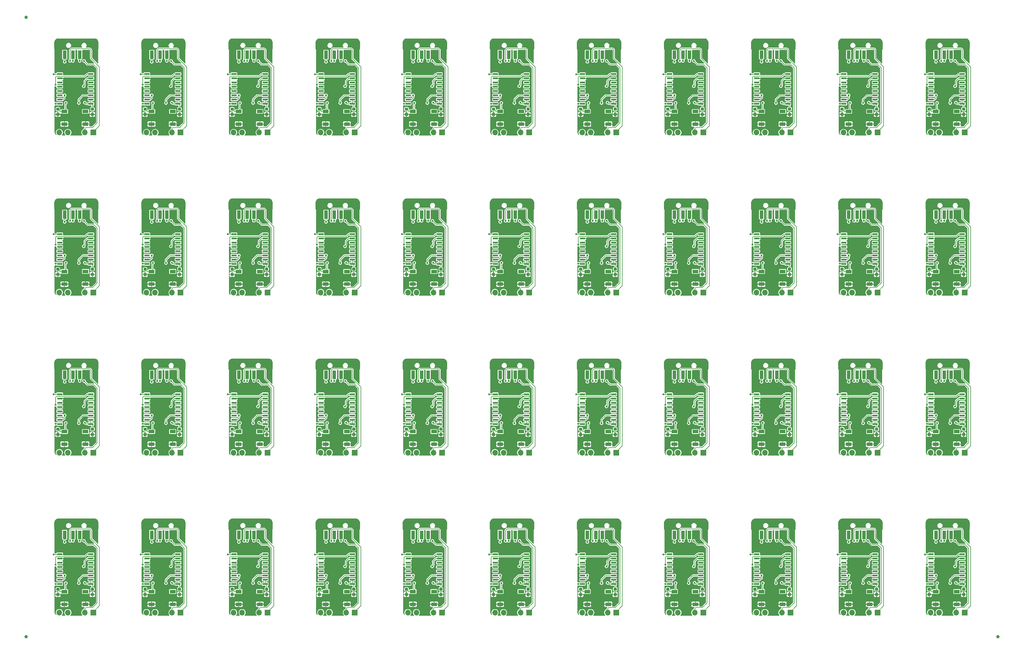
<source format=gbr>
G04 #@! TF.GenerationSoftware,KiCad,Pcbnew,5.0.2+dfsg1-1*
G04 #@! TF.CreationDate,2019-07-08T19:38:18+03:00*
G04 #@! TF.ProjectId,PocketAdmin_Panel,506f636b-6574-4416-946d-696e5f50616e,1.2*
G04 #@! TF.SameCoordinates,PX3938700PY1c9c380*
G04 #@! TF.FileFunction,Copper,L1,Top*
G04 #@! TF.FilePolarity,Positive*
%FSLAX46Y46*%
G04 Gerber Fmt 4.6, Leading zero omitted, Abs format (unit mm)*
G04 Created by KiCad (PCBNEW 5.0.2+dfsg1-1) date Mon 08 Jul 2019 07:38:18 PM MSK*
%MOMM*%
%LPD*%
G01*
G04 APERTURE LIST*
G04 #@! TA.AperFunction,Conductor*
%ADD10C,0.100000*%
G04 #@! TD*
G04 #@! TA.AperFunction,SMDPad,CuDef*
%ADD11C,0.875000*%
G04 #@! TD*
G04 #@! TA.AperFunction,SMDPad,CuDef*
%ADD12R,1.100000X2.500000*%
G04 #@! TD*
G04 #@! TA.AperFunction,ComponentPad*
%ADD13O,1.900000X3.500000*%
G04 #@! TD*
G04 #@! TA.AperFunction,SMDPad,CuDef*
%ADD14R,1.700000X1.000000*%
G04 #@! TD*
G04 #@! TA.AperFunction,ComponentPad*
%ADD15R,1.700000X1.700000*%
G04 #@! TD*
G04 #@! TA.AperFunction,ComponentPad*
%ADD16O,1.700000X1.700000*%
G04 #@! TD*
G04 #@! TA.AperFunction,SMDPad,CuDef*
%ADD17R,1.500000X0.600000*%
G04 #@! TD*
G04 #@! TA.AperFunction,BGAPad,CuDef*
%ADD18C,1.000000*%
G04 #@! TD*
G04 #@! TA.AperFunction,ViaPad*
%ADD19C,0.600000*%
G04 #@! TD*
G04 #@! TA.AperFunction,Conductor*
%ADD20C,0.200000*%
G04 #@! TD*
G04 #@! TA.AperFunction,NonConductor*
%ADD21C,0.190000*%
G04 #@! TD*
G04 APERTURE END LIST*
D10*
G04 #@! TO.N,N/C*
G04 #@! TO.C,C9*
G36*
X285077691Y-182876053D02*
X285098926Y-182879203D01*
X285119750Y-182884419D01*
X285139962Y-182891651D01*
X285159368Y-182900830D01*
X285177781Y-182911866D01*
X285195024Y-182924654D01*
X285210930Y-182939070D01*
X285225346Y-182954976D01*
X285238134Y-182972219D01*
X285249170Y-182990632D01*
X285258349Y-183010038D01*
X285265581Y-183030250D01*
X285270797Y-183051074D01*
X285273947Y-183072309D01*
X285275000Y-183093750D01*
X285275000Y-183531250D01*
X285273947Y-183552691D01*
X285270797Y-183573926D01*
X285265581Y-183594750D01*
X285258349Y-183614962D01*
X285249170Y-183634368D01*
X285238134Y-183652781D01*
X285225346Y-183670024D01*
X285210930Y-183685930D01*
X285195024Y-183700346D01*
X285177781Y-183713134D01*
X285159368Y-183724170D01*
X285139962Y-183733349D01*
X285119750Y-183740581D01*
X285098926Y-183745797D01*
X285077691Y-183748947D01*
X285056250Y-183750000D01*
X284543750Y-183750000D01*
X284522309Y-183748947D01*
X284501074Y-183745797D01*
X284480250Y-183740581D01*
X284460038Y-183733349D01*
X284440632Y-183724170D01*
X284422219Y-183713134D01*
X284404976Y-183700346D01*
X284389070Y-183685930D01*
X284374654Y-183670024D01*
X284361866Y-183652781D01*
X284350830Y-183634368D01*
X284341651Y-183614962D01*
X284334419Y-183594750D01*
X284329203Y-183573926D01*
X284326053Y-183552691D01*
X284325000Y-183531250D01*
X284325000Y-183093750D01*
X284326053Y-183072309D01*
X284329203Y-183051074D01*
X284334419Y-183030250D01*
X284341651Y-183010038D01*
X284350830Y-182990632D01*
X284361866Y-182972219D01*
X284374654Y-182954976D01*
X284389070Y-182939070D01*
X284404976Y-182924654D01*
X284422219Y-182911866D01*
X284440632Y-182900830D01*
X284460038Y-182891651D01*
X284480250Y-182884419D01*
X284501074Y-182879203D01*
X284522309Y-182876053D01*
X284543750Y-182875000D01*
X285056250Y-182875000D01*
X285077691Y-182876053D01*
X285077691Y-182876053D01*
G37*
D11*
G04 #@! TD*
G04 #@! TO.P,C9,1*
G04 #@! TO.N,N/C*
X284800000Y-183312500D03*
D10*
G04 #@! TO.N,N/C*
G04 #@! TO.C,C9*
G36*
X285077691Y-184451053D02*
X285098926Y-184454203D01*
X285119750Y-184459419D01*
X285139962Y-184466651D01*
X285159368Y-184475830D01*
X285177781Y-184486866D01*
X285195024Y-184499654D01*
X285210930Y-184514070D01*
X285225346Y-184529976D01*
X285238134Y-184547219D01*
X285249170Y-184565632D01*
X285258349Y-184585038D01*
X285265581Y-184605250D01*
X285270797Y-184626074D01*
X285273947Y-184647309D01*
X285275000Y-184668750D01*
X285275000Y-185106250D01*
X285273947Y-185127691D01*
X285270797Y-185148926D01*
X285265581Y-185169750D01*
X285258349Y-185189962D01*
X285249170Y-185209368D01*
X285238134Y-185227781D01*
X285225346Y-185245024D01*
X285210930Y-185260930D01*
X285195024Y-185275346D01*
X285177781Y-185288134D01*
X285159368Y-185299170D01*
X285139962Y-185308349D01*
X285119750Y-185315581D01*
X285098926Y-185320797D01*
X285077691Y-185323947D01*
X285056250Y-185325000D01*
X284543750Y-185325000D01*
X284522309Y-185323947D01*
X284501074Y-185320797D01*
X284480250Y-185315581D01*
X284460038Y-185308349D01*
X284440632Y-185299170D01*
X284422219Y-185288134D01*
X284404976Y-185275346D01*
X284389070Y-185260930D01*
X284374654Y-185245024D01*
X284361866Y-185227781D01*
X284350830Y-185209368D01*
X284341651Y-185189962D01*
X284334419Y-185169750D01*
X284329203Y-185148926D01*
X284326053Y-185127691D01*
X284325000Y-185106250D01*
X284325000Y-184668750D01*
X284326053Y-184647309D01*
X284329203Y-184626074D01*
X284334419Y-184605250D01*
X284341651Y-184585038D01*
X284350830Y-184565632D01*
X284361866Y-184547219D01*
X284374654Y-184529976D01*
X284389070Y-184514070D01*
X284404976Y-184499654D01*
X284422219Y-184486866D01*
X284440632Y-184475830D01*
X284460038Y-184466651D01*
X284480250Y-184459419D01*
X284501074Y-184454203D01*
X284522309Y-184451053D01*
X284543750Y-184450000D01*
X285056250Y-184450000D01*
X285077691Y-184451053D01*
X285077691Y-184451053D01*
G37*
D11*
G04 #@! TD*
G04 #@! TO.P,C9,2*
G04 #@! TO.N,N/C*
X284800000Y-184887500D03*
D10*
G04 #@! TO.N,N/C*
G04 #@! TO.C,C9*
G36*
X259077691Y-182876053D02*
X259098926Y-182879203D01*
X259119750Y-182884419D01*
X259139962Y-182891651D01*
X259159368Y-182900830D01*
X259177781Y-182911866D01*
X259195024Y-182924654D01*
X259210930Y-182939070D01*
X259225346Y-182954976D01*
X259238134Y-182972219D01*
X259249170Y-182990632D01*
X259258349Y-183010038D01*
X259265581Y-183030250D01*
X259270797Y-183051074D01*
X259273947Y-183072309D01*
X259275000Y-183093750D01*
X259275000Y-183531250D01*
X259273947Y-183552691D01*
X259270797Y-183573926D01*
X259265581Y-183594750D01*
X259258349Y-183614962D01*
X259249170Y-183634368D01*
X259238134Y-183652781D01*
X259225346Y-183670024D01*
X259210930Y-183685930D01*
X259195024Y-183700346D01*
X259177781Y-183713134D01*
X259159368Y-183724170D01*
X259139962Y-183733349D01*
X259119750Y-183740581D01*
X259098926Y-183745797D01*
X259077691Y-183748947D01*
X259056250Y-183750000D01*
X258543750Y-183750000D01*
X258522309Y-183748947D01*
X258501074Y-183745797D01*
X258480250Y-183740581D01*
X258460038Y-183733349D01*
X258440632Y-183724170D01*
X258422219Y-183713134D01*
X258404976Y-183700346D01*
X258389070Y-183685930D01*
X258374654Y-183670024D01*
X258361866Y-183652781D01*
X258350830Y-183634368D01*
X258341651Y-183614962D01*
X258334419Y-183594750D01*
X258329203Y-183573926D01*
X258326053Y-183552691D01*
X258325000Y-183531250D01*
X258325000Y-183093750D01*
X258326053Y-183072309D01*
X258329203Y-183051074D01*
X258334419Y-183030250D01*
X258341651Y-183010038D01*
X258350830Y-182990632D01*
X258361866Y-182972219D01*
X258374654Y-182954976D01*
X258389070Y-182939070D01*
X258404976Y-182924654D01*
X258422219Y-182911866D01*
X258440632Y-182900830D01*
X258460038Y-182891651D01*
X258480250Y-182884419D01*
X258501074Y-182879203D01*
X258522309Y-182876053D01*
X258543750Y-182875000D01*
X259056250Y-182875000D01*
X259077691Y-182876053D01*
X259077691Y-182876053D01*
G37*
D11*
G04 #@! TD*
G04 #@! TO.P,C9,1*
G04 #@! TO.N,N/C*
X258800000Y-183312500D03*
D10*
G04 #@! TO.N,N/C*
G04 #@! TO.C,C9*
G36*
X259077691Y-184451053D02*
X259098926Y-184454203D01*
X259119750Y-184459419D01*
X259139962Y-184466651D01*
X259159368Y-184475830D01*
X259177781Y-184486866D01*
X259195024Y-184499654D01*
X259210930Y-184514070D01*
X259225346Y-184529976D01*
X259238134Y-184547219D01*
X259249170Y-184565632D01*
X259258349Y-184585038D01*
X259265581Y-184605250D01*
X259270797Y-184626074D01*
X259273947Y-184647309D01*
X259275000Y-184668750D01*
X259275000Y-185106250D01*
X259273947Y-185127691D01*
X259270797Y-185148926D01*
X259265581Y-185169750D01*
X259258349Y-185189962D01*
X259249170Y-185209368D01*
X259238134Y-185227781D01*
X259225346Y-185245024D01*
X259210930Y-185260930D01*
X259195024Y-185275346D01*
X259177781Y-185288134D01*
X259159368Y-185299170D01*
X259139962Y-185308349D01*
X259119750Y-185315581D01*
X259098926Y-185320797D01*
X259077691Y-185323947D01*
X259056250Y-185325000D01*
X258543750Y-185325000D01*
X258522309Y-185323947D01*
X258501074Y-185320797D01*
X258480250Y-185315581D01*
X258460038Y-185308349D01*
X258440632Y-185299170D01*
X258422219Y-185288134D01*
X258404976Y-185275346D01*
X258389070Y-185260930D01*
X258374654Y-185245024D01*
X258361866Y-185227781D01*
X258350830Y-185209368D01*
X258341651Y-185189962D01*
X258334419Y-185169750D01*
X258329203Y-185148926D01*
X258326053Y-185127691D01*
X258325000Y-185106250D01*
X258325000Y-184668750D01*
X258326053Y-184647309D01*
X258329203Y-184626074D01*
X258334419Y-184605250D01*
X258341651Y-184585038D01*
X258350830Y-184565632D01*
X258361866Y-184547219D01*
X258374654Y-184529976D01*
X258389070Y-184514070D01*
X258404976Y-184499654D01*
X258422219Y-184486866D01*
X258440632Y-184475830D01*
X258460038Y-184466651D01*
X258480250Y-184459419D01*
X258501074Y-184454203D01*
X258522309Y-184451053D01*
X258543750Y-184450000D01*
X259056250Y-184450000D01*
X259077691Y-184451053D01*
X259077691Y-184451053D01*
G37*
D11*
G04 #@! TD*
G04 #@! TO.P,C9,2*
G04 #@! TO.N,N/C*
X258800000Y-184887500D03*
D10*
G04 #@! TO.N,N/C*
G04 #@! TO.C,C9*
G36*
X233077691Y-182876053D02*
X233098926Y-182879203D01*
X233119750Y-182884419D01*
X233139962Y-182891651D01*
X233159368Y-182900830D01*
X233177781Y-182911866D01*
X233195024Y-182924654D01*
X233210930Y-182939070D01*
X233225346Y-182954976D01*
X233238134Y-182972219D01*
X233249170Y-182990632D01*
X233258349Y-183010038D01*
X233265581Y-183030250D01*
X233270797Y-183051074D01*
X233273947Y-183072309D01*
X233275000Y-183093750D01*
X233275000Y-183531250D01*
X233273947Y-183552691D01*
X233270797Y-183573926D01*
X233265581Y-183594750D01*
X233258349Y-183614962D01*
X233249170Y-183634368D01*
X233238134Y-183652781D01*
X233225346Y-183670024D01*
X233210930Y-183685930D01*
X233195024Y-183700346D01*
X233177781Y-183713134D01*
X233159368Y-183724170D01*
X233139962Y-183733349D01*
X233119750Y-183740581D01*
X233098926Y-183745797D01*
X233077691Y-183748947D01*
X233056250Y-183750000D01*
X232543750Y-183750000D01*
X232522309Y-183748947D01*
X232501074Y-183745797D01*
X232480250Y-183740581D01*
X232460038Y-183733349D01*
X232440632Y-183724170D01*
X232422219Y-183713134D01*
X232404976Y-183700346D01*
X232389070Y-183685930D01*
X232374654Y-183670024D01*
X232361866Y-183652781D01*
X232350830Y-183634368D01*
X232341651Y-183614962D01*
X232334419Y-183594750D01*
X232329203Y-183573926D01*
X232326053Y-183552691D01*
X232325000Y-183531250D01*
X232325000Y-183093750D01*
X232326053Y-183072309D01*
X232329203Y-183051074D01*
X232334419Y-183030250D01*
X232341651Y-183010038D01*
X232350830Y-182990632D01*
X232361866Y-182972219D01*
X232374654Y-182954976D01*
X232389070Y-182939070D01*
X232404976Y-182924654D01*
X232422219Y-182911866D01*
X232440632Y-182900830D01*
X232460038Y-182891651D01*
X232480250Y-182884419D01*
X232501074Y-182879203D01*
X232522309Y-182876053D01*
X232543750Y-182875000D01*
X233056250Y-182875000D01*
X233077691Y-182876053D01*
X233077691Y-182876053D01*
G37*
D11*
G04 #@! TD*
G04 #@! TO.P,C9,1*
G04 #@! TO.N,N/C*
X232800000Y-183312500D03*
D10*
G04 #@! TO.N,N/C*
G04 #@! TO.C,C9*
G36*
X233077691Y-184451053D02*
X233098926Y-184454203D01*
X233119750Y-184459419D01*
X233139962Y-184466651D01*
X233159368Y-184475830D01*
X233177781Y-184486866D01*
X233195024Y-184499654D01*
X233210930Y-184514070D01*
X233225346Y-184529976D01*
X233238134Y-184547219D01*
X233249170Y-184565632D01*
X233258349Y-184585038D01*
X233265581Y-184605250D01*
X233270797Y-184626074D01*
X233273947Y-184647309D01*
X233275000Y-184668750D01*
X233275000Y-185106250D01*
X233273947Y-185127691D01*
X233270797Y-185148926D01*
X233265581Y-185169750D01*
X233258349Y-185189962D01*
X233249170Y-185209368D01*
X233238134Y-185227781D01*
X233225346Y-185245024D01*
X233210930Y-185260930D01*
X233195024Y-185275346D01*
X233177781Y-185288134D01*
X233159368Y-185299170D01*
X233139962Y-185308349D01*
X233119750Y-185315581D01*
X233098926Y-185320797D01*
X233077691Y-185323947D01*
X233056250Y-185325000D01*
X232543750Y-185325000D01*
X232522309Y-185323947D01*
X232501074Y-185320797D01*
X232480250Y-185315581D01*
X232460038Y-185308349D01*
X232440632Y-185299170D01*
X232422219Y-185288134D01*
X232404976Y-185275346D01*
X232389070Y-185260930D01*
X232374654Y-185245024D01*
X232361866Y-185227781D01*
X232350830Y-185209368D01*
X232341651Y-185189962D01*
X232334419Y-185169750D01*
X232329203Y-185148926D01*
X232326053Y-185127691D01*
X232325000Y-185106250D01*
X232325000Y-184668750D01*
X232326053Y-184647309D01*
X232329203Y-184626074D01*
X232334419Y-184605250D01*
X232341651Y-184585038D01*
X232350830Y-184565632D01*
X232361866Y-184547219D01*
X232374654Y-184529976D01*
X232389070Y-184514070D01*
X232404976Y-184499654D01*
X232422219Y-184486866D01*
X232440632Y-184475830D01*
X232460038Y-184466651D01*
X232480250Y-184459419D01*
X232501074Y-184454203D01*
X232522309Y-184451053D01*
X232543750Y-184450000D01*
X233056250Y-184450000D01*
X233077691Y-184451053D01*
X233077691Y-184451053D01*
G37*
D11*
G04 #@! TD*
G04 #@! TO.P,C9,2*
G04 #@! TO.N,N/C*
X232800000Y-184887500D03*
D10*
G04 #@! TO.N,N/C*
G04 #@! TO.C,C9*
G36*
X207077691Y-182876053D02*
X207098926Y-182879203D01*
X207119750Y-182884419D01*
X207139962Y-182891651D01*
X207159368Y-182900830D01*
X207177781Y-182911866D01*
X207195024Y-182924654D01*
X207210930Y-182939070D01*
X207225346Y-182954976D01*
X207238134Y-182972219D01*
X207249170Y-182990632D01*
X207258349Y-183010038D01*
X207265581Y-183030250D01*
X207270797Y-183051074D01*
X207273947Y-183072309D01*
X207275000Y-183093750D01*
X207275000Y-183531250D01*
X207273947Y-183552691D01*
X207270797Y-183573926D01*
X207265581Y-183594750D01*
X207258349Y-183614962D01*
X207249170Y-183634368D01*
X207238134Y-183652781D01*
X207225346Y-183670024D01*
X207210930Y-183685930D01*
X207195024Y-183700346D01*
X207177781Y-183713134D01*
X207159368Y-183724170D01*
X207139962Y-183733349D01*
X207119750Y-183740581D01*
X207098926Y-183745797D01*
X207077691Y-183748947D01*
X207056250Y-183750000D01*
X206543750Y-183750000D01*
X206522309Y-183748947D01*
X206501074Y-183745797D01*
X206480250Y-183740581D01*
X206460038Y-183733349D01*
X206440632Y-183724170D01*
X206422219Y-183713134D01*
X206404976Y-183700346D01*
X206389070Y-183685930D01*
X206374654Y-183670024D01*
X206361866Y-183652781D01*
X206350830Y-183634368D01*
X206341651Y-183614962D01*
X206334419Y-183594750D01*
X206329203Y-183573926D01*
X206326053Y-183552691D01*
X206325000Y-183531250D01*
X206325000Y-183093750D01*
X206326053Y-183072309D01*
X206329203Y-183051074D01*
X206334419Y-183030250D01*
X206341651Y-183010038D01*
X206350830Y-182990632D01*
X206361866Y-182972219D01*
X206374654Y-182954976D01*
X206389070Y-182939070D01*
X206404976Y-182924654D01*
X206422219Y-182911866D01*
X206440632Y-182900830D01*
X206460038Y-182891651D01*
X206480250Y-182884419D01*
X206501074Y-182879203D01*
X206522309Y-182876053D01*
X206543750Y-182875000D01*
X207056250Y-182875000D01*
X207077691Y-182876053D01*
X207077691Y-182876053D01*
G37*
D11*
G04 #@! TD*
G04 #@! TO.P,C9,1*
G04 #@! TO.N,N/C*
X206800000Y-183312500D03*
D10*
G04 #@! TO.N,N/C*
G04 #@! TO.C,C9*
G36*
X207077691Y-184451053D02*
X207098926Y-184454203D01*
X207119750Y-184459419D01*
X207139962Y-184466651D01*
X207159368Y-184475830D01*
X207177781Y-184486866D01*
X207195024Y-184499654D01*
X207210930Y-184514070D01*
X207225346Y-184529976D01*
X207238134Y-184547219D01*
X207249170Y-184565632D01*
X207258349Y-184585038D01*
X207265581Y-184605250D01*
X207270797Y-184626074D01*
X207273947Y-184647309D01*
X207275000Y-184668750D01*
X207275000Y-185106250D01*
X207273947Y-185127691D01*
X207270797Y-185148926D01*
X207265581Y-185169750D01*
X207258349Y-185189962D01*
X207249170Y-185209368D01*
X207238134Y-185227781D01*
X207225346Y-185245024D01*
X207210930Y-185260930D01*
X207195024Y-185275346D01*
X207177781Y-185288134D01*
X207159368Y-185299170D01*
X207139962Y-185308349D01*
X207119750Y-185315581D01*
X207098926Y-185320797D01*
X207077691Y-185323947D01*
X207056250Y-185325000D01*
X206543750Y-185325000D01*
X206522309Y-185323947D01*
X206501074Y-185320797D01*
X206480250Y-185315581D01*
X206460038Y-185308349D01*
X206440632Y-185299170D01*
X206422219Y-185288134D01*
X206404976Y-185275346D01*
X206389070Y-185260930D01*
X206374654Y-185245024D01*
X206361866Y-185227781D01*
X206350830Y-185209368D01*
X206341651Y-185189962D01*
X206334419Y-185169750D01*
X206329203Y-185148926D01*
X206326053Y-185127691D01*
X206325000Y-185106250D01*
X206325000Y-184668750D01*
X206326053Y-184647309D01*
X206329203Y-184626074D01*
X206334419Y-184605250D01*
X206341651Y-184585038D01*
X206350830Y-184565632D01*
X206361866Y-184547219D01*
X206374654Y-184529976D01*
X206389070Y-184514070D01*
X206404976Y-184499654D01*
X206422219Y-184486866D01*
X206440632Y-184475830D01*
X206460038Y-184466651D01*
X206480250Y-184459419D01*
X206501074Y-184454203D01*
X206522309Y-184451053D01*
X206543750Y-184450000D01*
X207056250Y-184450000D01*
X207077691Y-184451053D01*
X207077691Y-184451053D01*
G37*
D11*
G04 #@! TD*
G04 #@! TO.P,C9,2*
G04 #@! TO.N,N/C*
X206800000Y-184887500D03*
D10*
G04 #@! TO.N,N/C*
G04 #@! TO.C,C9*
G36*
X181077691Y-182876053D02*
X181098926Y-182879203D01*
X181119750Y-182884419D01*
X181139962Y-182891651D01*
X181159368Y-182900830D01*
X181177781Y-182911866D01*
X181195024Y-182924654D01*
X181210930Y-182939070D01*
X181225346Y-182954976D01*
X181238134Y-182972219D01*
X181249170Y-182990632D01*
X181258349Y-183010038D01*
X181265581Y-183030250D01*
X181270797Y-183051074D01*
X181273947Y-183072309D01*
X181275000Y-183093750D01*
X181275000Y-183531250D01*
X181273947Y-183552691D01*
X181270797Y-183573926D01*
X181265581Y-183594750D01*
X181258349Y-183614962D01*
X181249170Y-183634368D01*
X181238134Y-183652781D01*
X181225346Y-183670024D01*
X181210930Y-183685930D01*
X181195024Y-183700346D01*
X181177781Y-183713134D01*
X181159368Y-183724170D01*
X181139962Y-183733349D01*
X181119750Y-183740581D01*
X181098926Y-183745797D01*
X181077691Y-183748947D01*
X181056250Y-183750000D01*
X180543750Y-183750000D01*
X180522309Y-183748947D01*
X180501074Y-183745797D01*
X180480250Y-183740581D01*
X180460038Y-183733349D01*
X180440632Y-183724170D01*
X180422219Y-183713134D01*
X180404976Y-183700346D01*
X180389070Y-183685930D01*
X180374654Y-183670024D01*
X180361866Y-183652781D01*
X180350830Y-183634368D01*
X180341651Y-183614962D01*
X180334419Y-183594750D01*
X180329203Y-183573926D01*
X180326053Y-183552691D01*
X180325000Y-183531250D01*
X180325000Y-183093750D01*
X180326053Y-183072309D01*
X180329203Y-183051074D01*
X180334419Y-183030250D01*
X180341651Y-183010038D01*
X180350830Y-182990632D01*
X180361866Y-182972219D01*
X180374654Y-182954976D01*
X180389070Y-182939070D01*
X180404976Y-182924654D01*
X180422219Y-182911866D01*
X180440632Y-182900830D01*
X180460038Y-182891651D01*
X180480250Y-182884419D01*
X180501074Y-182879203D01*
X180522309Y-182876053D01*
X180543750Y-182875000D01*
X181056250Y-182875000D01*
X181077691Y-182876053D01*
X181077691Y-182876053D01*
G37*
D11*
G04 #@! TD*
G04 #@! TO.P,C9,1*
G04 #@! TO.N,N/C*
X180800000Y-183312500D03*
D10*
G04 #@! TO.N,N/C*
G04 #@! TO.C,C9*
G36*
X181077691Y-184451053D02*
X181098926Y-184454203D01*
X181119750Y-184459419D01*
X181139962Y-184466651D01*
X181159368Y-184475830D01*
X181177781Y-184486866D01*
X181195024Y-184499654D01*
X181210930Y-184514070D01*
X181225346Y-184529976D01*
X181238134Y-184547219D01*
X181249170Y-184565632D01*
X181258349Y-184585038D01*
X181265581Y-184605250D01*
X181270797Y-184626074D01*
X181273947Y-184647309D01*
X181275000Y-184668750D01*
X181275000Y-185106250D01*
X181273947Y-185127691D01*
X181270797Y-185148926D01*
X181265581Y-185169750D01*
X181258349Y-185189962D01*
X181249170Y-185209368D01*
X181238134Y-185227781D01*
X181225346Y-185245024D01*
X181210930Y-185260930D01*
X181195024Y-185275346D01*
X181177781Y-185288134D01*
X181159368Y-185299170D01*
X181139962Y-185308349D01*
X181119750Y-185315581D01*
X181098926Y-185320797D01*
X181077691Y-185323947D01*
X181056250Y-185325000D01*
X180543750Y-185325000D01*
X180522309Y-185323947D01*
X180501074Y-185320797D01*
X180480250Y-185315581D01*
X180460038Y-185308349D01*
X180440632Y-185299170D01*
X180422219Y-185288134D01*
X180404976Y-185275346D01*
X180389070Y-185260930D01*
X180374654Y-185245024D01*
X180361866Y-185227781D01*
X180350830Y-185209368D01*
X180341651Y-185189962D01*
X180334419Y-185169750D01*
X180329203Y-185148926D01*
X180326053Y-185127691D01*
X180325000Y-185106250D01*
X180325000Y-184668750D01*
X180326053Y-184647309D01*
X180329203Y-184626074D01*
X180334419Y-184605250D01*
X180341651Y-184585038D01*
X180350830Y-184565632D01*
X180361866Y-184547219D01*
X180374654Y-184529976D01*
X180389070Y-184514070D01*
X180404976Y-184499654D01*
X180422219Y-184486866D01*
X180440632Y-184475830D01*
X180460038Y-184466651D01*
X180480250Y-184459419D01*
X180501074Y-184454203D01*
X180522309Y-184451053D01*
X180543750Y-184450000D01*
X181056250Y-184450000D01*
X181077691Y-184451053D01*
X181077691Y-184451053D01*
G37*
D11*
G04 #@! TD*
G04 #@! TO.P,C9,2*
G04 #@! TO.N,N/C*
X180800000Y-184887500D03*
D10*
G04 #@! TO.N,N/C*
G04 #@! TO.C,C9*
G36*
X155077691Y-182876053D02*
X155098926Y-182879203D01*
X155119750Y-182884419D01*
X155139962Y-182891651D01*
X155159368Y-182900830D01*
X155177781Y-182911866D01*
X155195024Y-182924654D01*
X155210930Y-182939070D01*
X155225346Y-182954976D01*
X155238134Y-182972219D01*
X155249170Y-182990632D01*
X155258349Y-183010038D01*
X155265581Y-183030250D01*
X155270797Y-183051074D01*
X155273947Y-183072309D01*
X155275000Y-183093750D01*
X155275000Y-183531250D01*
X155273947Y-183552691D01*
X155270797Y-183573926D01*
X155265581Y-183594750D01*
X155258349Y-183614962D01*
X155249170Y-183634368D01*
X155238134Y-183652781D01*
X155225346Y-183670024D01*
X155210930Y-183685930D01*
X155195024Y-183700346D01*
X155177781Y-183713134D01*
X155159368Y-183724170D01*
X155139962Y-183733349D01*
X155119750Y-183740581D01*
X155098926Y-183745797D01*
X155077691Y-183748947D01*
X155056250Y-183750000D01*
X154543750Y-183750000D01*
X154522309Y-183748947D01*
X154501074Y-183745797D01*
X154480250Y-183740581D01*
X154460038Y-183733349D01*
X154440632Y-183724170D01*
X154422219Y-183713134D01*
X154404976Y-183700346D01*
X154389070Y-183685930D01*
X154374654Y-183670024D01*
X154361866Y-183652781D01*
X154350830Y-183634368D01*
X154341651Y-183614962D01*
X154334419Y-183594750D01*
X154329203Y-183573926D01*
X154326053Y-183552691D01*
X154325000Y-183531250D01*
X154325000Y-183093750D01*
X154326053Y-183072309D01*
X154329203Y-183051074D01*
X154334419Y-183030250D01*
X154341651Y-183010038D01*
X154350830Y-182990632D01*
X154361866Y-182972219D01*
X154374654Y-182954976D01*
X154389070Y-182939070D01*
X154404976Y-182924654D01*
X154422219Y-182911866D01*
X154440632Y-182900830D01*
X154460038Y-182891651D01*
X154480250Y-182884419D01*
X154501074Y-182879203D01*
X154522309Y-182876053D01*
X154543750Y-182875000D01*
X155056250Y-182875000D01*
X155077691Y-182876053D01*
X155077691Y-182876053D01*
G37*
D11*
G04 #@! TD*
G04 #@! TO.P,C9,1*
G04 #@! TO.N,N/C*
X154800000Y-183312500D03*
D10*
G04 #@! TO.N,N/C*
G04 #@! TO.C,C9*
G36*
X155077691Y-184451053D02*
X155098926Y-184454203D01*
X155119750Y-184459419D01*
X155139962Y-184466651D01*
X155159368Y-184475830D01*
X155177781Y-184486866D01*
X155195024Y-184499654D01*
X155210930Y-184514070D01*
X155225346Y-184529976D01*
X155238134Y-184547219D01*
X155249170Y-184565632D01*
X155258349Y-184585038D01*
X155265581Y-184605250D01*
X155270797Y-184626074D01*
X155273947Y-184647309D01*
X155275000Y-184668750D01*
X155275000Y-185106250D01*
X155273947Y-185127691D01*
X155270797Y-185148926D01*
X155265581Y-185169750D01*
X155258349Y-185189962D01*
X155249170Y-185209368D01*
X155238134Y-185227781D01*
X155225346Y-185245024D01*
X155210930Y-185260930D01*
X155195024Y-185275346D01*
X155177781Y-185288134D01*
X155159368Y-185299170D01*
X155139962Y-185308349D01*
X155119750Y-185315581D01*
X155098926Y-185320797D01*
X155077691Y-185323947D01*
X155056250Y-185325000D01*
X154543750Y-185325000D01*
X154522309Y-185323947D01*
X154501074Y-185320797D01*
X154480250Y-185315581D01*
X154460038Y-185308349D01*
X154440632Y-185299170D01*
X154422219Y-185288134D01*
X154404976Y-185275346D01*
X154389070Y-185260930D01*
X154374654Y-185245024D01*
X154361866Y-185227781D01*
X154350830Y-185209368D01*
X154341651Y-185189962D01*
X154334419Y-185169750D01*
X154329203Y-185148926D01*
X154326053Y-185127691D01*
X154325000Y-185106250D01*
X154325000Y-184668750D01*
X154326053Y-184647309D01*
X154329203Y-184626074D01*
X154334419Y-184605250D01*
X154341651Y-184585038D01*
X154350830Y-184565632D01*
X154361866Y-184547219D01*
X154374654Y-184529976D01*
X154389070Y-184514070D01*
X154404976Y-184499654D01*
X154422219Y-184486866D01*
X154440632Y-184475830D01*
X154460038Y-184466651D01*
X154480250Y-184459419D01*
X154501074Y-184454203D01*
X154522309Y-184451053D01*
X154543750Y-184450000D01*
X155056250Y-184450000D01*
X155077691Y-184451053D01*
X155077691Y-184451053D01*
G37*
D11*
G04 #@! TD*
G04 #@! TO.P,C9,2*
G04 #@! TO.N,N/C*
X154800000Y-184887500D03*
D10*
G04 #@! TO.N,N/C*
G04 #@! TO.C,C9*
G36*
X129077691Y-182876053D02*
X129098926Y-182879203D01*
X129119750Y-182884419D01*
X129139962Y-182891651D01*
X129159368Y-182900830D01*
X129177781Y-182911866D01*
X129195024Y-182924654D01*
X129210930Y-182939070D01*
X129225346Y-182954976D01*
X129238134Y-182972219D01*
X129249170Y-182990632D01*
X129258349Y-183010038D01*
X129265581Y-183030250D01*
X129270797Y-183051074D01*
X129273947Y-183072309D01*
X129275000Y-183093750D01*
X129275000Y-183531250D01*
X129273947Y-183552691D01*
X129270797Y-183573926D01*
X129265581Y-183594750D01*
X129258349Y-183614962D01*
X129249170Y-183634368D01*
X129238134Y-183652781D01*
X129225346Y-183670024D01*
X129210930Y-183685930D01*
X129195024Y-183700346D01*
X129177781Y-183713134D01*
X129159368Y-183724170D01*
X129139962Y-183733349D01*
X129119750Y-183740581D01*
X129098926Y-183745797D01*
X129077691Y-183748947D01*
X129056250Y-183750000D01*
X128543750Y-183750000D01*
X128522309Y-183748947D01*
X128501074Y-183745797D01*
X128480250Y-183740581D01*
X128460038Y-183733349D01*
X128440632Y-183724170D01*
X128422219Y-183713134D01*
X128404976Y-183700346D01*
X128389070Y-183685930D01*
X128374654Y-183670024D01*
X128361866Y-183652781D01*
X128350830Y-183634368D01*
X128341651Y-183614962D01*
X128334419Y-183594750D01*
X128329203Y-183573926D01*
X128326053Y-183552691D01*
X128325000Y-183531250D01*
X128325000Y-183093750D01*
X128326053Y-183072309D01*
X128329203Y-183051074D01*
X128334419Y-183030250D01*
X128341651Y-183010038D01*
X128350830Y-182990632D01*
X128361866Y-182972219D01*
X128374654Y-182954976D01*
X128389070Y-182939070D01*
X128404976Y-182924654D01*
X128422219Y-182911866D01*
X128440632Y-182900830D01*
X128460038Y-182891651D01*
X128480250Y-182884419D01*
X128501074Y-182879203D01*
X128522309Y-182876053D01*
X128543750Y-182875000D01*
X129056250Y-182875000D01*
X129077691Y-182876053D01*
X129077691Y-182876053D01*
G37*
D11*
G04 #@! TD*
G04 #@! TO.P,C9,1*
G04 #@! TO.N,N/C*
X128800000Y-183312500D03*
D10*
G04 #@! TO.N,N/C*
G04 #@! TO.C,C9*
G36*
X129077691Y-184451053D02*
X129098926Y-184454203D01*
X129119750Y-184459419D01*
X129139962Y-184466651D01*
X129159368Y-184475830D01*
X129177781Y-184486866D01*
X129195024Y-184499654D01*
X129210930Y-184514070D01*
X129225346Y-184529976D01*
X129238134Y-184547219D01*
X129249170Y-184565632D01*
X129258349Y-184585038D01*
X129265581Y-184605250D01*
X129270797Y-184626074D01*
X129273947Y-184647309D01*
X129275000Y-184668750D01*
X129275000Y-185106250D01*
X129273947Y-185127691D01*
X129270797Y-185148926D01*
X129265581Y-185169750D01*
X129258349Y-185189962D01*
X129249170Y-185209368D01*
X129238134Y-185227781D01*
X129225346Y-185245024D01*
X129210930Y-185260930D01*
X129195024Y-185275346D01*
X129177781Y-185288134D01*
X129159368Y-185299170D01*
X129139962Y-185308349D01*
X129119750Y-185315581D01*
X129098926Y-185320797D01*
X129077691Y-185323947D01*
X129056250Y-185325000D01*
X128543750Y-185325000D01*
X128522309Y-185323947D01*
X128501074Y-185320797D01*
X128480250Y-185315581D01*
X128460038Y-185308349D01*
X128440632Y-185299170D01*
X128422219Y-185288134D01*
X128404976Y-185275346D01*
X128389070Y-185260930D01*
X128374654Y-185245024D01*
X128361866Y-185227781D01*
X128350830Y-185209368D01*
X128341651Y-185189962D01*
X128334419Y-185169750D01*
X128329203Y-185148926D01*
X128326053Y-185127691D01*
X128325000Y-185106250D01*
X128325000Y-184668750D01*
X128326053Y-184647309D01*
X128329203Y-184626074D01*
X128334419Y-184605250D01*
X128341651Y-184585038D01*
X128350830Y-184565632D01*
X128361866Y-184547219D01*
X128374654Y-184529976D01*
X128389070Y-184514070D01*
X128404976Y-184499654D01*
X128422219Y-184486866D01*
X128440632Y-184475830D01*
X128460038Y-184466651D01*
X128480250Y-184459419D01*
X128501074Y-184454203D01*
X128522309Y-184451053D01*
X128543750Y-184450000D01*
X129056250Y-184450000D01*
X129077691Y-184451053D01*
X129077691Y-184451053D01*
G37*
D11*
G04 #@! TD*
G04 #@! TO.P,C9,2*
G04 #@! TO.N,N/C*
X128800000Y-184887500D03*
D10*
G04 #@! TO.N,N/C*
G04 #@! TO.C,C9*
G36*
X103077691Y-182876053D02*
X103098926Y-182879203D01*
X103119750Y-182884419D01*
X103139962Y-182891651D01*
X103159368Y-182900830D01*
X103177781Y-182911866D01*
X103195024Y-182924654D01*
X103210930Y-182939070D01*
X103225346Y-182954976D01*
X103238134Y-182972219D01*
X103249170Y-182990632D01*
X103258349Y-183010038D01*
X103265581Y-183030250D01*
X103270797Y-183051074D01*
X103273947Y-183072309D01*
X103275000Y-183093750D01*
X103275000Y-183531250D01*
X103273947Y-183552691D01*
X103270797Y-183573926D01*
X103265581Y-183594750D01*
X103258349Y-183614962D01*
X103249170Y-183634368D01*
X103238134Y-183652781D01*
X103225346Y-183670024D01*
X103210930Y-183685930D01*
X103195024Y-183700346D01*
X103177781Y-183713134D01*
X103159368Y-183724170D01*
X103139962Y-183733349D01*
X103119750Y-183740581D01*
X103098926Y-183745797D01*
X103077691Y-183748947D01*
X103056250Y-183750000D01*
X102543750Y-183750000D01*
X102522309Y-183748947D01*
X102501074Y-183745797D01*
X102480250Y-183740581D01*
X102460038Y-183733349D01*
X102440632Y-183724170D01*
X102422219Y-183713134D01*
X102404976Y-183700346D01*
X102389070Y-183685930D01*
X102374654Y-183670024D01*
X102361866Y-183652781D01*
X102350830Y-183634368D01*
X102341651Y-183614962D01*
X102334419Y-183594750D01*
X102329203Y-183573926D01*
X102326053Y-183552691D01*
X102325000Y-183531250D01*
X102325000Y-183093750D01*
X102326053Y-183072309D01*
X102329203Y-183051074D01*
X102334419Y-183030250D01*
X102341651Y-183010038D01*
X102350830Y-182990632D01*
X102361866Y-182972219D01*
X102374654Y-182954976D01*
X102389070Y-182939070D01*
X102404976Y-182924654D01*
X102422219Y-182911866D01*
X102440632Y-182900830D01*
X102460038Y-182891651D01*
X102480250Y-182884419D01*
X102501074Y-182879203D01*
X102522309Y-182876053D01*
X102543750Y-182875000D01*
X103056250Y-182875000D01*
X103077691Y-182876053D01*
X103077691Y-182876053D01*
G37*
D11*
G04 #@! TD*
G04 #@! TO.P,C9,1*
G04 #@! TO.N,N/C*
X102800000Y-183312500D03*
D10*
G04 #@! TO.N,N/C*
G04 #@! TO.C,C9*
G36*
X103077691Y-184451053D02*
X103098926Y-184454203D01*
X103119750Y-184459419D01*
X103139962Y-184466651D01*
X103159368Y-184475830D01*
X103177781Y-184486866D01*
X103195024Y-184499654D01*
X103210930Y-184514070D01*
X103225346Y-184529976D01*
X103238134Y-184547219D01*
X103249170Y-184565632D01*
X103258349Y-184585038D01*
X103265581Y-184605250D01*
X103270797Y-184626074D01*
X103273947Y-184647309D01*
X103275000Y-184668750D01*
X103275000Y-185106250D01*
X103273947Y-185127691D01*
X103270797Y-185148926D01*
X103265581Y-185169750D01*
X103258349Y-185189962D01*
X103249170Y-185209368D01*
X103238134Y-185227781D01*
X103225346Y-185245024D01*
X103210930Y-185260930D01*
X103195024Y-185275346D01*
X103177781Y-185288134D01*
X103159368Y-185299170D01*
X103139962Y-185308349D01*
X103119750Y-185315581D01*
X103098926Y-185320797D01*
X103077691Y-185323947D01*
X103056250Y-185325000D01*
X102543750Y-185325000D01*
X102522309Y-185323947D01*
X102501074Y-185320797D01*
X102480250Y-185315581D01*
X102460038Y-185308349D01*
X102440632Y-185299170D01*
X102422219Y-185288134D01*
X102404976Y-185275346D01*
X102389070Y-185260930D01*
X102374654Y-185245024D01*
X102361866Y-185227781D01*
X102350830Y-185209368D01*
X102341651Y-185189962D01*
X102334419Y-185169750D01*
X102329203Y-185148926D01*
X102326053Y-185127691D01*
X102325000Y-185106250D01*
X102325000Y-184668750D01*
X102326053Y-184647309D01*
X102329203Y-184626074D01*
X102334419Y-184605250D01*
X102341651Y-184585038D01*
X102350830Y-184565632D01*
X102361866Y-184547219D01*
X102374654Y-184529976D01*
X102389070Y-184514070D01*
X102404976Y-184499654D01*
X102422219Y-184486866D01*
X102440632Y-184475830D01*
X102460038Y-184466651D01*
X102480250Y-184459419D01*
X102501074Y-184454203D01*
X102522309Y-184451053D01*
X102543750Y-184450000D01*
X103056250Y-184450000D01*
X103077691Y-184451053D01*
X103077691Y-184451053D01*
G37*
D11*
G04 #@! TD*
G04 #@! TO.P,C9,2*
G04 #@! TO.N,N/C*
X102800000Y-184887500D03*
D10*
G04 #@! TO.N,N/C*
G04 #@! TO.C,C9*
G36*
X77077691Y-182876053D02*
X77098926Y-182879203D01*
X77119750Y-182884419D01*
X77139962Y-182891651D01*
X77159368Y-182900830D01*
X77177781Y-182911866D01*
X77195024Y-182924654D01*
X77210930Y-182939070D01*
X77225346Y-182954976D01*
X77238134Y-182972219D01*
X77249170Y-182990632D01*
X77258349Y-183010038D01*
X77265581Y-183030250D01*
X77270797Y-183051074D01*
X77273947Y-183072309D01*
X77275000Y-183093750D01*
X77275000Y-183531250D01*
X77273947Y-183552691D01*
X77270797Y-183573926D01*
X77265581Y-183594750D01*
X77258349Y-183614962D01*
X77249170Y-183634368D01*
X77238134Y-183652781D01*
X77225346Y-183670024D01*
X77210930Y-183685930D01*
X77195024Y-183700346D01*
X77177781Y-183713134D01*
X77159368Y-183724170D01*
X77139962Y-183733349D01*
X77119750Y-183740581D01*
X77098926Y-183745797D01*
X77077691Y-183748947D01*
X77056250Y-183750000D01*
X76543750Y-183750000D01*
X76522309Y-183748947D01*
X76501074Y-183745797D01*
X76480250Y-183740581D01*
X76460038Y-183733349D01*
X76440632Y-183724170D01*
X76422219Y-183713134D01*
X76404976Y-183700346D01*
X76389070Y-183685930D01*
X76374654Y-183670024D01*
X76361866Y-183652781D01*
X76350830Y-183634368D01*
X76341651Y-183614962D01*
X76334419Y-183594750D01*
X76329203Y-183573926D01*
X76326053Y-183552691D01*
X76325000Y-183531250D01*
X76325000Y-183093750D01*
X76326053Y-183072309D01*
X76329203Y-183051074D01*
X76334419Y-183030250D01*
X76341651Y-183010038D01*
X76350830Y-182990632D01*
X76361866Y-182972219D01*
X76374654Y-182954976D01*
X76389070Y-182939070D01*
X76404976Y-182924654D01*
X76422219Y-182911866D01*
X76440632Y-182900830D01*
X76460038Y-182891651D01*
X76480250Y-182884419D01*
X76501074Y-182879203D01*
X76522309Y-182876053D01*
X76543750Y-182875000D01*
X77056250Y-182875000D01*
X77077691Y-182876053D01*
X77077691Y-182876053D01*
G37*
D11*
G04 #@! TD*
G04 #@! TO.P,C9,1*
G04 #@! TO.N,N/C*
X76800000Y-183312500D03*
D10*
G04 #@! TO.N,N/C*
G04 #@! TO.C,C9*
G36*
X77077691Y-184451053D02*
X77098926Y-184454203D01*
X77119750Y-184459419D01*
X77139962Y-184466651D01*
X77159368Y-184475830D01*
X77177781Y-184486866D01*
X77195024Y-184499654D01*
X77210930Y-184514070D01*
X77225346Y-184529976D01*
X77238134Y-184547219D01*
X77249170Y-184565632D01*
X77258349Y-184585038D01*
X77265581Y-184605250D01*
X77270797Y-184626074D01*
X77273947Y-184647309D01*
X77275000Y-184668750D01*
X77275000Y-185106250D01*
X77273947Y-185127691D01*
X77270797Y-185148926D01*
X77265581Y-185169750D01*
X77258349Y-185189962D01*
X77249170Y-185209368D01*
X77238134Y-185227781D01*
X77225346Y-185245024D01*
X77210930Y-185260930D01*
X77195024Y-185275346D01*
X77177781Y-185288134D01*
X77159368Y-185299170D01*
X77139962Y-185308349D01*
X77119750Y-185315581D01*
X77098926Y-185320797D01*
X77077691Y-185323947D01*
X77056250Y-185325000D01*
X76543750Y-185325000D01*
X76522309Y-185323947D01*
X76501074Y-185320797D01*
X76480250Y-185315581D01*
X76460038Y-185308349D01*
X76440632Y-185299170D01*
X76422219Y-185288134D01*
X76404976Y-185275346D01*
X76389070Y-185260930D01*
X76374654Y-185245024D01*
X76361866Y-185227781D01*
X76350830Y-185209368D01*
X76341651Y-185189962D01*
X76334419Y-185169750D01*
X76329203Y-185148926D01*
X76326053Y-185127691D01*
X76325000Y-185106250D01*
X76325000Y-184668750D01*
X76326053Y-184647309D01*
X76329203Y-184626074D01*
X76334419Y-184605250D01*
X76341651Y-184585038D01*
X76350830Y-184565632D01*
X76361866Y-184547219D01*
X76374654Y-184529976D01*
X76389070Y-184514070D01*
X76404976Y-184499654D01*
X76422219Y-184486866D01*
X76440632Y-184475830D01*
X76460038Y-184466651D01*
X76480250Y-184459419D01*
X76501074Y-184454203D01*
X76522309Y-184451053D01*
X76543750Y-184450000D01*
X77056250Y-184450000D01*
X77077691Y-184451053D01*
X77077691Y-184451053D01*
G37*
D11*
G04 #@! TD*
G04 #@! TO.P,C9,2*
G04 #@! TO.N,N/C*
X76800000Y-184887500D03*
D10*
G04 #@! TO.N,N/C*
G04 #@! TO.C,C9*
G36*
X51077691Y-182876053D02*
X51098926Y-182879203D01*
X51119750Y-182884419D01*
X51139962Y-182891651D01*
X51159368Y-182900830D01*
X51177781Y-182911866D01*
X51195024Y-182924654D01*
X51210930Y-182939070D01*
X51225346Y-182954976D01*
X51238134Y-182972219D01*
X51249170Y-182990632D01*
X51258349Y-183010038D01*
X51265581Y-183030250D01*
X51270797Y-183051074D01*
X51273947Y-183072309D01*
X51275000Y-183093750D01*
X51275000Y-183531250D01*
X51273947Y-183552691D01*
X51270797Y-183573926D01*
X51265581Y-183594750D01*
X51258349Y-183614962D01*
X51249170Y-183634368D01*
X51238134Y-183652781D01*
X51225346Y-183670024D01*
X51210930Y-183685930D01*
X51195024Y-183700346D01*
X51177781Y-183713134D01*
X51159368Y-183724170D01*
X51139962Y-183733349D01*
X51119750Y-183740581D01*
X51098926Y-183745797D01*
X51077691Y-183748947D01*
X51056250Y-183750000D01*
X50543750Y-183750000D01*
X50522309Y-183748947D01*
X50501074Y-183745797D01*
X50480250Y-183740581D01*
X50460038Y-183733349D01*
X50440632Y-183724170D01*
X50422219Y-183713134D01*
X50404976Y-183700346D01*
X50389070Y-183685930D01*
X50374654Y-183670024D01*
X50361866Y-183652781D01*
X50350830Y-183634368D01*
X50341651Y-183614962D01*
X50334419Y-183594750D01*
X50329203Y-183573926D01*
X50326053Y-183552691D01*
X50325000Y-183531250D01*
X50325000Y-183093750D01*
X50326053Y-183072309D01*
X50329203Y-183051074D01*
X50334419Y-183030250D01*
X50341651Y-183010038D01*
X50350830Y-182990632D01*
X50361866Y-182972219D01*
X50374654Y-182954976D01*
X50389070Y-182939070D01*
X50404976Y-182924654D01*
X50422219Y-182911866D01*
X50440632Y-182900830D01*
X50460038Y-182891651D01*
X50480250Y-182884419D01*
X50501074Y-182879203D01*
X50522309Y-182876053D01*
X50543750Y-182875000D01*
X51056250Y-182875000D01*
X51077691Y-182876053D01*
X51077691Y-182876053D01*
G37*
D11*
G04 #@! TD*
G04 #@! TO.P,C9,1*
G04 #@! TO.N,N/C*
X50800000Y-183312500D03*
D10*
G04 #@! TO.N,N/C*
G04 #@! TO.C,C9*
G36*
X51077691Y-184451053D02*
X51098926Y-184454203D01*
X51119750Y-184459419D01*
X51139962Y-184466651D01*
X51159368Y-184475830D01*
X51177781Y-184486866D01*
X51195024Y-184499654D01*
X51210930Y-184514070D01*
X51225346Y-184529976D01*
X51238134Y-184547219D01*
X51249170Y-184565632D01*
X51258349Y-184585038D01*
X51265581Y-184605250D01*
X51270797Y-184626074D01*
X51273947Y-184647309D01*
X51275000Y-184668750D01*
X51275000Y-185106250D01*
X51273947Y-185127691D01*
X51270797Y-185148926D01*
X51265581Y-185169750D01*
X51258349Y-185189962D01*
X51249170Y-185209368D01*
X51238134Y-185227781D01*
X51225346Y-185245024D01*
X51210930Y-185260930D01*
X51195024Y-185275346D01*
X51177781Y-185288134D01*
X51159368Y-185299170D01*
X51139962Y-185308349D01*
X51119750Y-185315581D01*
X51098926Y-185320797D01*
X51077691Y-185323947D01*
X51056250Y-185325000D01*
X50543750Y-185325000D01*
X50522309Y-185323947D01*
X50501074Y-185320797D01*
X50480250Y-185315581D01*
X50460038Y-185308349D01*
X50440632Y-185299170D01*
X50422219Y-185288134D01*
X50404976Y-185275346D01*
X50389070Y-185260930D01*
X50374654Y-185245024D01*
X50361866Y-185227781D01*
X50350830Y-185209368D01*
X50341651Y-185189962D01*
X50334419Y-185169750D01*
X50329203Y-185148926D01*
X50326053Y-185127691D01*
X50325000Y-185106250D01*
X50325000Y-184668750D01*
X50326053Y-184647309D01*
X50329203Y-184626074D01*
X50334419Y-184605250D01*
X50341651Y-184585038D01*
X50350830Y-184565632D01*
X50361866Y-184547219D01*
X50374654Y-184529976D01*
X50389070Y-184514070D01*
X50404976Y-184499654D01*
X50422219Y-184486866D01*
X50440632Y-184475830D01*
X50460038Y-184466651D01*
X50480250Y-184459419D01*
X50501074Y-184454203D01*
X50522309Y-184451053D01*
X50543750Y-184450000D01*
X51056250Y-184450000D01*
X51077691Y-184451053D01*
X51077691Y-184451053D01*
G37*
D11*
G04 #@! TD*
G04 #@! TO.P,C9,2*
G04 #@! TO.N,N/C*
X50800000Y-184887500D03*
D10*
G04 #@! TO.N,N/C*
G04 #@! TO.C,C9*
G36*
X25077691Y-182876053D02*
X25098926Y-182879203D01*
X25119750Y-182884419D01*
X25139962Y-182891651D01*
X25159368Y-182900830D01*
X25177781Y-182911866D01*
X25195024Y-182924654D01*
X25210930Y-182939070D01*
X25225346Y-182954976D01*
X25238134Y-182972219D01*
X25249170Y-182990632D01*
X25258349Y-183010038D01*
X25265581Y-183030250D01*
X25270797Y-183051074D01*
X25273947Y-183072309D01*
X25275000Y-183093750D01*
X25275000Y-183531250D01*
X25273947Y-183552691D01*
X25270797Y-183573926D01*
X25265581Y-183594750D01*
X25258349Y-183614962D01*
X25249170Y-183634368D01*
X25238134Y-183652781D01*
X25225346Y-183670024D01*
X25210930Y-183685930D01*
X25195024Y-183700346D01*
X25177781Y-183713134D01*
X25159368Y-183724170D01*
X25139962Y-183733349D01*
X25119750Y-183740581D01*
X25098926Y-183745797D01*
X25077691Y-183748947D01*
X25056250Y-183750000D01*
X24543750Y-183750000D01*
X24522309Y-183748947D01*
X24501074Y-183745797D01*
X24480250Y-183740581D01*
X24460038Y-183733349D01*
X24440632Y-183724170D01*
X24422219Y-183713134D01*
X24404976Y-183700346D01*
X24389070Y-183685930D01*
X24374654Y-183670024D01*
X24361866Y-183652781D01*
X24350830Y-183634368D01*
X24341651Y-183614962D01*
X24334419Y-183594750D01*
X24329203Y-183573926D01*
X24326053Y-183552691D01*
X24325000Y-183531250D01*
X24325000Y-183093750D01*
X24326053Y-183072309D01*
X24329203Y-183051074D01*
X24334419Y-183030250D01*
X24341651Y-183010038D01*
X24350830Y-182990632D01*
X24361866Y-182972219D01*
X24374654Y-182954976D01*
X24389070Y-182939070D01*
X24404976Y-182924654D01*
X24422219Y-182911866D01*
X24440632Y-182900830D01*
X24460038Y-182891651D01*
X24480250Y-182884419D01*
X24501074Y-182879203D01*
X24522309Y-182876053D01*
X24543750Y-182875000D01*
X25056250Y-182875000D01*
X25077691Y-182876053D01*
X25077691Y-182876053D01*
G37*
D11*
G04 #@! TD*
G04 #@! TO.P,C9,1*
G04 #@! TO.N,N/C*
X24800000Y-183312500D03*
D10*
G04 #@! TO.N,N/C*
G04 #@! TO.C,C9*
G36*
X25077691Y-184451053D02*
X25098926Y-184454203D01*
X25119750Y-184459419D01*
X25139962Y-184466651D01*
X25159368Y-184475830D01*
X25177781Y-184486866D01*
X25195024Y-184499654D01*
X25210930Y-184514070D01*
X25225346Y-184529976D01*
X25238134Y-184547219D01*
X25249170Y-184565632D01*
X25258349Y-184585038D01*
X25265581Y-184605250D01*
X25270797Y-184626074D01*
X25273947Y-184647309D01*
X25275000Y-184668750D01*
X25275000Y-185106250D01*
X25273947Y-185127691D01*
X25270797Y-185148926D01*
X25265581Y-185169750D01*
X25258349Y-185189962D01*
X25249170Y-185209368D01*
X25238134Y-185227781D01*
X25225346Y-185245024D01*
X25210930Y-185260930D01*
X25195024Y-185275346D01*
X25177781Y-185288134D01*
X25159368Y-185299170D01*
X25139962Y-185308349D01*
X25119750Y-185315581D01*
X25098926Y-185320797D01*
X25077691Y-185323947D01*
X25056250Y-185325000D01*
X24543750Y-185325000D01*
X24522309Y-185323947D01*
X24501074Y-185320797D01*
X24480250Y-185315581D01*
X24460038Y-185308349D01*
X24440632Y-185299170D01*
X24422219Y-185288134D01*
X24404976Y-185275346D01*
X24389070Y-185260930D01*
X24374654Y-185245024D01*
X24361866Y-185227781D01*
X24350830Y-185209368D01*
X24341651Y-185189962D01*
X24334419Y-185169750D01*
X24329203Y-185148926D01*
X24326053Y-185127691D01*
X24325000Y-185106250D01*
X24325000Y-184668750D01*
X24326053Y-184647309D01*
X24329203Y-184626074D01*
X24334419Y-184605250D01*
X24341651Y-184585038D01*
X24350830Y-184565632D01*
X24361866Y-184547219D01*
X24374654Y-184529976D01*
X24389070Y-184514070D01*
X24404976Y-184499654D01*
X24422219Y-184486866D01*
X24440632Y-184475830D01*
X24460038Y-184466651D01*
X24480250Y-184459419D01*
X24501074Y-184454203D01*
X24522309Y-184451053D01*
X24543750Y-184450000D01*
X25056250Y-184450000D01*
X25077691Y-184451053D01*
X25077691Y-184451053D01*
G37*
D11*
G04 #@! TD*
G04 #@! TO.P,C9,2*
G04 #@! TO.N,N/C*
X24800000Y-184887500D03*
D10*
G04 #@! TO.N,N/C*
G04 #@! TO.C,C9*
G36*
X285077691Y-135076053D02*
X285098926Y-135079203D01*
X285119750Y-135084419D01*
X285139962Y-135091651D01*
X285159368Y-135100830D01*
X285177781Y-135111866D01*
X285195024Y-135124654D01*
X285210930Y-135139070D01*
X285225346Y-135154976D01*
X285238134Y-135172219D01*
X285249170Y-135190632D01*
X285258349Y-135210038D01*
X285265581Y-135230250D01*
X285270797Y-135251074D01*
X285273947Y-135272309D01*
X285275000Y-135293750D01*
X285275000Y-135731250D01*
X285273947Y-135752691D01*
X285270797Y-135773926D01*
X285265581Y-135794750D01*
X285258349Y-135814962D01*
X285249170Y-135834368D01*
X285238134Y-135852781D01*
X285225346Y-135870024D01*
X285210930Y-135885930D01*
X285195024Y-135900346D01*
X285177781Y-135913134D01*
X285159368Y-135924170D01*
X285139962Y-135933349D01*
X285119750Y-135940581D01*
X285098926Y-135945797D01*
X285077691Y-135948947D01*
X285056250Y-135950000D01*
X284543750Y-135950000D01*
X284522309Y-135948947D01*
X284501074Y-135945797D01*
X284480250Y-135940581D01*
X284460038Y-135933349D01*
X284440632Y-135924170D01*
X284422219Y-135913134D01*
X284404976Y-135900346D01*
X284389070Y-135885930D01*
X284374654Y-135870024D01*
X284361866Y-135852781D01*
X284350830Y-135834368D01*
X284341651Y-135814962D01*
X284334419Y-135794750D01*
X284329203Y-135773926D01*
X284326053Y-135752691D01*
X284325000Y-135731250D01*
X284325000Y-135293750D01*
X284326053Y-135272309D01*
X284329203Y-135251074D01*
X284334419Y-135230250D01*
X284341651Y-135210038D01*
X284350830Y-135190632D01*
X284361866Y-135172219D01*
X284374654Y-135154976D01*
X284389070Y-135139070D01*
X284404976Y-135124654D01*
X284422219Y-135111866D01*
X284440632Y-135100830D01*
X284460038Y-135091651D01*
X284480250Y-135084419D01*
X284501074Y-135079203D01*
X284522309Y-135076053D01*
X284543750Y-135075000D01*
X285056250Y-135075000D01*
X285077691Y-135076053D01*
X285077691Y-135076053D01*
G37*
D11*
G04 #@! TD*
G04 #@! TO.P,C9,1*
G04 #@! TO.N,N/C*
X284800000Y-135512500D03*
D10*
G04 #@! TO.N,N/C*
G04 #@! TO.C,C9*
G36*
X285077691Y-136651053D02*
X285098926Y-136654203D01*
X285119750Y-136659419D01*
X285139962Y-136666651D01*
X285159368Y-136675830D01*
X285177781Y-136686866D01*
X285195024Y-136699654D01*
X285210930Y-136714070D01*
X285225346Y-136729976D01*
X285238134Y-136747219D01*
X285249170Y-136765632D01*
X285258349Y-136785038D01*
X285265581Y-136805250D01*
X285270797Y-136826074D01*
X285273947Y-136847309D01*
X285275000Y-136868750D01*
X285275000Y-137306250D01*
X285273947Y-137327691D01*
X285270797Y-137348926D01*
X285265581Y-137369750D01*
X285258349Y-137389962D01*
X285249170Y-137409368D01*
X285238134Y-137427781D01*
X285225346Y-137445024D01*
X285210930Y-137460930D01*
X285195024Y-137475346D01*
X285177781Y-137488134D01*
X285159368Y-137499170D01*
X285139962Y-137508349D01*
X285119750Y-137515581D01*
X285098926Y-137520797D01*
X285077691Y-137523947D01*
X285056250Y-137525000D01*
X284543750Y-137525000D01*
X284522309Y-137523947D01*
X284501074Y-137520797D01*
X284480250Y-137515581D01*
X284460038Y-137508349D01*
X284440632Y-137499170D01*
X284422219Y-137488134D01*
X284404976Y-137475346D01*
X284389070Y-137460930D01*
X284374654Y-137445024D01*
X284361866Y-137427781D01*
X284350830Y-137409368D01*
X284341651Y-137389962D01*
X284334419Y-137369750D01*
X284329203Y-137348926D01*
X284326053Y-137327691D01*
X284325000Y-137306250D01*
X284325000Y-136868750D01*
X284326053Y-136847309D01*
X284329203Y-136826074D01*
X284334419Y-136805250D01*
X284341651Y-136785038D01*
X284350830Y-136765632D01*
X284361866Y-136747219D01*
X284374654Y-136729976D01*
X284389070Y-136714070D01*
X284404976Y-136699654D01*
X284422219Y-136686866D01*
X284440632Y-136675830D01*
X284460038Y-136666651D01*
X284480250Y-136659419D01*
X284501074Y-136654203D01*
X284522309Y-136651053D01*
X284543750Y-136650000D01*
X285056250Y-136650000D01*
X285077691Y-136651053D01*
X285077691Y-136651053D01*
G37*
D11*
G04 #@! TD*
G04 #@! TO.P,C9,2*
G04 #@! TO.N,N/C*
X284800000Y-137087500D03*
D10*
G04 #@! TO.N,N/C*
G04 #@! TO.C,C9*
G36*
X259077691Y-135076053D02*
X259098926Y-135079203D01*
X259119750Y-135084419D01*
X259139962Y-135091651D01*
X259159368Y-135100830D01*
X259177781Y-135111866D01*
X259195024Y-135124654D01*
X259210930Y-135139070D01*
X259225346Y-135154976D01*
X259238134Y-135172219D01*
X259249170Y-135190632D01*
X259258349Y-135210038D01*
X259265581Y-135230250D01*
X259270797Y-135251074D01*
X259273947Y-135272309D01*
X259275000Y-135293750D01*
X259275000Y-135731250D01*
X259273947Y-135752691D01*
X259270797Y-135773926D01*
X259265581Y-135794750D01*
X259258349Y-135814962D01*
X259249170Y-135834368D01*
X259238134Y-135852781D01*
X259225346Y-135870024D01*
X259210930Y-135885930D01*
X259195024Y-135900346D01*
X259177781Y-135913134D01*
X259159368Y-135924170D01*
X259139962Y-135933349D01*
X259119750Y-135940581D01*
X259098926Y-135945797D01*
X259077691Y-135948947D01*
X259056250Y-135950000D01*
X258543750Y-135950000D01*
X258522309Y-135948947D01*
X258501074Y-135945797D01*
X258480250Y-135940581D01*
X258460038Y-135933349D01*
X258440632Y-135924170D01*
X258422219Y-135913134D01*
X258404976Y-135900346D01*
X258389070Y-135885930D01*
X258374654Y-135870024D01*
X258361866Y-135852781D01*
X258350830Y-135834368D01*
X258341651Y-135814962D01*
X258334419Y-135794750D01*
X258329203Y-135773926D01*
X258326053Y-135752691D01*
X258325000Y-135731250D01*
X258325000Y-135293750D01*
X258326053Y-135272309D01*
X258329203Y-135251074D01*
X258334419Y-135230250D01*
X258341651Y-135210038D01*
X258350830Y-135190632D01*
X258361866Y-135172219D01*
X258374654Y-135154976D01*
X258389070Y-135139070D01*
X258404976Y-135124654D01*
X258422219Y-135111866D01*
X258440632Y-135100830D01*
X258460038Y-135091651D01*
X258480250Y-135084419D01*
X258501074Y-135079203D01*
X258522309Y-135076053D01*
X258543750Y-135075000D01*
X259056250Y-135075000D01*
X259077691Y-135076053D01*
X259077691Y-135076053D01*
G37*
D11*
G04 #@! TD*
G04 #@! TO.P,C9,1*
G04 #@! TO.N,N/C*
X258800000Y-135512500D03*
D10*
G04 #@! TO.N,N/C*
G04 #@! TO.C,C9*
G36*
X259077691Y-136651053D02*
X259098926Y-136654203D01*
X259119750Y-136659419D01*
X259139962Y-136666651D01*
X259159368Y-136675830D01*
X259177781Y-136686866D01*
X259195024Y-136699654D01*
X259210930Y-136714070D01*
X259225346Y-136729976D01*
X259238134Y-136747219D01*
X259249170Y-136765632D01*
X259258349Y-136785038D01*
X259265581Y-136805250D01*
X259270797Y-136826074D01*
X259273947Y-136847309D01*
X259275000Y-136868750D01*
X259275000Y-137306250D01*
X259273947Y-137327691D01*
X259270797Y-137348926D01*
X259265581Y-137369750D01*
X259258349Y-137389962D01*
X259249170Y-137409368D01*
X259238134Y-137427781D01*
X259225346Y-137445024D01*
X259210930Y-137460930D01*
X259195024Y-137475346D01*
X259177781Y-137488134D01*
X259159368Y-137499170D01*
X259139962Y-137508349D01*
X259119750Y-137515581D01*
X259098926Y-137520797D01*
X259077691Y-137523947D01*
X259056250Y-137525000D01*
X258543750Y-137525000D01*
X258522309Y-137523947D01*
X258501074Y-137520797D01*
X258480250Y-137515581D01*
X258460038Y-137508349D01*
X258440632Y-137499170D01*
X258422219Y-137488134D01*
X258404976Y-137475346D01*
X258389070Y-137460930D01*
X258374654Y-137445024D01*
X258361866Y-137427781D01*
X258350830Y-137409368D01*
X258341651Y-137389962D01*
X258334419Y-137369750D01*
X258329203Y-137348926D01*
X258326053Y-137327691D01*
X258325000Y-137306250D01*
X258325000Y-136868750D01*
X258326053Y-136847309D01*
X258329203Y-136826074D01*
X258334419Y-136805250D01*
X258341651Y-136785038D01*
X258350830Y-136765632D01*
X258361866Y-136747219D01*
X258374654Y-136729976D01*
X258389070Y-136714070D01*
X258404976Y-136699654D01*
X258422219Y-136686866D01*
X258440632Y-136675830D01*
X258460038Y-136666651D01*
X258480250Y-136659419D01*
X258501074Y-136654203D01*
X258522309Y-136651053D01*
X258543750Y-136650000D01*
X259056250Y-136650000D01*
X259077691Y-136651053D01*
X259077691Y-136651053D01*
G37*
D11*
G04 #@! TD*
G04 #@! TO.P,C9,2*
G04 #@! TO.N,N/C*
X258800000Y-137087500D03*
D10*
G04 #@! TO.N,N/C*
G04 #@! TO.C,C9*
G36*
X233077691Y-135076053D02*
X233098926Y-135079203D01*
X233119750Y-135084419D01*
X233139962Y-135091651D01*
X233159368Y-135100830D01*
X233177781Y-135111866D01*
X233195024Y-135124654D01*
X233210930Y-135139070D01*
X233225346Y-135154976D01*
X233238134Y-135172219D01*
X233249170Y-135190632D01*
X233258349Y-135210038D01*
X233265581Y-135230250D01*
X233270797Y-135251074D01*
X233273947Y-135272309D01*
X233275000Y-135293750D01*
X233275000Y-135731250D01*
X233273947Y-135752691D01*
X233270797Y-135773926D01*
X233265581Y-135794750D01*
X233258349Y-135814962D01*
X233249170Y-135834368D01*
X233238134Y-135852781D01*
X233225346Y-135870024D01*
X233210930Y-135885930D01*
X233195024Y-135900346D01*
X233177781Y-135913134D01*
X233159368Y-135924170D01*
X233139962Y-135933349D01*
X233119750Y-135940581D01*
X233098926Y-135945797D01*
X233077691Y-135948947D01*
X233056250Y-135950000D01*
X232543750Y-135950000D01*
X232522309Y-135948947D01*
X232501074Y-135945797D01*
X232480250Y-135940581D01*
X232460038Y-135933349D01*
X232440632Y-135924170D01*
X232422219Y-135913134D01*
X232404976Y-135900346D01*
X232389070Y-135885930D01*
X232374654Y-135870024D01*
X232361866Y-135852781D01*
X232350830Y-135834368D01*
X232341651Y-135814962D01*
X232334419Y-135794750D01*
X232329203Y-135773926D01*
X232326053Y-135752691D01*
X232325000Y-135731250D01*
X232325000Y-135293750D01*
X232326053Y-135272309D01*
X232329203Y-135251074D01*
X232334419Y-135230250D01*
X232341651Y-135210038D01*
X232350830Y-135190632D01*
X232361866Y-135172219D01*
X232374654Y-135154976D01*
X232389070Y-135139070D01*
X232404976Y-135124654D01*
X232422219Y-135111866D01*
X232440632Y-135100830D01*
X232460038Y-135091651D01*
X232480250Y-135084419D01*
X232501074Y-135079203D01*
X232522309Y-135076053D01*
X232543750Y-135075000D01*
X233056250Y-135075000D01*
X233077691Y-135076053D01*
X233077691Y-135076053D01*
G37*
D11*
G04 #@! TD*
G04 #@! TO.P,C9,1*
G04 #@! TO.N,N/C*
X232800000Y-135512500D03*
D10*
G04 #@! TO.N,N/C*
G04 #@! TO.C,C9*
G36*
X233077691Y-136651053D02*
X233098926Y-136654203D01*
X233119750Y-136659419D01*
X233139962Y-136666651D01*
X233159368Y-136675830D01*
X233177781Y-136686866D01*
X233195024Y-136699654D01*
X233210930Y-136714070D01*
X233225346Y-136729976D01*
X233238134Y-136747219D01*
X233249170Y-136765632D01*
X233258349Y-136785038D01*
X233265581Y-136805250D01*
X233270797Y-136826074D01*
X233273947Y-136847309D01*
X233275000Y-136868750D01*
X233275000Y-137306250D01*
X233273947Y-137327691D01*
X233270797Y-137348926D01*
X233265581Y-137369750D01*
X233258349Y-137389962D01*
X233249170Y-137409368D01*
X233238134Y-137427781D01*
X233225346Y-137445024D01*
X233210930Y-137460930D01*
X233195024Y-137475346D01*
X233177781Y-137488134D01*
X233159368Y-137499170D01*
X233139962Y-137508349D01*
X233119750Y-137515581D01*
X233098926Y-137520797D01*
X233077691Y-137523947D01*
X233056250Y-137525000D01*
X232543750Y-137525000D01*
X232522309Y-137523947D01*
X232501074Y-137520797D01*
X232480250Y-137515581D01*
X232460038Y-137508349D01*
X232440632Y-137499170D01*
X232422219Y-137488134D01*
X232404976Y-137475346D01*
X232389070Y-137460930D01*
X232374654Y-137445024D01*
X232361866Y-137427781D01*
X232350830Y-137409368D01*
X232341651Y-137389962D01*
X232334419Y-137369750D01*
X232329203Y-137348926D01*
X232326053Y-137327691D01*
X232325000Y-137306250D01*
X232325000Y-136868750D01*
X232326053Y-136847309D01*
X232329203Y-136826074D01*
X232334419Y-136805250D01*
X232341651Y-136785038D01*
X232350830Y-136765632D01*
X232361866Y-136747219D01*
X232374654Y-136729976D01*
X232389070Y-136714070D01*
X232404976Y-136699654D01*
X232422219Y-136686866D01*
X232440632Y-136675830D01*
X232460038Y-136666651D01*
X232480250Y-136659419D01*
X232501074Y-136654203D01*
X232522309Y-136651053D01*
X232543750Y-136650000D01*
X233056250Y-136650000D01*
X233077691Y-136651053D01*
X233077691Y-136651053D01*
G37*
D11*
G04 #@! TD*
G04 #@! TO.P,C9,2*
G04 #@! TO.N,N/C*
X232800000Y-137087500D03*
D10*
G04 #@! TO.N,N/C*
G04 #@! TO.C,C9*
G36*
X207077691Y-135076053D02*
X207098926Y-135079203D01*
X207119750Y-135084419D01*
X207139962Y-135091651D01*
X207159368Y-135100830D01*
X207177781Y-135111866D01*
X207195024Y-135124654D01*
X207210930Y-135139070D01*
X207225346Y-135154976D01*
X207238134Y-135172219D01*
X207249170Y-135190632D01*
X207258349Y-135210038D01*
X207265581Y-135230250D01*
X207270797Y-135251074D01*
X207273947Y-135272309D01*
X207275000Y-135293750D01*
X207275000Y-135731250D01*
X207273947Y-135752691D01*
X207270797Y-135773926D01*
X207265581Y-135794750D01*
X207258349Y-135814962D01*
X207249170Y-135834368D01*
X207238134Y-135852781D01*
X207225346Y-135870024D01*
X207210930Y-135885930D01*
X207195024Y-135900346D01*
X207177781Y-135913134D01*
X207159368Y-135924170D01*
X207139962Y-135933349D01*
X207119750Y-135940581D01*
X207098926Y-135945797D01*
X207077691Y-135948947D01*
X207056250Y-135950000D01*
X206543750Y-135950000D01*
X206522309Y-135948947D01*
X206501074Y-135945797D01*
X206480250Y-135940581D01*
X206460038Y-135933349D01*
X206440632Y-135924170D01*
X206422219Y-135913134D01*
X206404976Y-135900346D01*
X206389070Y-135885930D01*
X206374654Y-135870024D01*
X206361866Y-135852781D01*
X206350830Y-135834368D01*
X206341651Y-135814962D01*
X206334419Y-135794750D01*
X206329203Y-135773926D01*
X206326053Y-135752691D01*
X206325000Y-135731250D01*
X206325000Y-135293750D01*
X206326053Y-135272309D01*
X206329203Y-135251074D01*
X206334419Y-135230250D01*
X206341651Y-135210038D01*
X206350830Y-135190632D01*
X206361866Y-135172219D01*
X206374654Y-135154976D01*
X206389070Y-135139070D01*
X206404976Y-135124654D01*
X206422219Y-135111866D01*
X206440632Y-135100830D01*
X206460038Y-135091651D01*
X206480250Y-135084419D01*
X206501074Y-135079203D01*
X206522309Y-135076053D01*
X206543750Y-135075000D01*
X207056250Y-135075000D01*
X207077691Y-135076053D01*
X207077691Y-135076053D01*
G37*
D11*
G04 #@! TD*
G04 #@! TO.P,C9,1*
G04 #@! TO.N,N/C*
X206800000Y-135512500D03*
D10*
G04 #@! TO.N,N/C*
G04 #@! TO.C,C9*
G36*
X207077691Y-136651053D02*
X207098926Y-136654203D01*
X207119750Y-136659419D01*
X207139962Y-136666651D01*
X207159368Y-136675830D01*
X207177781Y-136686866D01*
X207195024Y-136699654D01*
X207210930Y-136714070D01*
X207225346Y-136729976D01*
X207238134Y-136747219D01*
X207249170Y-136765632D01*
X207258349Y-136785038D01*
X207265581Y-136805250D01*
X207270797Y-136826074D01*
X207273947Y-136847309D01*
X207275000Y-136868750D01*
X207275000Y-137306250D01*
X207273947Y-137327691D01*
X207270797Y-137348926D01*
X207265581Y-137369750D01*
X207258349Y-137389962D01*
X207249170Y-137409368D01*
X207238134Y-137427781D01*
X207225346Y-137445024D01*
X207210930Y-137460930D01*
X207195024Y-137475346D01*
X207177781Y-137488134D01*
X207159368Y-137499170D01*
X207139962Y-137508349D01*
X207119750Y-137515581D01*
X207098926Y-137520797D01*
X207077691Y-137523947D01*
X207056250Y-137525000D01*
X206543750Y-137525000D01*
X206522309Y-137523947D01*
X206501074Y-137520797D01*
X206480250Y-137515581D01*
X206460038Y-137508349D01*
X206440632Y-137499170D01*
X206422219Y-137488134D01*
X206404976Y-137475346D01*
X206389070Y-137460930D01*
X206374654Y-137445024D01*
X206361866Y-137427781D01*
X206350830Y-137409368D01*
X206341651Y-137389962D01*
X206334419Y-137369750D01*
X206329203Y-137348926D01*
X206326053Y-137327691D01*
X206325000Y-137306250D01*
X206325000Y-136868750D01*
X206326053Y-136847309D01*
X206329203Y-136826074D01*
X206334419Y-136805250D01*
X206341651Y-136785038D01*
X206350830Y-136765632D01*
X206361866Y-136747219D01*
X206374654Y-136729976D01*
X206389070Y-136714070D01*
X206404976Y-136699654D01*
X206422219Y-136686866D01*
X206440632Y-136675830D01*
X206460038Y-136666651D01*
X206480250Y-136659419D01*
X206501074Y-136654203D01*
X206522309Y-136651053D01*
X206543750Y-136650000D01*
X207056250Y-136650000D01*
X207077691Y-136651053D01*
X207077691Y-136651053D01*
G37*
D11*
G04 #@! TD*
G04 #@! TO.P,C9,2*
G04 #@! TO.N,N/C*
X206800000Y-137087500D03*
D10*
G04 #@! TO.N,N/C*
G04 #@! TO.C,C9*
G36*
X181077691Y-135076053D02*
X181098926Y-135079203D01*
X181119750Y-135084419D01*
X181139962Y-135091651D01*
X181159368Y-135100830D01*
X181177781Y-135111866D01*
X181195024Y-135124654D01*
X181210930Y-135139070D01*
X181225346Y-135154976D01*
X181238134Y-135172219D01*
X181249170Y-135190632D01*
X181258349Y-135210038D01*
X181265581Y-135230250D01*
X181270797Y-135251074D01*
X181273947Y-135272309D01*
X181275000Y-135293750D01*
X181275000Y-135731250D01*
X181273947Y-135752691D01*
X181270797Y-135773926D01*
X181265581Y-135794750D01*
X181258349Y-135814962D01*
X181249170Y-135834368D01*
X181238134Y-135852781D01*
X181225346Y-135870024D01*
X181210930Y-135885930D01*
X181195024Y-135900346D01*
X181177781Y-135913134D01*
X181159368Y-135924170D01*
X181139962Y-135933349D01*
X181119750Y-135940581D01*
X181098926Y-135945797D01*
X181077691Y-135948947D01*
X181056250Y-135950000D01*
X180543750Y-135950000D01*
X180522309Y-135948947D01*
X180501074Y-135945797D01*
X180480250Y-135940581D01*
X180460038Y-135933349D01*
X180440632Y-135924170D01*
X180422219Y-135913134D01*
X180404976Y-135900346D01*
X180389070Y-135885930D01*
X180374654Y-135870024D01*
X180361866Y-135852781D01*
X180350830Y-135834368D01*
X180341651Y-135814962D01*
X180334419Y-135794750D01*
X180329203Y-135773926D01*
X180326053Y-135752691D01*
X180325000Y-135731250D01*
X180325000Y-135293750D01*
X180326053Y-135272309D01*
X180329203Y-135251074D01*
X180334419Y-135230250D01*
X180341651Y-135210038D01*
X180350830Y-135190632D01*
X180361866Y-135172219D01*
X180374654Y-135154976D01*
X180389070Y-135139070D01*
X180404976Y-135124654D01*
X180422219Y-135111866D01*
X180440632Y-135100830D01*
X180460038Y-135091651D01*
X180480250Y-135084419D01*
X180501074Y-135079203D01*
X180522309Y-135076053D01*
X180543750Y-135075000D01*
X181056250Y-135075000D01*
X181077691Y-135076053D01*
X181077691Y-135076053D01*
G37*
D11*
G04 #@! TD*
G04 #@! TO.P,C9,1*
G04 #@! TO.N,N/C*
X180800000Y-135512500D03*
D10*
G04 #@! TO.N,N/C*
G04 #@! TO.C,C9*
G36*
X181077691Y-136651053D02*
X181098926Y-136654203D01*
X181119750Y-136659419D01*
X181139962Y-136666651D01*
X181159368Y-136675830D01*
X181177781Y-136686866D01*
X181195024Y-136699654D01*
X181210930Y-136714070D01*
X181225346Y-136729976D01*
X181238134Y-136747219D01*
X181249170Y-136765632D01*
X181258349Y-136785038D01*
X181265581Y-136805250D01*
X181270797Y-136826074D01*
X181273947Y-136847309D01*
X181275000Y-136868750D01*
X181275000Y-137306250D01*
X181273947Y-137327691D01*
X181270797Y-137348926D01*
X181265581Y-137369750D01*
X181258349Y-137389962D01*
X181249170Y-137409368D01*
X181238134Y-137427781D01*
X181225346Y-137445024D01*
X181210930Y-137460930D01*
X181195024Y-137475346D01*
X181177781Y-137488134D01*
X181159368Y-137499170D01*
X181139962Y-137508349D01*
X181119750Y-137515581D01*
X181098926Y-137520797D01*
X181077691Y-137523947D01*
X181056250Y-137525000D01*
X180543750Y-137525000D01*
X180522309Y-137523947D01*
X180501074Y-137520797D01*
X180480250Y-137515581D01*
X180460038Y-137508349D01*
X180440632Y-137499170D01*
X180422219Y-137488134D01*
X180404976Y-137475346D01*
X180389070Y-137460930D01*
X180374654Y-137445024D01*
X180361866Y-137427781D01*
X180350830Y-137409368D01*
X180341651Y-137389962D01*
X180334419Y-137369750D01*
X180329203Y-137348926D01*
X180326053Y-137327691D01*
X180325000Y-137306250D01*
X180325000Y-136868750D01*
X180326053Y-136847309D01*
X180329203Y-136826074D01*
X180334419Y-136805250D01*
X180341651Y-136785038D01*
X180350830Y-136765632D01*
X180361866Y-136747219D01*
X180374654Y-136729976D01*
X180389070Y-136714070D01*
X180404976Y-136699654D01*
X180422219Y-136686866D01*
X180440632Y-136675830D01*
X180460038Y-136666651D01*
X180480250Y-136659419D01*
X180501074Y-136654203D01*
X180522309Y-136651053D01*
X180543750Y-136650000D01*
X181056250Y-136650000D01*
X181077691Y-136651053D01*
X181077691Y-136651053D01*
G37*
D11*
G04 #@! TD*
G04 #@! TO.P,C9,2*
G04 #@! TO.N,N/C*
X180800000Y-137087500D03*
D10*
G04 #@! TO.N,N/C*
G04 #@! TO.C,C9*
G36*
X155077691Y-135076053D02*
X155098926Y-135079203D01*
X155119750Y-135084419D01*
X155139962Y-135091651D01*
X155159368Y-135100830D01*
X155177781Y-135111866D01*
X155195024Y-135124654D01*
X155210930Y-135139070D01*
X155225346Y-135154976D01*
X155238134Y-135172219D01*
X155249170Y-135190632D01*
X155258349Y-135210038D01*
X155265581Y-135230250D01*
X155270797Y-135251074D01*
X155273947Y-135272309D01*
X155275000Y-135293750D01*
X155275000Y-135731250D01*
X155273947Y-135752691D01*
X155270797Y-135773926D01*
X155265581Y-135794750D01*
X155258349Y-135814962D01*
X155249170Y-135834368D01*
X155238134Y-135852781D01*
X155225346Y-135870024D01*
X155210930Y-135885930D01*
X155195024Y-135900346D01*
X155177781Y-135913134D01*
X155159368Y-135924170D01*
X155139962Y-135933349D01*
X155119750Y-135940581D01*
X155098926Y-135945797D01*
X155077691Y-135948947D01*
X155056250Y-135950000D01*
X154543750Y-135950000D01*
X154522309Y-135948947D01*
X154501074Y-135945797D01*
X154480250Y-135940581D01*
X154460038Y-135933349D01*
X154440632Y-135924170D01*
X154422219Y-135913134D01*
X154404976Y-135900346D01*
X154389070Y-135885930D01*
X154374654Y-135870024D01*
X154361866Y-135852781D01*
X154350830Y-135834368D01*
X154341651Y-135814962D01*
X154334419Y-135794750D01*
X154329203Y-135773926D01*
X154326053Y-135752691D01*
X154325000Y-135731250D01*
X154325000Y-135293750D01*
X154326053Y-135272309D01*
X154329203Y-135251074D01*
X154334419Y-135230250D01*
X154341651Y-135210038D01*
X154350830Y-135190632D01*
X154361866Y-135172219D01*
X154374654Y-135154976D01*
X154389070Y-135139070D01*
X154404976Y-135124654D01*
X154422219Y-135111866D01*
X154440632Y-135100830D01*
X154460038Y-135091651D01*
X154480250Y-135084419D01*
X154501074Y-135079203D01*
X154522309Y-135076053D01*
X154543750Y-135075000D01*
X155056250Y-135075000D01*
X155077691Y-135076053D01*
X155077691Y-135076053D01*
G37*
D11*
G04 #@! TD*
G04 #@! TO.P,C9,1*
G04 #@! TO.N,N/C*
X154800000Y-135512500D03*
D10*
G04 #@! TO.N,N/C*
G04 #@! TO.C,C9*
G36*
X155077691Y-136651053D02*
X155098926Y-136654203D01*
X155119750Y-136659419D01*
X155139962Y-136666651D01*
X155159368Y-136675830D01*
X155177781Y-136686866D01*
X155195024Y-136699654D01*
X155210930Y-136714070D01*
X155225346Y-136729976D01*
X155238134Y-136747219D01*
X155249170Y-136765632D01*
X155258349Y-136785038D01*
X155265581Y-136805250D01*
X155270797Y-136826074D01*
X155273947Y-136847309D01*
X155275000Y-136868750D01*
X155275000Y-137306250D01*
X155273947Y-137327691D01*
X155270797Y-137348926D01*
X155265581Y-137369750D01*
X155258349Y-137389962D01*
X155249170Y-137409368D01*
X155238134Y-137427781D01*
X155225346Y-137445024D01*
X155210930Y-137460930D01*
X155195024Y-137475346D01*
X155177781Y-137488134D01*
X155159368Y-137499170D01*
X155139962Y-137508349D01*
X155119750Y-137515581D01*
X155098926Y-137520797D01*
X155077691Y-137523947D01*
X155056250Y-137525000D01*
X154543750Y-137525000D01*
X154522309Y-137523947D01*
X154501074Y-137520797D01*
X154480250Y-137515581D01*
X154460038Y-137508349D01*
X154440632Y-137499170D01*
X154422219Y-137488134D01*
X154404976Y-137475346D01*
X154389070Y-137460930D01*
X154374654Y-137445024D01*
X154361866Y-137427781D01*
X154350830Y-137409368D01*
X154341651Y-137389962D01*
X154334419Y-137369750D01*
X154329203Y-137348926D01*
X154326053Y-137327691D01*
X154325000Y-137306250D01*
X154325000Y-136868750D01*
X154326053Y-136847309D01*
X154329203Y-136826074D01*
X154334419Y-136805250D01*
X154341651Y-136785038D01*
X154350830Y-136765632D01*
X154361866Y-136747219D01*
X154374654Y-136729976D01*
X154389070Y-136714070D01*
X154404976Y-136699654D01*
X154422219Y-136686866D01*
X154440632Y-136675830D01*
X154460038Y-136666651D01*
X154480250Y-136659419D01*
X154501074Y-136654203D01*
X154522309Y-136651053D01*
X154543750Y-136650000D01*
X155056250Y-136650000D01*
X155077691Y-136651053D01*
X155077691Y-136651053D01*
G37*
D11*
G04 #@! TD*
G04 #@! TO.P,C9,2*
G04 #@! TO.N,N/C*
X154800000Y-137087500D03*
D10*
G04 #@! TO.N,N/C*
G04 #@! TO.C,C9*
G36*
X129077691Y-135076053D02*
X129098926Y-135079203D01*
X129119750Y-135084419D01*
X129139962Y-135091651D01*
X129159368Y-135100830D01*
X129177781Y-135111866D01*
X129195024Y-135124654D01*
X129210930Y-135139070D01*
X129225346Y-135154976D01*
X129238134Y-135172219D01*
X129249170Y-135190632D01*
X129258349Y-135210038D01*
X129265581Y-135230250D01*
X129270797Y-135251074D01*
X129273947Y-135272309D01*
X129275000Y-135293750D01*
X129275000Y-135731250D01*
X129273947Y-135752691D01*
X129270797Y-135773926D01*
X129265581Y-135794750D01*
X129258349Y-135814962D01*
X129249170Y-135834368D01*
X129238134Y-135852781D01*
X129225346Y-135870024D01*
X129210930Y-135885930D01*
X129195024Y-135900346D01*
X129177781Y-135913134D01*
X129159368Y-135924170D01*
X129139962Y-135933349D01*
X129119750Y-135940581D01*
X129098926Y-135945797D01*
X129077691Y-135948947D01*
X129056250Y-135950000D01*
X128543750Y-135950000D01*
X128522309Y-135948947D01*
X128501074Y-135945797D01*
X128480250Y-135940581D01*
X128460038Y-135933349D01*
X128440632Y-135924170D01*
X128422219Y-135913134D01*
X128404976Y-135900346D01*
X128389070Y-135885930D01*
X128374654Y-135870024D01*
X128361866Y-135852781D01*
X128350830Y-135834368D01*
X128341651Y-135814962D01*
X128334419Y-135794750D01*
X128329203Y-135773926D01*
X128326053Y-135752691D01*
X128325000Y-135731250D01*
X128325000Y-135293750D01*
X128326053Y-135272309D01*
X128329203Y-135251074D01*
X128334419Y-135230250D01*
X128341651Y-135210038D01*
X128350830Y-135190632D01*
X128361866Y-135172219D01*
X128374654Y-135154976D01*
X128389070Y-135139070D01*
X128404976Y-135124654D01*
X128422219Y-135111866D01*
X128440632Y-135100830D01*
X128460038Y-135091651D01*
X128480250Y-135084419D01*
X128501074Y-135079203D01*
X128522309Y-135076053D01*
X128543750Y-135075000D01*
X129056250Y-135075000D01*
X129077691Y-135076053D01*
X129077691Y-135076053D01*
G37*
D11*
G04 #@! TD*
G04 #@! TO.P,C9,1*
G04 #@! TO.N,N/C*
X128800000Y-135512500D03*
D10*
G04 #@! TO.N,N/C*
G04 #@! TO.C,C9*
G36*
X129077691Y-136651053D02*
X129098926Y-136654203D01*
X129119750Y-136659419D01*
X129139962Y-136666651D01*
X129159368Y-136675830D01*
X129177781Y-136686866D01*
X129195024Y-136699654D01*
X129210930Y-136714070D01*
X129225346Y-136729976D01*
X129238134Y-136747219D01*
X129249170Y-136765632D01*
X129258349Y-136785038D01*
X129265581Y-136805250D01*
X129270797Y-136826074D01*
X129273947Y-136847309D01*
X129275000Y-136868750D01*
X129275000Y-137306250D01*
X129273947Y-137327691D01*
X129270797Y-137348926D01*
X129265581Y-137369750D01*
X129258349Y-137389962D01*
X129249170Y-137409368D01*
X129238134Y-137427781D01*
X129225346Y-137445024D01*
X129210930Y-137460930D01*
X129195024Y-137475346D01*
X129177781Y-137488134D01*
X129159368Y-137499170D01*
X129139962Y-137508349D01*
X129119750Y-137515581D01*
X129098926Y-137520797D01*
X129077691Y-137523947D01*
X129056250Y-137525000D01*
X128543750Y-137525000D01*
X128522309Y-137523947D01*
X128501074Y-137520797D01*
X128480250Y-137515581D01*
X128460038Y-137508349D01*
X128440632Y-137499170D01*
X128422219Y-137488134D01*
X128404976Y-137475346D01*
X128389070Y-137460930D01*
X128374654Y-137445024D01*
X128361866Y-137427781D01*
X128350830Y-137409368D01*
X128341651Y-137389962D01*
X128334419Y-137369750D01*
X128329203Y-137348926D01*
X128326053Y-137327691D01*
X128325000Y-137306250D01*
X128325000Y-136868750D01*
X128326053Y-136847309D01*
X128329203Y-136826074D01*
X128334419Y-136805250D01*
X128341651Y-136785038D01*
X128350830Y-136765632D01*
X128361866Y-136747219D01*
X128374654Y-136729976D01*
X128389070Y-136714070D01*
X128404976Y-136699654D01*
X128422219Y-136686866D01*
X128440632Y-136675830D01*
X128460038Y-136666651D01*
X128480250Y-136659419D01*
X128501074Y-136654203D01*
X128522309Y-136651053D01*
X128543750Y-136650000D01*
X129056250Y-136650000D01*
X129077691Y-136651053D01*
X129077691Y-136651053D01*
G37*
D11*
G04 #@! TD*
G04 #@! TO.P,C9,2*
G04 #@! TO.N,N/C*
X128800000Y-137087500D03*
D10*
G04 #@! TO.N,N/C*
G04 #@! TO.C,C9*
G36*
X103077691Y-135076053D02*
X103098926Y-135079203D01*
X103119750Y-135084419D01*
X103139962Y-135091651D01*
X103159368Y-135100830D01*
X103177781Y-135111866D01*
X103195024Y-135124654D01*
X103210930Y-135139070D01*
X103225346Y-135154976D01*
X103238134Y-135172219D01*
X103249170Y-135190632D01*
X103258349Y-135210038D01*
X103265581Y-135230250D01*
X103270797Y-135251074D01*
X103273947Y-135272309D01*
X103275000Y-135293750D01*
X103275000Y-135731250D01*
X103273947Y-135752691D01*
X103270797Y-135773926D01*
X103265581Y-135794750D01*
X103258349Y-135814962D01*
X103249170Y-135834368D01*
X103238134Y-135852781D01*
X103225346Y-135870024D01*
X103210930Y-135885930D01*
X103195024Y-135900346D01*
X103177781Y-135913134D01*
X103159368Y-135924170D01*
X103139962Y-135933349D01*
X103119750Y-135940581D01*
X103098926Y-135945797D01*
X103077691Y-135948947D01*
X103056250Y-135950000D01*
X102543750Y-135950000D01*
X102522309Y-135948947D01*
X102501074Y-135945797D01*
X102480250Y-135940581D01*
X102460038Y-135933349D01*
X102440632Y-135924170D01*
X102422219Y-135913134D01*
X102404976Y-135900346D01*
X102389070Y-135885930D01*
X102374654Y-135870024D01*
X102361866Y-135852781D01*
X102350830Y-135834368D01*
X102341651Y-135814962D01*
X102334419Y-135794750D01*
X102329203Y-135773926D01*
X102326053Y-135752691D01*
X102325000Y-135731250D01*
X102325000Y-135293750D01*
X102326053Y-135272309D01*
X102329203Y-135251074D01*
X102334419Y-135230250D01*
X102341651Y-135210038D01*
X102350830Y-135190632D01*
X102361866Y-135172219D01*
X102374654Y-135154976D01*
X102389070Y-135139070D01*
X102404976Y-135124654D01*
X102422219Y-135111866D01*
X102440632Y-135100830D01*
X102460038Y-135091651D01*
X102480250Y-135084419D01*
X102501074Y-135079203D01*
X102522309Y-135076053D01*
X102543750Y-135075000D01*
X103056250Y-135075000D01*
X103077691Y-135076053D01*
X103077691Y-135076053D01*
G37*
D11*
G04 #@! TD*
G04 #@! TO.P,C9,1*
G04 #@! TO.N,N/C*
X102800000Y-135512500D03*
D10*
G04 #@! TO.N,N/C*
G04 #@! TO.C,C9*
G36*
X103077691Y-136651053D02*
X103098926Y-136654203D01*
X103119750Y-136659419D01*
X103139962Y-136666651D01*
X103159368Y-136675830D01*
X103177781Y-136686866D01*
X103195024Y-136699654D01*
X103210930Y-136714070D01*
X103225346Y-136729976D01*
X103238134Y-136747219D01*
X103249170Y-136765632D01*
X103258349Y-136785038D01*
X103265581Y-136805250D01*
X103270797Y-136826074D01*
X103273947Y-136847309D01*
X103275000Y-136868750D01*
X103275000Y-137306250D01*
X103273947Y-137327691D01*
X103270797Y-137348926D01*
X103265581Y-137369750D01*
X103258349Y-137389962D01*
X103249170Y-137409368D01*
X103238134Y-137427781D01*
X103225346Y-137445024D01*
X103210930Y-137460930D01*
X103195024Y-137475346D01*
X103177781Y-137488134D01*
X103159368Y-137499170D01*
X103139962Y-137508349D01*
X103119750Y-137515581D01*
X103098926Y-137520797D01*
X103077691Y-137523947D01*
X103056250Y-137525000D01*
X102543750Y-137525000D01*
X102522309Y-137523947D01*
X102501074Y-137520797D01*
X102480250Y-137515581D01*
X102460038Y-137508349D01*
X102440632Y-137499170D01*
X102422219Y-137488134D01*
X102404976Y-137475346D01*
X102389070Y-137460930D01*
X102374654Y-137445024D01*
X102361866Y-137427781D01*
X102350830Y-137409368D01*
X102341651Y-137389962D01*
X102334419Y-137369750D01*
X102329203Y-137348926D01*
X102326053Y-137327691D01*
X102325000Y-137306250D01*
X102325000Y-136868750D01*
X102326053Y-136847309D01*
X102329203Y-136826074D01*
X102334419Y-136805250D01*
X102341651Y-136785038D01*
X102350830Y-136765632D01*
X102361866Y-136747219D01*
X102374654Y-136729976D01*
X102389070Y-136714070D01*
X102404976Y-136699654D01*
X102422219Y-136686866D01*
X102440632Y-136675830D01*
X102460038Y-136666651D01*
X102480250Y-136659419D01*
X102501074Y-136654203D01*
X102522309Y-136651053D01*
X102543750Y-136650000D01*
X103056250Y-136650000D01*
X103077691Y-136651053D01*
X103077691Y-136651053D01*
G37*
D11*
G04 #@! TD*
G04 #@! TO.P,C9,2*
G04 #@! TO.N,N/C*
X102800000Y-137087500D03*
D10*
G04 #@! TO.N,N/C*
G04 #@! TO.C,C9*
G36*
X77077691Y-135076053D02*
X77098926Y-135079203D01*
X77119750Y-135084419D01*
X77139962Y-135091651D01*
X77159368Y-135100830D01*
X77177781Y-135111866D01*
X77195024Y-135124654D01*
X77210930Y-135139070D01*
X77225346Y-135154976D01*
X77238134Y-135172219D01*
X77249170Y-135190632D01*
X77258349Y-135210038D01*
X77265581Y-135230250D01*
X77270797Y-135251074D01*
X77273947Y-135272309D01*
X77275000Y-135293750D01*
X77275000Y-135731250D01*
X77273947Y-135752691D01*
X77270797Y-135773926D01*
X77265581Y-135794750D01*
X77258349Y-135814962D01*
X77249170Y-135834368D01*
X77238134Y-135852781D01*
X77225346Y-135870024D01*
X77210930Y-135885930D01*
X77195024Y-135900346D01*
X77177781Y-135913134D01*
X77159368Y-135924170D01*
X77139962Y-135933349D01*
X77119750Y-135940581D01*
X77098926Y-135945797D01*
X77077691Y-135948947D01*
X77056250Y-135950000D01*
X76543750Y-135950000D01*
X76522309Y-135948947D01*
X76501074Y-135945797D01*
X76480250Y-135940581D01*
X76460038Y-135933349D01*
X76440632Y-135924170D01*
X76422219Y-135913134D01*
X76404976Y-135900346D01*
X76389070Y-135885930D01*
X76374654Y-135870024D01*
X76361866Y-135852781D01*
X76350830Y-135834368D01*
X76341651Y-135814962D01*
X76334419Y-135794750D01*
X76329203Y-135773926D01*
X76326053Y-135752691D01*
X76325000Y-135731250D01*
X76325000Y-135293750D01*
X76326053Y-135272309D01*
X76329203Y-135251074D01*
X76334419Y-135230250D01*
X76341651Y-135210038D01*
X76350830Y-135190632D01*
X76361866Y-135172219D01*
X76374654Y-135154976D01*
X76389070Y-135139070D01*
X76404976Y-135124654D01*
X76422219Y-135111866D01*
X76440632Y-135100830D01*
X76460038Y-135091651D01*
X76480250Y-135084419D01*
X76501074Y-135079203D01*
X76522309Y-135076053D01*
X76543750Y-135075000D01*
X77056250Y-135075000D01*
X77077691Y-135076053D01*
X77077691Y-135076053D01*
G37*
D11*
G04 #@! TD*
G04 #@! TO.P,C9,1*
G04 #@! TO.N,N/C*
X76800000Y-135512500D03*
D10*
G04 #@! TO.N,N/C*
G04 #@! TO.C,C9*
G36*
X77077691Y-136651053D02*
X77098926Y-136654203D01*
X77119750Y-136659419D01*
X77139962Y-136666651D01*
X77159368Y-136675830D01*
X77177781Y-136686866D01*
X77195024Y-136699654D01*
X77210930Y-136714070D01*
X77225346Y-136729976D01*
X77238134Y-136747219D01*
X77249170Y-136765632D01*
X77258349Y-136785038D01*
X77265581Y-136805250D01*
X77270797Y-136826074D01*
X77273947Y-136847309D01*
X77275000Y-136868750D01*
X77275000Y-137306250D01*
X77273947Y-137327691D01*
X77270797Y-137348926D01*
X77265581Y-137369750D01*
X77258349Y-137389962D01*
X77249170Y-137409368D01*
X77238134Y-137427781D01*
X77225346Y-137445024D01*
X77210930Y-137460930D01*
X77195024Y-137475346D01*
X77177781Y-137488134D01*
X77159368Y-137499170D01*
X77139962Y-137508349D01*
X77119750Y-137515581D01*
X77098926Y-137520797D01*
X77077691Y-137523947D01*
X77056250Y-137525000D01*
X76543750Y-137525000D01*
X76522309Y-137523947D01*
X76501074Y-137520797D01*
X76480250Y-137515581D01*
X76460038Y-137508349D01*
X76440632Y-137499170D01*
X76422219Y-137488134D01*
X76404976Y-137475346D01*
X76389070Y-137460930D01*
X76374654Y-137445024D01*
X76361866Y-137427781D01*
X76350830Y-137409368D01*
X76341651Y-137389962D01*
X76334419Y-137369750D01*
X76329203Y-137348926D01*
X76326053Y-137327691D01*
X76325000Y-137306250D01*
X76325000Y-136868750D01*
X76326053Y-136847309D01*
X76329203Y-136826074D01*
X76334419Y-136805250D01*
X76341651Y-136785038D01*
X76350830Y-136765632D01*
X76361866Y-136747219D01*
X76374654Y-136729976D01*
X76389070Y-136714070D01*
X76404976Y-136699654D01*
X76422219Y-136686866D01*
X76440632Y-136675830D01*
X76460038Y-136666651D01*
X76480250Y-136659419D01*
X76501074Y-136654203D01*
X76522309Y-136651053D01*
X76543750Y-136650000D01*
X77056250Y-136650000D01*
X77077691Y-136651053D01*
X77077691Y-136651053D01*
G37*
D11*
G04 #@! TD*
G04 #@! TO.P,C9,2*
G04 #@! TO.N,N/C*
X76800000Y-137087500D03*
D10*
G04 #@! TO.N,N/C*
G04 #@! TO.C,C9*
G36*
X51077691Y-135076053D02*
X51098926Y-135079203D01*
X51119750Y-135084419D01*
X51139962Y-135091651D01*
X51159368Y-135100830D01*
X51177781Y-135111866D01*
X51195024Y-135124654D01*
X51210930Y-135139070D01*
X51225346Y-135154976D01*
X51238134Y-135172219D01*
X51249170Y-135190632D01*
X51258349Y-135210038D01*
X51265581Y-135230250D01*
X51270797Y-135251074D01*
X51273947Y-135272309D01*
X51275000Y-135293750D01*
X51275000Y-135731250D01*
X51273947Y-135752691D01*
X51270797Y-135773926D01*
X51265581Y-135794750D01*
X51258349Y-135814962D01*
X51249170Y-135834368D01*
X51238134Y-135852781D01*
X51225346Y-135870024D01*
X51210930Y-135885930D01*
X51195024Y-135900346D01*
X51177781Y-135913134D01*
X51159368Y-135924170D01*
X51139962Y-135933349D01*
X51119750Y-135940581D01*
X51098926Y-135945797D01*
X51077691Y-135948947D01*
X51056250Y-135950000D01*
X50543750Y-135950000D01*
X50522309Y-135948947D01*
X50501074Y-135945797D01*
X50480250Y-135940581D01*
X50460038Y-135933349D01*
X50440632Y-135924170D01*
X50422219Y-135913134D01*
X50404976Y-135900346D01*
X50389070Y-135885930D01*
X50374654Y-135870024D01*
X50361866Y-135852781D01*
X50350830Y-135834368D01*
X50341651Y-135814962D01*
X50334419Y-135794750D01*
X50329203Y-135773926D01*
X50326053Y-135752691D01*
X50325000Y-135731250D01*
X50325000Y-135293750D01*
X50326053Y-135272309D01*
X50329203Y-135251074D01*
X50334419Y-135230250D01*
X50341651Y-135210038D01*
X50350830Y-135190632D01*
X50361866Y-135172219D01*
X50374654Y-135154976D01*
X50389070Y-135139070D01*
X50404976Y-135124654D01*
X50422219Y-135111866D01*
X50440632Y-135100830D01*
X50460038Y-135091651D01*
X50480250Y-135084419D01*
X50501074Y-135079203D01*
X50522309Y-135076053D01*
X50543750Y-135075000D01*
X51056250Y-135075000D01*
X51077691Y-135076053D01*
X51077691Y-135076053D01*
G37*
D11*
G04 #@! TD*
G04 #@! TO.P,C9,1*
G04 #@! TO.N,N/C*
X50800000Y-135512500D03*
D10*
G04 #@! TO.N,N/C*
G04 #@! TO.C,C9*
G36*
X51077691Y-136651053D02*
X51098926Y-136654203D01*
X51119750Y-136659419D01*
X51139962Y-136666651D01*
X51159368Y-136675830D01*
X51177781Y-136686866D01*
X51195024Y-136699654D01*
X51210930Y-136714070D01*
X51225346Y-136729976D01*
X51238134Y-136747219D01*
X51249170Y-136765632D01*
X51258349Y-136785038D01*
X51265581Y-136805250D01*
X51270797Y-136826074D01*
X51273947Y-136847309D01*
X51275000Y-136868750D01*
X51275000Y-137306250D01*
X51273947Y-137327691D01*
X51270797Y-137348926D01*
X51265581Y-137369750D01*
X51258349Y-137389962D01*
X51249170Y-137409368D01*
X51238134Y-137427781D01*
X51225346Y-137445024D01*
X51210930Y-137460930D01*
X51195024Y-137475346D01*
X51177781Y-137488134D01*
X51159368Y-137499170D01*
X51139962Y-137508349D01*
X51119750Y-137515581D01*
X51098926Y-137520797D01*
X51077691Y-137523947D01*
X51056250Y-137525000D01*
X50543750Y-137525000D01*
X50522309Y-137523947D01*
X50501074Y-137520797D01*
X50480250Y-137515581D01*
X50460038Y-137508349D01*
X50440632Y-137499170D01*
X50422219Y-137488134D01*
X50404976Y-137475346D01*
X50389070Y-137460930D01*
X50374654Y-137445024D01*
X50361866Y-137427781D01*
X50350830Y-137409368D01*
X50341651Y-137389962D01*
X50334419Y-137369750D01*
X50329203Y-137348926D01*
X50326053Y-137327691D01*
X50325000Y-137306250D01*
X50325000Y-136868750D01*
X50326053Y-136847309D01*
X50329203Y-136826074D01*
X50334419Y-136805250D01*
X50341651Y-136785038D01*
X50350830Y-136765632D01*
X50361866Y-136747219D01*
X50374654Y-136729976D01*
X50389070Y-136714070D01*
X50404976Y-136699654D01*
X50422219Y-136686866D01*
X50440632Y-136675830D01*
X50460038Y-136666651D01*
X50480250Y-136659419D01*
X50501074Y-136654203D01*
X50522309Y-136651053D01*
X50543750Y-136650000D01*
X51056250Y-136650000D01*
X51077691Y-136651053D01*
X51077691Y-136651053D01*
G37*
D11*
G04 #@! TD*
G04 #@! TO.P,C9,2*
G04 #@! TO.N,N/C*
X50800000Y-137087500D03*
D10*
G04 #@! TO.N,N/C*
G04 #@! TO.C,C9*
G36*
X25077691Y-135076053D02*
X25098926Y-135079203D01*
X25119750Y-135084419D01*
X25139962Y-135091651D01*
X25159368Y-135100830D01*
X25177781Y-135111866D01*
X25195024Y-135124654D01*
X25210930Y-135139070D01*
X25225346Y-135154976D01*
X25238134Y-135172219D01*
X25249170Y-135190632D01*
X25258349Y-135210038D01*
X25265581Y-135230250D01*
X25270797Y-135251074D01*
X25273947Y-135272309D01*
X25275000Y-135293750D01*
X25275000Y-135731250D01*
X25273947Y-135752691D01*
X25270797Y-135773926D01*
X25265581Y-135794750D01*
X25258349Y-135814962D01*
X25249170Y-135834368D01*
X25238134Y-135852781D01*
X25225346Y-135870024D01*
X25210930Y-135885930D01*
X25195024Y-135900346D01*
X25177781Y-135913134D01*
X25159368Y-135924170D01*
X25139962Y-135933349D01*
X25119750Y-135940581D01*
X25098926Y-135945797D01*
X25077691Y-135948947D01*
X25056250Y-135950000D01*
X24543750Y-135950000D01*
X24522309Y-135948947D01*
X24501074Y-135945797D01*
X24480250Y-135940581D01*
X24460038Y-135933349D01*
X24440632Y-135924170D01*
X24422219Y-135913134D01*
X24404976Y-135900346D01*
X24389070Y-135885930D01*
X24374654Y-135870024D01*
X24361866Y-135852781D01*
X24350830Y-135834368D01*
X24341651Y-135814962D01*
X24334419Y-135794750D01*
X24329203Y-135773926D01*
X24326053Y-135752691D01*
X24325000Y-135731250D01*
X24325000Y-135293750D01*
X24326053Y-135272309D01*
X24329203Y-135251074D01*
X24334419Y-135230250D01*
X24341651Y-135210038D01*
X24350830Y-135190632D01*
X24361866Y-135172219D01*
X24374654Y-135154976D01*
X24389070Y-135139070D01*
X24404976Y-135124654D01*
X24422219Y-135111866D01*
X24440632Y-135100830D01*
X24460038Y-135091651D01*
X24480250Y-135084419D01*
X24501074Y-135079203D01*
X24522309Y-135076053D01*
X24543750Y-135075000D01*
X25056250Y-135075000D01*
X25077691Y-135076053D01*
X25077691Y-135076053D01*
G37*
D11*
G04 #@! TD*
G04 #@! TO.P,C9,1*
G04 #@! TO.N,N/C*
X24800000Y-135512500D03*
D10*
G04 #@! TO.N,N/C*
G04 #@! TO.C,C9*
G36*
X25077691Y-136651053D02*
X25098926Y-136654203D01*
X25119750Y-136659419D01*
X25139962Y-136666651D01*
X25159368Y-136675830D01*
X25177781Y-136686866D01*
X25195024Y-136699654D01*
X25210930Y-136714070D01*
X25225346Y-136729976D01*
X25238134Y-136747219D01*
X25249170Y-136765632D01*
X25258349Y-136785038D01*
X25265581Y-136805250D01*
X25270797Y-136826074D01*
X25273947Y-136847309D01*
X25275000Y-136868750D01*
X25275000Y-137306250D01*
X25273947Y-137327691D01*
X25270797Y-137348926D01*
X25265581Y-137369750D01*
X25258349Y-137389962D01*
X25249170Y-137409368D01*
X25238134Y-137427781D01*
X25225346Y-137445024D01*
X25210930Y-137460930D01*
X25195024Y-137475346D01*
X25177781Y-137488134D01*
X25159368Y-137499170D01*
X25139962Y-137508349D01*
X25119750Y-137515581D01*
X25098926Y-137520797D01*
X25077691Y-137523947D01*
X25056250Y-137525000D01*
X24543750Y-137525000D01*
X24522309Y-137523947D01*
X24501074Y-137520797D01*
X24480250Y-137515581D01*
X24460038Y-137508349D01*
X24440632Y-137499170D01*
X24422219Y-137488134D01*
X24404976Y-137475346D01*
X24389070Y-137460930D01*
X24374654Y-137445024D01*
X24361866Y-137427781D01*
X24350830Y-137409368D01*
X24341651Y-137389962D01*
X24334419Y-137369750D01*
X24329203Y-137348926D01*
X24326053Y-137327691D01*
X24325000Y-137306250D01*
X24325000Y-136868750D01*
X24326053Y-136847309D01*
X24329203Y-136826074D01*
X24334419Y-136805250D01*
X24341651Y-136785038D01*
X24350830Y-136765632D01*
X24361866Y-136747219D01*
X24374654Y-136729976D01*
X24389070Y-136714070D01*
X24404976Y-136699654D01*
X24422219Y-136686866D01*
X24440632Y-136675830D01*
X24460038Y-136666651D01*
X24480250Y-136659419D01*
X24501074Y-136654203D01*
X24522309Y-136651053D01*
X24543750Y-136650000D01*
X25056250Y-136650000D01*
X25077691Y-136651053D01*
X25077691Y-136651053D01*
G37*
D11*
G04 #@! TD*
G04 #@! TO.P,C9,2*
G04 #@! TO.N,N/C*
X24800000Y-137087500D03*
D10*
G04 #@! TO.N,N/C*
G04 #@! TO.C,C9*
G36*
X285077691Y-87276053D02*
X285098926Y-87279203D01*
X285119750Y-87284419D01*
X285139962Y-87291651D01*
X285159368Y-87300830D01*
X285177781Y-87311866D01*
X285195024Y-87324654D01*
X285210930Y-87339070D01*
X285225346Y-87354976D01*
X285238134Y-87372219D01*
X285249170Y-87390632D01*
X285258349Y-87410038D01*
X285265581Y-87430250D01*
X285270797Y-87451074D01*
X285273947Y-87472309D01*
X285275000Y-87493750D01*
X285275000Y-87931250D01*
X285273947Y-87952691D01*
X285270797Y-87973926D01*
X285265581Y-87994750D01*
X285258349Y-88014962D01*
X285249170Y-88034368D01*
X285238134Y-88052781D01*
X285225346Y-88070024D01*
X285210930Y-88085930D01*
X285195024Y-88100346D01*
X285177781Y-88113134D01*
X285159368Y-88124170D01*
X285139962Y-88133349D01*
X285119750Y-88140581D01*
X285098926Y-88145797D01*
X285077691Y-88148947D01*
X285056250Y-88150000D01*
X284543750Y-88150000D01*
X284522309Y-88148947D01*
X284501074Y-88145797D01*
X284480250Y-88140581D01*
X284460038Y-88133349D01*
X284440632Y-88124170D01*
X284422219Y-88113134D01*
X284404976Y-88100346D01*
X284389070Y-88085930D01*
X284374654Y-88070024D01*
X284361866Y-88052781D01*
X284350830Y-88034368D01*
X284341651Y-88014962D01*
X284334419Y-87994750D01*
X284329203Y-87973926D01*
X284326053Y-87952691D01*
X284325000Y-87931250D01*
X284325000Y-87493750D01*
X284326053Y-87472309D01*
X284329203Y-87451074D01*
X284334419Y-87430250D01*
X284341651Y-87410038D01*
X284350830Y-87390632D01*
X284361866Y-87372219D01*
X284374654Y-87354976D01*
X284389070Y-87339070D01*
X284404976Y-87324654D01*
X284422219Y-87311866D01*
X284440632Y-87300830D01*
X284460038Y-87291651D01*
X284480250Y-87284419D01*
X284501074Y-87279203D01*
X284522309Y-87276053D01*
X284543750Y-87275000D01*
X285056250Y-87275000D01*
X285077691Y-87276053D01*
X285077691Y-87276053D01*
G37*
D11*
G04 #@! TD*
G04 #@! TO.P,C9,1*
G04 #@! TO.N,N/C*
X284800000Y-87712500D03*
D10*
G04 #@! TO.N,N/C*
G04 #@! TO.C,C9*
G36*
X285077691Y-88851053D02*
X285098926Y-88854203D01*
X285119750Y-88859419D01*
X285139962Y-88866651D01*
X285159368Y-88875830D01*
X285177781Y-88886866D01*
X285195024Y-88899654D01*
X285210930Y-88914070D01*
X285225346Y-88929976D01*
X285238134Y-88947219D01*
X285249170Y-88965632D01*
X285258349Y-88985038D01*
X285265581Y-89005250D01*
X285270797Y-89026074D01*
X285273947Y-89047309D01*
X285275000Y-89068750D01*
X285275000Y-89506250D01*
X285273947Y-89527691D01*
X285270797Y-89548926D01*
X285265581Y-89569750D01*
X285258349Y-89589962D01*
X285249170Y-89609368D01*
X285238134Y-89627781D01*
X285225346Y-89645024D01*
X285210930Y-89660930D01*
X285195024Y-89675346D01*
X285177781Y-89688134D01*
X285159368Y-89699170D01*
X285139962Y-89708349D01*
X285119750Y-89715581D01*
X285098926Y-89720797D01*
X285077691Y-89723947D01*
X285056250Y-89725000D01*
X284543750Y-89725000D01*
X284522309Y-89723947D01*
X284501074Y-89720797D01*
X284480250Y-89715581D01*
X284460038Y-89708349D01*
X284440632Y-89699170D01*
X284422219Y-89688134D01*
X284404976Y-89675346D01*
X284389070Y-89660930D01*
X284374654Y-89645024D01*
X284361866Y-89627781D01*
X284350830Y-89609368D01*
X284341651Y-89589962D01*
X284334419Y-89569750D01*
X284329203Y-89548926D01*
X284326053Y-89527691D01*
X284325000Y-89506250D01*
X284325000Y-89068750D01*
X284326053Y-89047309D01*
X284329203Y-89026074D01*
X284334419Y-89005250D01*
X284341651Y-88985038D01*
X284350830Y-88965632D01*
X284361866Y-88947219D01*
X284374654Y-88929976D01*
X284389070Y-88914070D01*
X284404976Y-88899654D01*
X284422219Y-88886866D01*
X284440632Y-88875830D01*
X284460038Y-88866651D01*
X284480250Y-88859419D01*
X284501074Y-88854203D01*
X284522309Y-88851053D01*
X284543750Y-88850000D01*
X285056250Y-88850000D01*
X285077691Y-88851053D01*
X285077691Y-88851053D01*
G37*
D11*
G04 #@! TD*
G04 #@! TO.P,C9,2*
G04 #@! TO.N,N/C*
X284800000Y-89287500D03*
D10*
G04 #@! TO.N,N/C*
G04 #@! TO.C,C9*
G36*
X259077691Y-87276053D02*
X259098926Y-87279203D01*
X259119750Y-87284419D01*
X259139962Y-87291651D01*
X259159368Y-87300830D01*
X259177781Y-87311866D01*
X259195024Y-87324654D01*
X259210930Y-87339070D01*
X259225346Y-87354976D01*
X259238134Y-87372219D01*
X259249170Y-87390632D01*
X259258349Y-87410038D01*
X259265581Y-87430250D01*
X259270797Y-87451074D01*
X259273947Y-87472309D01*
X259275000Y-87493750D01*
X259275000Y-87931250D01*
X259273947Y-87952691D01*
X259270797Y-87973926D01*
X259265581Y-87994750D01*
X259258349Y-88014962D01*
X259249170Y-88034368D01*
X259238134Y-88052781D01*
X259225346Y-88070024D01*
X259210930Y-88085930D01*
X259195024Y-88100346D01*
X259177781Y-88113134D01*
X259159368Y-88124170D01*
X259139962Y-88133349D01*
X259119750Y-88140581D01*
X259098926Y-88145797D01*
X259077691Y-88148947D01*
X259056250Y-88150000D01*
X258543750Y-88150000D01*
X258522309Y-88148947D01*
X258501074Y-88145797D01*
X258480250Y-88140581D01*
X258460038Y-88133349D01*
X258440632Y-88124170D01*
X258422219Y-88113134D01*
X258404976Y-88100346D01*
X258389070Y-88085930D01*
X258374654Y-88070024D01*
X258361866Y-88052781D01*
X258350830Y-88034368D01*
X258341651Y-88014962D01*
X258334419Y-87994750D01*
X258329203Y-87973926D01*
X258326053Y-87952691D01*
X258325000Y-87931250D01*
X258325000Y-87493750D01*
X258326053Y-87472309D01*
X258329203Y-87451074D01*
X258334419Y-87430250D01*
X258341651Y-87410038D01*
X258350830Y-87390632D01*
X258361866Y-87372219D01*
X258374654Y-87354976D01*
X258389070Y-87339070D01*
X258404976Y-87324654D01*
X258422219Y-87311866D01*
X258440632Y-87300830D01*
X258460038Y-87291651D01*
X258480250Y-87284419D01*
X258501074Y-87279203D01*
X258522309Y-87276053D01*
X258543750Y-87275000D01*
X259056250Y-87275000D01*
X259077691Y-87276053D01*
X259077691Y-87276053D01*
G37*
D11*
G04 #@! TD*
G04 #@! TO.P,C9,1*
G04 #@! TO.N,N/C*
X258800000Y-87712500D03*
D10*
G04 #@! TO.N,N/C*
G04 #@! TO.C,C9*
G36*
X259077691Y-88851053D02*
X259098926Y-88854203D01*
X259119750Y-88859419D01*
X259139962Y-88866651D01*
X259159368Y-88875830D01*
X259177781Y-88886866D01*
X259195024Y-88899654D01*
X259210930Y-88914070D01*
X259225346Y-88929976D01*
X259238134Y-88947219D01*
X259249170Y-88965632D01*
X259258349Y-88985038D01*
X259265581Y-89005250D01*
X259270797Y-89026074D01*
X259273947Y-89047309D01*
X259275000Y-89068750D01*
X259275000Y-89506250D01*
X259273947Y-89527691D01*
X259270797Y-89548926D01*
X259265581Y-89569750D01*
X259258349Y-89589962D01*
X259249170Y-89609368D01*
X259238134Y-89627781D01*
X259225346Y-89645024D01*
X259210930Y-89660930D01*
X259195024Y-89675346D01*
X259177781Y-89688134D01*
X259159368Y-89699170D01*
X259139962Y-89708349D01*
X259119750Y-89715581D01*
X259098926Y-89720797D01*
X259077691Y-89723947D01*
X259056250Y-89725000D01*
X258543750Y-89725000D01*
X258522309Y-89723947D01*
X258501074Y-89720797D01*
X258480250Y-89715581D01*
X258460038Y-89708349D01*
X258440632Y-89699170D01*
X258422219Y-89688134D01*
X258404976Y-89675346D01*
X258389070Y-89660930D01*
X258374654Y-89645024D01*
X258361866Y-89627781D01*
X258350830Y-89609368D01*
X258341651Y-89589962D01*
X258334419Y-89569750D01*
X258329203Y-89548926D01*
X258326053Y-89527691D01*
X258325000Y-89506250D01*
X258325000Y-89068750D01*
X258326053Y-89047309D01*
X258329203Y-89026074D01*
X258334419Y-89005250D01*
X258341651Y-88985038D01*
X258350830Y-88965632D01*
X258361866Y-88947219D01*
X258374654Y-88929976D01*
X258389070Y-88914070D01*
X258404976Y-88899654D01*
X258422219Y-88886866D01*
X258440632Y-88875830D01*
X258460038Y-88866651D01*
X258480250Y-88859419D01*
X258501074Y-88854203D01*
X258522309Y-88851053D01*
X258543750Y-88850000D01*
X259056250Y-88850000D01*
X259077691Y-88851053D01*
X259077691Y-88851053D01*
G37*
D11*
G04 #@! TD*
G04 #@! TO.P,C9,2*
G04 #@! TO.N,N/C*
X258800000Y-89287500D03*
D10*
G04 #@! TO.N,N/C*
G04 #@! TO.C,C9*
G36*
X233077691Y-87276053D02*
X233098926Y-87279203D01*
X233119750Y-87284419D01*
X233139962Y-87291651D01*
X233159368Y-87300830D01*
X233177781Y-87311866D01*
X233195024Y-87324654D01*
X233210930Y-87339070D01*
X233225346Y-87354976D01*
X233238134Y-87372219D01*
X233249170Y-87390632D01*
X233258349Y-87410038D01*
X233265581Y-87430250D01*
X233270797Y-87451074D01*
X233273947Y-87472309D01*
X233275000Y-87493750D01*
X233275000Y-87931250D01*
X233273947Y-87952691D01*
X233270797Y-87973926D01*
X233265581Y-87994750D01*
X233258349Y-88014962D01*
X233249170Y-88034368D01*
X233238134Y-88052781D01*
X233225346Y-88070024D01*
X233210930Y-88085930D01*
X233195024Y-88100346D01*
X233177781Y-88113134D01*
X233159368Y-88124170D01*
X233139962Y-88133349D01*
X233119750Y-88140581D01*
X233098926Y-88145797D01*
X233077691Y-88148947D01*
X233056250Y-88150000D01*
X232543750Y-88150000D01*
X232522309Y-88148947D01*
X232501074Y-88145797D01*
X232480250Y-88140581D01*
X232460038Y-88133349D01*
X232440632Y-88124170D01*
X232422219Y-88113134D01*
X232404976Y-88100346D01*
X232389070Y-88085930D01*
X232374654Y-88070024D01*
X232361866Y-88052781D01*
X232350830Y-88034368D01*
X232341651Y-88014962D01*
X232334419Y-87994750D01*
X232329203Y-87973926D01*
X232326053Y-87952691D01*
X232325000Y-87931250D01*
X232325000Y-87493750D01*
X232326053Y-87472309D01*
X232329203Y-87451074D01*
X232334419Y-87430250D01*
X232341651Y-87410038D01*
X232350830Y-87390632D01*
X232361866Y-87372219D01*
X232374654Y-87354976D01*
X232389070Y-87339070D01*
X232404976Y-87324654D01*
X232422219Y-87311866D01*
X232440632Y-87300830D01*
X232460038Y-87291651D01*
X232480250Y-87284419D01*
X232501074Y-87279203D01*
X232522309Y-87276053D01*
X232543750Y-87275000D01*
X233056250Y-87275000D01*
X233077691Y-87276053D01*
X233077691Y-87276053D01*
G37*
D11*
G04 #@! TD*
G04 #@! TO.P,C9,1*
G04 #@! TO.N,N/C*
X232800000Y-87712500D03*
D10*
G04 #@! TO.N,N/C*
G04 #@! TO.C,C9*
G36*
X233077691Y-88851053D02*
X233098926Y-88854203D01*
X233119750Y-88859419D01*
X233139962Y-88866651D01*
X233159368Y-88875830D01*
X233177781Y-88886866D01*
X233195024Y-88899654D01*
X233210930Y-88914070D01*
X233225346Y-88929976D01*
X233238134Y-88947219D01*
X233249170Y-88965632D01*
X233258349Y-88985038D01*
X233265581Y-89005250D01*
X233270797Y-89026074D01*
X233273947Y-89047309D01*
X233275000Y-89068750D01*
X233275000Y-89506250D01*
X233273947Y-89527691D01*
X233270797Y-89548926D01*
X233265581Y-89569750D01*
X233258349Y-89589962D01*
X233249170Y-89609368D01*
X233238134Y-89627781D01*
X233225346Y-89645024D01*
X233210930Y-89660930D01*
X233195024Y-89675346D01*
X233177781Y-89688134D01*
X233159368Y-89699170D01*
X233139962Y-89708349D01*
X233119750Y-89715581D01*
X233098926Y-89720797D01*
X233077691Y-89723947D01*
X233056250Y-89725000D01*
X232543750Y-89725000D01*
X232522309Y-89723947D01*
X232501074Y-89720797D01*
X232480250Y-89715581D01*
X232460038Y-89708349D01*
X232440632Y-89699170D01*
X232422219Y-89688134D01*
X232404976Y-89675346D01*
X232389070Y-89660930D01*
X232374654Y-89645024D01*
X232361866Y-89627781D01*
X232350830Y-89609368D01*
X232341651Y-89589962D01*
X232334419Y-89569750D01*
X232329203Y-89548926D01*
X232326053Y-89527691D01*
X232325000Y-89506250D01*
X232325000Y-89068750D01*
X232326053Y-89047309D01*
X232329203Y-89026074D01*
X232334419Y-89005250D01*
X232341651Y-88985038D01*
X232350830Y-88965632D01*
X232361866Y-88947219D01*
X232374654Y-88929976D01*
X232389070Y-88914070D01*
X232404976Y-88899654D01*
X232422219Y-88886866D01*
X232440632Y-88875830D01*
X232460038Y-88866651D01*
X232480250Y-88859419D01*
X232501074Y-88854203D01*
X232522309Y-88851053D01*
X232543750Y-88850000D01*
X233056250Y-88850000D01*
X233077691Y-88851053D01*
X233077691Y-88851053D01*
G37*
D11*
G04 #@! TD*
G04 #@! TO.P,C9,2*
G04 #@! TO.N,N/C*
X232800000Y-89287500D03*
D10*
G04 #@! TO.N,N/C*
G04 #@! TO.C,C9*
G36*
X207077691Y-87276053D02*
X207098926Y-87279203D01*
X207119750Y-87284419D01*
X207139962Y-87291651D01*
X207159368Y-87300830D01*
X207177781Y-87311866D01*
X207195024Y-87324654D01*
X207210930Y-87339070D01*
X207225346Y-87354976D01*
X207238134Y-87372219D01*
X207249170Y-87390632D01*
X207258349Y-87410038D01*
X207265581Y-87430250D01*
X207270797Y-87451074D01*
X207273947Y-87472309D01*
X207275000Y-87493750D01*
X207275000Y-87931250D01*
X207273947Y-87952691D01*
X207270797Y-87973926D01*
X207265581Y-87994750D01*
X207258349Y-88014962D01*
X207249170Y-88034368D01*
X207238134Y-88052781D01*
X207225346Y-88070024D01*
X207210930Y-88085930D01*
X207195024Y-88100346D01*
X207177781Y-88113134D01*
X207159368Y-88124170D01*
X207139962Y-88133349D01*
X207119750Y-88140581D01*
X207098926Y-88145797D01*
X207077691Y-88148947D01*
X207056250Y-88150000D01*
X206543750Y-88150000D01*
X206522309Y-88148947D01*
X206501074Y-88145797D01*
X206480250Y-88140581D01*
X206460038Y-88133349D01*
X206440632Y-88124170D01*
X206422219Y-88113134D01*
X206404976Y-88100346D01*
X206389070Y-88085930D01*
X206374654Y-88070024D01*
X206361866Y-88052781D01*
X206350830Y-88034368D01*
X206341651Y-88014962D01*
X206334419Y-87994750D01*
X206329203Y-87973926D01*
X206326053Y-87952691D01*
X206325000Y-87931250D01*
X206325000Y-87493750D01*
X206326053Y-87472309D01*
X206329203Y-87451074D01*
X206334419Y-87430250D01*
X206341651Y-87410038D01*
X206350830Y-87390632D01*
X206361866Y-87372219D01*
X206374654Y-87354976D01*
X206389070Y-87339070D01*
X206404976Y-87324654D01*
X206422219Y-87311866D01*
X206440632Y-87300830D01*
X206460038Y-87291651D01*
X206480250Y-87284419D01*
X206501074Y-87279203D01*
X206522309Y-87276053D01*
X206543750Y-87275000D01*
X207056250Y-87275000D01*
X207077691Y-87276053D01*
X207077691Y-87276053D01*
G37*
D11*
G04 #@! TD*
G04 #@! TO.P,C9,1*
G04 #@! TO.N,N/C*
X206800000Y-87712500D03*
D10*
G04 #@! TO.N,N/C*
G04 #@! TO.C,C9*
G36*
X207077691Y-88851053D02*
X207098926Y-88854203D01*
X207119750Y-88859419D01*
X207139962Y-88866651D01*
X207159368Y-88875830D01*
X207177781Y-88886866D01*
X207195024Y-88899654D01*
X207210930Y-88914070D01*
X207225346Y-88929976D01*
X207238134Y-88947219D01*
X207249170Y-88965632D01*
X207258349Y-88985038D01*
X207265581Y-89005250D01*
X207270797Y-89026074D01*
X207273947Y-89047309D01*
X207275000Y-89068750D01*
X207275000Y-89506250D01*
X207273947Y-89527691D01*
X207270797Y-89548926D01*
X207265581Y-89569750D01*
X207258349Y-89589962D01*
X207249170Y-89609368D01*
X207238134Y-89627781D01*
X207225346Y-89645024D01*
X207210930Y-89660930D01*
X207195024Y-89675346D01*
X207177781Y-89688134D01*
X207159368Y-89699170D01*
X207139962Y-89708349D01*
X207119750Y-89715581D01*
X207098926Y-89720797D01*
X207077691Y-89723947D01*
X207056250Y-89725000D01*
X206543750Y-89725000D01*
X206522309Y-89723947D01*
X206501074Y-89720797D01*
X206480250Y-89715581D01*
X206460038Y-89708349D01*
X206440632Y-89699170D01*
X206422219Y-89688134D01*
X206404976Y-89675346D01*
X206389070Y-89660930D01*
X206374654Y-89645024D01*
X206361866Y-89627781D01*
X206350830Y-89609368D01*
X206341651Y-89589962D01*
X206334419Y-89569750D01*
X206329203Y-89548926D01*
X206326053Y-89527691D01*
X206325000Y-89506250D01*
X206325000Y-89068750D01*
X206326053Y-89047309D01*
X206329203Y-89026074D01*
X206334419Y-89005250D01*
X206341651Y-88985038D01*
X206350830Y-88965632D01*
X206361866Y-88947219D01*
X206374654Y-88929976D01*
X206389070Y-88914070D01*
X206404976Y-88899654D01*
X206422219Y-88886866D01*
X206440632Y-88875830D01*
X206460038Y-88866651D01*
X206480250Y-88859419D01*
X206501074Y-88854203D01*
X206522309Y-88851053D01*
X206543750Y-88850000D01*
X207056250Y-88850000D01*
X207077691Y-88851053D01*
X207077691Y-88851053D01*
G37*
D11*
G04 #@! TD*
G04 #@! TO.P,C9,2*
G04 #@! TO.N,N/C*
X206800000Y-89287500D03*
D10*
G04 #@! TO.N,N/C*
G04 #@! TO.C,C9*
G36*
X181077691Y-87276053D02*
X181098926Y-87279203D01*
X181119750Y-87284419D01*
X181139962Y-87291651D01*
X181159368Y-87300830D01*
X181177781Y-87311866D01*
X181195024Y-87324654D01*
X181210930Y-87339070D01*
X181225346Y-87354976D01*
X181238134Y-87372219D01*
X181249170Y-87390632D01*
X181258349Y-87410038D01*
X181265581Y-87430250D01*
X181270797Y-87451074D01*
X181273947Y-87472309D01*
X181275000Y-87493750D01*
X181275000Y-87931250D01*
X181273947Y-87952691D01*
X181270797Y-87973926D01*
X181265581Y-87994750D01*
X181258349Y-88014962D01*
X181249170Y-88034368D01*
X181238134Y-88052781D01*
X181225346Y-88070024D01*
X181210930Y-88085930D01*
X181195024Y-88100346D01*
X181177781Y-88113134D01*
X181159368Y-88124170D01*
X181139962Y-88133349D01*
X181119750Y-88140581D01*
X181098926Y-88145797D01*
X181077691Y-88148947D01*
X181056250Y-88150000D01*
X180543750Y-88150000D01*
X180522309Y-88148947D01*
X180501074Y-88145797D01*
X180480250Y-88140581D01*
X180460038Y-88133349D01*
X180440632Y-88124170D01*
X180422219Y-88113134D01*
X180404976Y-88100346D01*
X180389070Y-88085930D01*
X180374654Y-88070024D01*
X180361866Y-88052781D01*
X180350830Y-88034368D01*
X180341651Y-88014962D01*
X180334419Y-87994750D01*
X180329203Y-87973926D01*
X180326053Y-87952691D01*
X180325000Y-87931250D01*
X180325000Y-87493750D01*
X180326053Y-87472309D01*
X180329203Y-87451074D01*
X180334419Y-87430250D01*
X180341651Y-87410038D01*
X180350830Y-87390632D01*
X180361866Y-87372219D01*
X180374654Y-87354976D01*
X180389070Y-87339070D01*
X180404976Y-87324654D01*
X180422219Y-87311866D01*
X180440632Y-87300830D01*
X180460038Y-87291651D01*
X180480250Y-87284419D01*
X180501074Y-87279203D01*
X180522309Y-87276053D01*
X180543750Y-87275000D01*
X181056250Y-87275000D01*
X181077691Y-87276053D01*
X181077691Y-87276053D01*
G37*
D11*
G04 #@! TD*
G04 #@! TO.P,C9,1*
G04 #@! TO.N,N/C*
X180800000Y-87712500D03*
D10*
G04 #@! TO.N,N/C*
G04 #@! TO.C,C9*
G36*
X181077691Y-88851053D02*
X181098926Y-88854203D01*
X181119750Y-88859419D01*
X181139962Y-88866651D01*
X181159368Y-88875830D01*
X181177781Y-88886866D01*
X181195024Y-88899654D01*
X181210930Y-88914070D01*
X181225346Y-88929976D01*
X181238134Y-88947219D01*
X181249170Y-88965632D01*
X181258349Y-88985038D01*
X181265581Y-89005250D01*
X181270797Y-89026074D01*
X181273947Y-89047309D01*
X181275000Y-89068750D01*
X181275000Y-89506250D01*
X181273947Y-89527691D01*
X181270797Y-89548926D01*
X181265581Y-89569750D01*
X181258349Y-89589962D01*
X181249170Y-89609368D01*
X181238134Y-89627781D01*
X181225346Y-89645024D01*
X181210930Y-89660930D01*
X181195024Y-89675346D01*
X181177781Y-89688134D01*
X181159368Y-89699170D01*
X181139962Y-89708349D01*
X181119750Y-89715581D01*
X181098926Y-89720797D01*
X181077691Y-89723947D01*
X181056250Y-89725000D01*
X180543750Y-89725000D01*
X180522309Y-89723947D01*
X180501074Y-89720797D01*
X180480250Y-89715581D01*
X180460038Y-89708349D01*
X180440632Y-89699170D01*
X180422219Y-89688134D01*
X180404976Y-89675346D01*
X180389070Y-89660930D01*
X180374654Y-89645024D01*
X180361866Y-89627781D01*
X180350830Y-89609368D01*
X180341651Y-89589962D01*
X180334419Y-89569750D01*
X180329203Y-89548926D01*
X180326053Y-89527691D01*
X180325000Y-89506250D01*
X180325000Y-89068750D01*
X180326053Y-89047309D01*
X180329203Y-89026074D01*
X180334419Y-89005250D01*
X180341651Y-88985038D01*
X180350830Y-88965632D01*
X180361866Y-88947219D01*
X180374654Y-88929976D01*
X180389070Y-88914070D01*
X180404976Y-88899654D01*
X180422219Y-88886866D01*
X180440632Y-88875830D01*
X180460038Y-88866651D01*
X180480250Y-88859419D01*
X180501074Y-88854203D01*
X180522309Y-88851053D01*
X180543750Y-88850000D01*
X181056250Y-88850000D01*
X181077691Y-88851053D01*
X181077691Y-88851053D01*
G37*
D11*
G04 #@! TD*
G04 #@! TO.P,C9,2*
G04 #@! TO.N,N/C*
X180800000Y-89287500D03*
D10*
G04 #@! TO.N,N/C*
G04 #@! TO.C,C9*
G36*
X155077691Y-87276053D02*
X155098926Y-87279203D01*
X155119750Y-87284419D01*
X155139962Y-87291651D01*
X155159368Y-87300830D01*
X155177781Y-87311866D01*
X155195024Y-87324654D01*
X155210930Y-87339070D01*
X155225346Y-87354976D01*
X155238134Y-87372219D01*
X155249170Y-87390632D01*
X155258349Y-87410038D01*
X155265581Y-87430250D01*
X155270797Y-87451074D01*
X155273947Y-87472309D01*
X155275000Y-87493750D01*
X155275000Y-87931250D01*
X155273947Y-87952691D01*
X155270797Y-87973926D01*
X155265581Y-87994750D01*
X155258349Y-88014962D01*
X155249170Y-88034368D01*
X155238134Y-88052781D01*
X155225346Y-88070024D01*
X155210930Y-88085930D01*
X155195024Y-88100346D01*
X155177781Y-88113134D01*
X155159368Y-88124170D01*
X155139962Y-88133349D01*
X155119750Y-88140581D01*
X155098926Y-88145797D01*
X155077691Y-88148947D01*
X155056250Y-88150000D01*
X154543750Y-88150000D01*
X154522309Y-88148947D01*
X154501074Y-88145797D01*
X154480250Y-88140581D01*
X154460038Y-88133349D01*
X154440632Y-88124170D01*
X154422219Y-88113134D01*
X154404976Y-88100346D01*
X154389070Y-88085930D01*
X154374654Y-88070024D01*
X154361866Y-88052781D01*
X154350830Y-88034368D01*
X154341651Y-88014962D01*
X154334419Y-87994750D01*
X154329203Y-87973926D01*
X154326053Y-87952691D01*
X154325000Y-87931250D01*
X154325000Y-87493750D01*
X154326053Y-87472309D01*
X154329203Y-87451074D01*
X154334419Y-87430250D01*
X154341651Y-87410038D01*
X154350830Y-87390632D01*
X154361866Y-87372219D01*
X154374654Y-87354976D01*
X154389070Y-87339070D01*
X154404976Y-87324654D01*
X154422219Y-87311866D01*
X154440632Y-87300830D01*
X154460038Y-87291651D01*
X154480250Y-87284419D01*
X154501074Y-87279203D01*
X154522309Y-87276053D01*
X154543750Y-87275000D01*
X155056250Y-87275000D01*
X155077691Y-87276053D01*
X155077691Y-87276053D01*
G37*
D11*
G04 #@! TD*
G04 #@! TO.P,C9,1*
G04 #@! TO.N,N/C*
X154800000Y-87712500D03*
D10*
G04 #@! TO.N,N/C*
G04 #@! TO.C,C9*
G36*
X155077691Y-88851053D02*
X155098926Y-88854203D01*
X155119750Y-88859419D01*
X155139962Y-88866651D01*
X155159368Y-88875830D01*
X155177781Y-88886866D01*
X155195024Y-88899654D01*
X155210930Y-88914070D01*
X155225346Y-88929976D01*
X155238134Y-88947219D01*
X155249170Y-88965632D01*
X155258349Y-88985038D01*
X155265581Y-89005250D01*
X155270797Y-89026074D01*
X155273947Y-89047309D01*
X155275000Y-89068750D01*
X155275000Y-89506250D01*
X155273947Y-89527691D01*
X155270797Y-89548926D01*
X155265581Y-89569750D01*
X155258349Y-89589962D01*
X155249170Y-89609368D01*
X155238134Y-89627781D01*
X155225346Y-89645024D01*
X155210930Y-89660930D01*
X155195024Y-89675346D01*
X155177781Y-89688134D01*
X155159368Y-89699170D01*
X155139962Y-89708349D01*
X155119750Y-89715581D01*
X155098926Y-89720797D01*
X155077691Y-89723947D01*
X155056250Y-89725000D01*
X154543750Y-89725000D01*
X154522309Y-89723947D01*
X154501074Y-89720797D01*
X154480250Y-89715581D01*
X154460038Y-89708349D01*
X154440632Y-89699170D01*
X154422219Y-89688134D01*
X154404976Y-89675346D01*
X154389070Y-89660930D01*
X154374654Y-89645024D01*
X154361866Y-89627781D01*
X154350830Y-89609368D01*
X154341651Y-89589962D01*
X154334419Y-89569750D01*
X154329203Y-89548926D01*
X154326053Y-89527691D01*
X154325000Y-89506250D01*
X154325000Y-89068750D01*
X154326053Y-89047309D01*
X154329203Y-89026074D01*
X154334419Y-89005250D01*
X154341651Y-88985038D01*
X154350830Y-88965632D01*
X154361866Y-88947219D01*
X154374654Y-88929976D01*
X154389070Y-88914070D01*
X154404976Y-88899654D01*
X154422219Y-88886866D01*
X154440632Y-88875830D01*
X154460038Y-88866651D01*
X154480250Y-88859419D01*
X154501074Y-88854203D01*
X154522309Y-88851053D01*
X154543750Y-88850000D01*
X155056250Y-88850000D01*
X155077691Y-88851053D01*
X155077691Y-88851053D01*
G37*
D11*
G04 #@! TD*
G04 #@! TO.P,C9,2*
G04 #@! TO.N,N/C*
X154800000Y-89287500D03*
D10*
G04 #@! TO.N,N/C*
G04 #@! TO.C,C9*
G36*
X129077691Y-87276053D02*
X129098926Y-87279203D01*
X129119750Y-87284419D01*
X129139962Y-87291651D01*
X129159368Y-87300830D01*
X129177781Y-87311866D01*
X129195024Y-87324654D01*
X129210930Y-87339070D01*
X129225346Y-87354976D01*
X129238134Y-87372219D01*
X129249170Y-87390632D01*
X129258349Y-87410038D01*
X129265581Y-87430250D01*
X129270797Y-87451074D01*
X129273947Y-87472309D01*
X129275000Y-87493750D01*
X129275000Y-87931250D01*
X129273947Y-87952691D01*
X129270797Y-87973926D01*
X129265581Y-87994750D01*
X129258349Y-88014962D01*
X129249170Y-88034368D01*
X129238134Y-88052781D01*
X129225346Y-88070024D01*
X129210930Y-88085930D01*
X129195024Y-88100346D01*
X129177781Y-88113134D01*
X129159368Y-88124170D01*
X129139962Y-88133349D01*
X129119750Y-88140581D01*
X129098926Y-88145797D01*
X129077691Y-88148947D01*
X129056250Y-88150000D01*
X128543750Y-88150000D01*
X128522309Y-88148947D01*
X128501074Y-88145797D01*
X128480250Y-88140581D01*
X128460038Y-88133349D01*
X128440632Y-88124170D01*
X128422219Y-88113134D01*
X128404976Y-88100346D01*
X128389070Y-88085930D01*
X128374654Y-88070024D01*
X128361866Y-88052781D01*
X128350830Y-88034368D01*
X128341651Y-88014962D01*
X128334419Y-87994750D01*
X128329203Y-87973926D01*
X128326053Y-87952691D01*
X128325000Y-87931250D01*
X128325000Y-87493750D01*
X128326053Y-87472309D01*
X128329203Y-87451074D01*
X128334419Y-87430250D01*
X128341651Y-87410038D01*
X128350830Y-87390632D01*
X128361866Y-87372219D01*
X128374654Y-87354976D01*
X128389070Y-87339070D01*
X128404976Y-87324654D01*
X128422219Y-87311866D01*
X128440632Y-87300830D01*
X128460038Y-87291651D01*
X128480250Y-87284419D01*
X128501074Y-87279203D01*
X128522309Y-87276053D01*
X128543750Y-87275000D01*
X129056250Y-87275000D01*
X129077691Y-87276053D01*
X129077691Y-87276053D01*
G37*
D11*
G04 #@! TD*
G04 #@! TO.P,C9,1*
G04 #@! TO.N,N/C*
X128800000Y-87712500D03*
D10*
G04 #@! TO.N,N/C*
G04 #@! TO.C,C9*
G36*
X129077691Y-88851053D02*
X129098926Y-88854203D01*
X129119750Y-88859419D01*
X129139962Y-88866651D01*
X129159368Y-88875830D01*
X129177781Y-88886866D01*
X129195024Y-88899654D01*
X129210930Y-88914070D01*
X129225346Y-88929976D01*
X129238134Y-88947219D01*
X129249170Y-88965632D01*
X129258349Y-88985038D01*
X129265581Y-89005250D01*
X129270797Y-89026074D01*
X129273947Y-89047309D01*
X129275000Y-89068750D01*
X129275000Y-89506250D01*
X129273947Y-89527691D01*
X129270797Y-89548926D01*
X129265581Y-89569750D01*
X129258349Y-89589962D01*
X129249170Y-89609368D01*
X129238134Y-89627781D01*
X129225346Y-89645024D01*
X129210930Y-89660930D01*
X129195024Y-89675346D01*
X129177781Y-89688134D01*
X129159368Y-89699170D01*
X129139962Y-89708349D01*
X129119750Y-89715581D01*
X129098926Y-89720797D01*
X129077691Y-89723947D01*
X129056250Y-89725000D01*
X128543750Y-89725000D01*
X128522309Y-89723947D01*
X128501074Y-89720797D01*
X128480250Y-89715581D01*
X128460038Y-89708349D01*
X128440632Y-89699170D01*
X128422219Y-89688134D01*
X128404976Y-89675346D01*
X128389070Y-89660930D01*
X128374654Y-89645024D01*
X128361866Y-89627781D01*
X128350830Y-89609368D01*
X128341651Y-89589962D01*
X128334419Y-89569750D01*
X128329203Y-89548926D01*
X128326053Y-89527691D01*
X128325000Y-89506250D01*
X128325000Y-89068750D01*
X128326053Y-89047309D01*
X128329203Y-89026074D01*
X128334419Y-89005250D01*
X128341651Y-88985038D01*
X128350830Y-88965632D01*
X128361866Y-88947219D01*
X128374654Y-88929976D01*
X128389070Y-88914070D01*
X128404976Y-88899654D01*
X128422219Y-88886866D01*
X128440632Y-88875830D01*
X128460038Y-88866651D01*
X128480250Y-88859419D01*
X128501074Y-88854203D01*
X128522309Y-88851053D01*
X128543750Y-88850000D01*
X129056250Y-88850000D01*
X129077691Y-88851053D01*
X129077691Y-88851053D01*
G37*
D11*
G04 #@! TD*
G04 #@! TO.P,C9,2*
G04 #@! TO.N,N/C*
X128800000Y-89287500D03*
D10*
G04 #@! TO.N,N/C*
G04 #@! TO.C,C9*
G36*
X103077691Y-87276053D02*
X103098926Y-87279203D01*
X103119750Y-87284419D01*
X103139962Y-87291651D01*
X103159368Y-87300830D01*
X103177781Y-87311866D01*
X103195024Y-87324654D01*
X103210930Y-87339070D01*
X103225346Y-87354976D01*
X103238134Y-87372219D01*
X103249170Y-87390632D01*
X103258349Y-87410038D01*
X103265581Y-87430250D01*
X103270797Y-87451074D01*
X103273947Y-87472309D01*
X103275000Y-87493750D01*
X103275000Y-87931250D01*
X103273947Y-87952691D01*
X103270797Y-87973926D01*
X103265581Y-87994750D01*
X103258349Y-88014962D01*
X103249170Y-88034368D01*
X103238134Y-88052781D01*
X103225346Y-88070024D01*
X103210930Y-88085930D01*
X103195024Y-88100346D01*
X103177781Y-88113134D01*
X103159368Y-88124170D01*
X103139962Y-88133349D01*
X103119750Y-88140581D01*
X103098926Y-88145797D01*
X103077691Y-88148947D01*
X103056250Y-88150000D01*
X102543750Y-88150000D01*
X102522309Y-88148947D01*
X102501074Y-88145797D01*
X102480250Y-88140581D01*
X102460038Y-88133349D01*
X102440632Y-88124170D01*
X102422219Y-88113134D01*
X102404976Y-88100346D01*
X102389070Y-88085930D01*
X102374654Y-88070024D01*
X102361866Y-88052781D01*
X102350830Y-88034368D01*
X102341651Y-88014962D01*
X102334419Y-87994750D01*
X102329203Y-87973926D01*
X102326053Y-87952691D01*
X102325000Y-87931250D01*
X102325000Y-87493750D01*
X102326053Y-87472309D01*
X102329203Y-87451074D01*
X102334419Y-87430250D01*
X102341651Y-87410038D01*
X102350830Y-87390632D01*
X102361866Y-87372219D01*
X102374654Y-87354976D01*
X102389070Y-87339070D01*
X102404976Y-87324654D01*
X102422219Y-87311866D01*
X102440632Y-87300830D01*
X102460038Y-87291651D01*
X102480250Y-87284419D01*
X102501074Y-87279203D01*
X102522309Y-87276053D01*
X102543750Y-87275000D01*
X103056250Y-87275000D01*
X103077691Y-87276053D01*
X103077691Y-87276053D01*
G37*
D11*
G04 #@! TD*
G04 #@! TO.P,C9,1*
G04 #@! TO.N,N/C*
X102800000Y-87712500D03*
D10*
G04 #@! TO.N,N/C*
G04 #@! TO.C,C9*
G36*
X103077691Y-88851053D02*
X103098926Y-88854203D01*
X103119750Y-88859419D01*
X103139962Y-88866651D01*
X103159368Y-88875830D01*
X103177781Y-88886866D01*
X103195024Y-88899654D01*
X103210930Y-88914070D01*
X103225346Y-88929976D01*
X103238134Y-88947219D01*
X103249170Y-88965632D01*
X103258349Y-88985038D01*
X103265581Y-89005250D01*
X103270797Y-89026074D01*
X103273947Y-89047309D01*
X103275000Y-89068750D01*
X103275000Y-89506250D01*
X103273947Y-89527691D01*
X103270797Y-89548926D01*
X103265581Y-89569750D01*
X103258349Y-89589962D01*
X103249170Y-89609368D01*
X103238134Y-89627781D01*
X103225346Y-89645024D01*
X103210930Y-89660930D01*
X103195024Y-89675346D01*
X103177781Y-89688134D01*
X103159368Y-89699170D01*
X103139962Y-89708349D01*
X103119750Y-89715581D01*
X103098926Y-89720797D01*
X103077691Y-89723947D01*
X103056250Y-89725000D01*
X102543750Y-89725000D01*
X102522309Y-89723947D01*
X102501074Y-89720797D01*
X102480250Y-89715581D01*
X102460038Y-89708349D01*
X102440632Y-89699170D01*
X102422219Y-89688134D01*
X102404976Y-89675346D01*
X102389070Y-89660930D01*
X102374654Y-89645024D01*
X102361866Y-89627781D01*
X102350830Y-89609368D01*
X102341651Y-89589962D01*
X102334419Y-89569750D01*
X102329203Y-89548926D01*
X102326053Y-89527691D01*
X102325000Y-89506250D01*
X102325000Y-89068750D01*
X102326053Y-89047309D01*
X102329203Y-89026074D01*
X102334419Y-89005250D01*
X102341651Y-88985038D01*
X102350830Y-88965632D01*
X102361866Y-88947219D01*
X102374654Y-88929976D01*
X102389070Y-88914070D01*
X102404976Y-88899654D01*
X102422219Y-88886866D01*
X102440632Y-88875830D01*
X102460038Y-88866651D01*
X102480250Y-88859419D01*
X102501074Y-88854203D01*
X102522309Y-88851053D01*
X102543750Y-88850000D01*
X103056250Y-88850000D01*
X103077691Y-88851053D01*
X103077691Y-88851053D01*
G37*
D11*
G04 #@! TD*
G04 #@! TO.P,C9,2*
G04 #@! TO.N,N/C*
X102800000Y-89287500D03*
D10*
G04 #@! TO.N,N/C*
G04 #@! TO.C,C9*
G36*
X77077691Y-87276053D02*
X77098926Y-87279203D01*
X77119750Y-87284419D01*
X77139962Y-87291651D01*
X77159368Y-87300830D01*
X77177781Y-87311866D01*
X77195024Y-87324654D01*
X77210930Y-87339070D01*
X77225346Y-87354976D01*
X77238134Y-87372219D01*
X77249170Y-87390632D01*
X77258349Y-87410038D01*
X77265581Y-87430250D01*
X77270797Y-87451074D01*
X77273947Y-87472309D01*
X77275000Y-87493750D01*
X77275000Y-87931250D01*
X77273947Y-87952691D01*
X77270797Y-87973926D01*
X77265581Y-87994750D01*
X77258349Y-88014962D01*
X77249170Y-88034368D01*
X77238134Y-88052781D01*
X77225346Y-88070024D01*
X77210930Y-88085930D01*
X77195024Y-88100346D01*
X77177781Y-88113134D01*
X77159368Y-88124170D01*
X77139962Y-88133349D01*
X77119750Y-88140581D01*
X77098926Y-88145797D01*
X77077691Y-88148947D01*
X77056250Y-88150000D01*
X76543750Y-88150000D01*
X76522309Y-88148947D01*
X76501074Y-88145797D01*
X76480250Y-88140581D01*
X76460038Y-88133349D01*
X76440632Y-88124170D01*
X76422219Y-88113134D01*
X76404976Y-88100346D01*
X76389070Y-88085930D01*
X76374654Y-88070024D01*
X76361866Y-88052781D01*
X76350830Y-88034368D01*
X76341651Y-88014962D01*
X76334419Y-87994750D01*
X76329203Y-87973926D01*
X76326053Y-87952691D01*
X76325000Y-87931250D01*
X76325000Y-87493750D01*
X76326053Y-87472309D01*
X76329203Y-87451074D01*
X76334419Y-87430250D01*
X76341651Y-87410038D01*
X76350830Y-87390632D01*
X76361866Y-87372219D01*
X76374654Y-87354976D01*
X76389070Y-87339070D01*
X76404976Y-87324654D01*
X76422219Y-87311866D01*
X76440632Y-87300830D01*
X76460038Y-87291651D01*
X76480250Y-87284419D01*
X76501074Y-87279203D01*
X76522309Y-87276053D01*
X76543750Y-87275000D01*
X77056250Y-87275000D01*
X77077691Y-87276053D01*
X77077691Y-87276053D01*
G37*
D11*
G04 #@! TD*
G04 #@! TO.P,C9,1*
G04 #@! TO.N,N/C*
X76800000Y-87712500D03*
D10*
G04 #@! TO.N,N/C*
G04 #@! TO.C,C9*
G36*
X77077691Y-88851053D02*
X77098926Y-88854203D01*
X77119750Y-88859419D01*
X77139962Y-88866651D01*
X77159368Y-88875830D01*
X77177781Y-88886866D01*
X77195024Y-88899654D01*
X77210930Y-88914070D01*
X77225346Y-88929976D01*
X77238134Y-88947219D01*
X77249170Y-88965632D01*
X77258349Y-88985038D01*
X77265581Y-89005250D01*
X77270797Y-89026074D01*
X77273947Y-89047309D01*
X77275000Y-89068750D01*
X77275000Y-89506250D01*
X77273947Y-89527691D01*
X77270797Y-89548926D01*
X77265581Y-89569750D01*
X77258349Y-89589962D01*
X77249170Y-89609368D01*
X77238134Y-89627781D01*
X77225346Y-89645024D01*
X77210930Y-89660930D01*
X77195024Y-89675346D01*
X77177781Y-89688134D01*
X77159368Y-89699170D01*
X77139962Y-89708349D01*
X77119750Y-89715581D01*
X77098926Y-89720797D01*
X77077691Y-89723947D01*
X77056250Y-89725000D01*
X76543750Y-89725000D01*
X76522309Y-89723947D01*
X76501074Y-89720797D01*
X76480250Y-89715581D01*
X76460038Y-89708349D01*
X76440632Y-89699170D01*
X76422219Y-89688134D01*
X76404976Y-89675346D01*
X76389070Y-89660930D01*
X76374654Y-89645024D01*
X76361866Y-89627781D01*
X76350830Y-89609368D01*
X76341651Y-89589962D01*
X76334419Y-89569750D01*
X76329203Y-89548926D01*
X76326053Y-89527691D01*
X76325000Y-89506250D01*
X76325000Y-89068750D01*
X76326053Y-89047309D01*
X76329203Y-89026074D01*
X76334419Y-89005250D01*
X76341651Y-88985038D01*
X76350830Y-88965632D01*
X76361866Y-88947219D01*
X76374654Y-88929976D01*
X76389070Y-88914070D01*
X76404976Y-88899654D01*
X76422219Y-88886866D01*
X76440632Y-88875830D01*
X76460038Y-88866651D01*
X76480250Y-88859419D01*
X76501074Y-88854203D01*
X76522309Y-88851053D01*
X76543750Y-88850000D01*
X77056250Y-88850000D01*
X77077691Y-88851053D01*
X77077691Y-88851053D01*
G37*
D11*
G04 #@! TD*
G04 #@! TO.P,C9,2*
G04 #@! TO.N,N/C*
X76800000Y-89287500D03*
D10*
G04 #@! TO.N,N/C*
G04 #@! TO.C,C9*
G36*
X51077691Y-87276053D02*
X51098926Y-87279203D01*
X51119750Y-87284419D01*
X51139962Y-87291651D01*
X51159368Y-87300830D01*
X51177781Y-87311866D01*
X51195024Y-87324654D01*
X51210930Y-87339070D01*
X51225346Y-87354976D01*
X51238134Y-87372219D01*
X51249170Y-87390632D01*
X51258349Y-87410038D01*
X51265581Y-87430250D01*
X51270797Y-87451074D01*
X51273947Y-87472309D01*
X51275000Y-87493750D01*
X51275000Y-87931250D01*
X51273947Y-87952691D01*
X51270797Y-87973926D01*
X51265581Y-87994750D01*
X51258349Y-88014962D01*
X51249170Y-88034368D01*
X51238134Y-88052781D01*
X51225346Y-88070024D01*
X51210930Y-88085930D01*
X51195024Y-88100346D01*
X51177781Y-88113134D01*
X51159368Y-88124170D01*
X51139962Y-88133349D01*
X51119750Y-88140581D01*
X51098926Y-88145797D01*
X51077691Y-88148947D01*
X51056250Y-88150000D01*
X50543750Y-88150000D01*
X50522309Y-88148947D01*
X50501074Y-88145797D01*
X50480250Y-88140581D01*
X50460038Y-88133349D01*
X50440632Y-88124170D01*
X50422219Y-88113134D01*
X50404976Y-88100346D01*
X50389070Y-88085930D01*
X50374654Y-88070024D01*
X50361866Y-88052781D01*
X50350830Y-88034368D01*
X50341651Y-88014962D01*
X50334419Y-87994750D01*
X50329203Y-87973926D01*
X50326053Y-87952691D01*
X50325000Y-87931250D01*
X50325000Y-87493750D01*
X50326053Y-87472309D01*
X50329203Y-87451074D01*
X50334419Y-87430250D01*
X50341651Y-87410038D01*
X50350830Y-87390632D01*
X50361866Y-87372219D01*
X50374654Y-87354976D01*
X50389070Y-87339070D01*
X50404976Y-87324654D01*
X50422219Y-87311866D01*
X50440632Y-87300830D01*
X50460038Y-87291651D01*
X50480250Y-87284419D01*
X50501074Y-87279203D01*
X50522309Y-87276053D01*
X50543750Y-87275000D01*
X51056250Y-87275000D01*
X51077691Y-87276053D01*
X51077691Y-87276053D01*
G37*
D11*
G04 #@! TD*
G04 #@! TO.P,C9,1*
G04 #@! TO.N,N/C*
X50800000Y-87712500D03*
D10*
G04 #@! TO.N,N/C*
G04 #@! TO.C,C9*
G36*
X51077691Y-88851053D02*
X51098926Y-88854203D01*
X51119750Y-88859419D01*
X51139962Y-88866651D01*
X51159368Y-88875830D01*
X51177781Y-88886866D01*
X51195024Y-88899654D01*
X51210930Y-88914070D01*
X51225346Y-88929976D01*
X51238134Y-88947219D01*
X51249170Y-88965632D01*
X51258349Y-88985038D01*
X51265581Y-89005250D01*
X51270797Y-89026074D01*
X51273947Y-89047309D01*
X51275000Y-89068750D01*
X51275000Y-89506250D01*
X51273947Y-89527691D01*
X51270797Y-89548926D01*
X51265581Y-89569750D01*
X51258349Y-89589962D01*
X51249170Y-89609368D01*
X51238134Y-89627781D01*
X51225346Y-89645024D01*
X51210930Y-89660930D01*
X51195024Y-89675346D01*
X51177781Y-89688134D01*
X51159368Y-89699170D01*
X51139962Y-89708349D01*
X51119750Y-89715581D01*
X51098926Y-89720797D01*
X51077691Y-89723947D01*
X51056250Y-89725000D01*
X50543750Y-89725000D01*
X50522309Y-89723947D01*
X50501074Y-89720797D01*
X50480250Y-89715581D01*
X50460038Y-89708349D01*
X50440632Y-89699170D01*
X50422219Y-89688134D01*
X50404976Y-89675346D01*
X50389070Y-89660930D01*
X50374654Y-89645024D01*
X50361866Y-89627781D01*
X50350830Y-89609368D01*
X50341651Y-89589962D01*
X50334419Y-89569750D01*
X50329203Y-89548926D01*
X50326053Y-89527691D01*
X50325000Y-89506250D01*
X50325000Y-89068750D01*
X50326053Y-89047309D01*
X50329203Y-89026074D01*
X50334419Y-89005250D01*
X50341651Y-88985038D01*
X50350830Y-88965632D01*
X50361866Y-88947219D01*
X50374654Y-88929976D01*
X50389070Y-88914070D01*
X50404976Y-88899654D01*
X50422219Y-88886866D01*
X50440632Y-88875830D01*
X50460038Y-88866651D01*
X50480250Y-88859419D01*
X50501074Y-88854203D01*
X50522309Y-88851053D01*
X50543750Y-88850000D01*
X51056250Y-88850000D01*
X51077691Y-88851053D01*
X51077691Y-88851053D01*
G37*
D11*
G04 #@! TD*
G04 #@! TO.P,C9,2*
G04 #@! TO.N,N/C*
X50800000Y-89287500D03*
D10*
G04 #@! TO.N,N/C*
G04 #@! TO.C,C9*
G36*
X25077691Y-87276053D02*
X25098926Y-87279203D01*
X25119750Y-87284419D01*
X25139962Y-87291651D01*
X25159368Y-87300830D01*
X25177781Y-87311866D01*
X25195024Y-87324654D01*
X25210930Y-87339070D01*
X25225346Y-87354976D01*
X25238134Y-87372219D01*
X25249170Y-87390632D01*
X25258349Y-87410038D01*
X25265581Y-87430250D01*
X25270797Y-87451074D01*
X25273947Y-87472309D01*
X25275000Y-87493750D01*
X25275000Y-87931250D01*
X25273947Y-87952691D01*
X25270797Y-87973926D01*
X25265581Y-87994750D01*
X25258349Y-88014962D01*
X25249170Y-88034368D01*
X25238134Y-88052781D01*
X25225346Y-88070024D01*
X25210930Y-88085930D01*
X25195024Y-88100346D01*
X25177781Y-88113134D01*
X25159368Y-88124170D01*
X25139962Y-88133349D01*
X25119750Y-88140581D01*
X25098926Y-88145797D01*
X25077691Y-88148947D01*
X25056250Y-88150000D01*
X24543750Y-88150000D01*
X24522309Y-88148947D01*
X24501074Y-88145797D01*
X24480250Y-88140581D01*
X24460038Y-88133349D01*
X24440632Y-88124170D01*
X24422219Y-88113134D01*
X24404976Y-88100346D01*
X24389070Y-88085930D01*
X24374654Y-88070024D01*
X24361866Y-88052781D01*
X24350830Y-88034368D01*
X24341651Y-88014962D01*
X24334419Y-87994750D01*
X24329203Y-87973926D01*
X24326053Y-87952691D01*
X24325000Y-87931250D01*
X24325000Y-87493750D01*
X24326053Y-87472309D01*
X24329203Y-87451074D01*
X24334419Y-87430250D01*
X24341651Y-87410038D01*
X24350830Y-87390632D01*
X24361866Y-87372219D01*
X24374654Y-87354976D01*
X24389070Y-87339070D01*
X24404976Y-87324654D01*
X24422219Y-87311866D01*
X24440632Y-87300830D01*
X24460038Y-87291651D01*
X24480250Y-87284419D01*
X24501074Y-87279203D01*
X24522309Y-87276053D01*
X24543750Y-87275000D01*
X25056250Y-87275000D01*
X25077691Y-87276053D01*
X25077691Y-87276053D01*
G37*
D11*
G04 #@! TD*
G04 #@! TO.P,C9,1*
G04 #@! TO.N,N/C*
X24800000Y-87712500D03*
D10*
G04 #@! TO.N,N/C*
G04 #@! TO.C,C9*
G36*
X25077691Y-88851053D02*
X25098926Y-88854203D01*
X25119750Y-88859419D01*
X25139962Y-88866651D01*
X25159368Y-88875830D01*
X25177781Y-88886866D01*
X25195024Y-88899654D01*
X25210930Y-88914070D01*
X25225346Y-88929976D01*
X25238134Y-88947219D01*
X25249170Y-88965632D01*
X25258349Y-88985038D01*
X25265581Y-89005250D01*
X25270797Y-89026074D01*
X25273947Y-89047309D01*
X25275000Y-89068750D01*
X25275000Y-89506250D01*
X25273947Y-89527691D01*
X25270797Y-89548926D01*
X25265581Y-89569750D01*
X25258349Y-89589962D01*
X25249170Y-89609368D01*
X25238134Y-89627781D01*
X25225346Y-89645024D01*
X25210930Y-89660930D01*
X25195024Y-89675346D01*
X25177781Y-89688134D01*
X25159368Y-89699170D01*
X25139962Y-89708349D01*
X25119750Y-89715581D01*
X25098926Y-89720797D01*
X25077691Y-89723947D01*
X25056250Y-89725000D01*
X24543750Y-89725000D01*
X24522309Y-89723947D01*
X24501074Y-89720797D01*
X24480250Y-89715581D01*
X24460038Y-89708349D01*
X24440632Y-89699170D01*
X24422219Y-89688134D01*
X24404976Y-89675346D01*
X24389070Y-89660930D01*
X24374654Y-89645024D01*
X24361866Y-89627781D01*
X24350830Y-89609368D01*
X24341651Y-89589962D01*
X24334419Y-89569750D01*
X24329203Y-89548926D01*
X24326053Y-89527691D01*
X24325000Y-89506250D01*
X24325000Y-89068750D01*
X24326053Y-89047309D01*
X24329203Y-89026074D01*
X24334419Y-89005250D01*
X24341651Y-88985038D01*
X24350830Y-88965632D01*
X24361866Y-88947219D01*
X24374654Y-88929976D01*
X24389070Y-88914070D01*
X24404976Y-88899654D01*
X24422219Y-88886866D01*
X24440632Y-88875830D01*
X24460038Y-88866651D01*
X24480250Y-88859419D01*
X24501074Y-88854203D01*
X24522309Y-88851053D01*
X24543750Y-88850000D01*
X25056250Y-88850000D01*
X25077691Y-88851053D01*
X25077691Y-88851053D01*
G37*
D11*
G04 #@! TD*
G04 #@! TO.P,C9,2*
G04 #@! TO.N,N/C*
X24800000Y-89287500D03*
D10*
G04 #@! TO.N,N/C*
G04 #@! TO.C,C9*
G36*
X285077691Y-39476053D02*
X285098926Y-39479203D01*
X285119750Y-39484419D01*
X285139962Y-39491651D01*
X285159368Y-39500830D01*
X285177781Y-39511866D01*
X285195024Y-39524654D01*
X285210930Y-39539070D01*
X285225346Y-39554976D01*
X285238134Y-39572219D01*
X285249170Y-39590632D01*
X285258349Y-39610038D01*
X285265581Y-39630250D01*
X285270797Y-39651074D01*
X285273947Y-39672309D01*
X285275000Y-39693750D01*
X285275000Y-40131250D01*
X285273947Y-40152691D01*
X285270797Y-40173926D01*
X285265581Y-40194750D01*
X285258349Y-40214962D01*
X285249170Y-40234368D01*
X285238134Y-40252781D01*
X285225346Y-40270024D01*
X285210930Y-40285930D01*
X285195024Y-40300346D01*
X285177781Y-40313134D01*
X285159368Y-40324170D01*
X285139962Y-40333349D01*
X285119750Y-40340581D01*
X285098926Y-40345797D01*
X285077691Y-40348947D01*
X285056250Y-40350000D01*
X284543750Y-40350000D01*
X284522309Y-40348947D01*
X284501074Y-40345797D01*
X284480250Y-40340581D01*
X284460038Y-40333349D01*
X284440632Y-40324170D01*
X284422219Y-40313134D01*
X284404976Y-40300346D01*
X284389070Y-40285930D01*
X284374654Y-40270024D01*
X284361866Y-40252781D01*
X284350830Y-40234368D01*
X284341651Y-40214962D01*
X284334419Y-40194750D01*
X284329203Y-40173926D01*
X284326053Y-40152691D01*
X284325000Y-40131250D01*
X284325000Y-39693750D01*
X284326053Y-39672309D01*
X284329203Y-39651074D01*
X284334419Y-39630250D01*
X284341651Y-39610038D01*
X284350830Y-39590632D01*
X284361866Y-39572219D01*
X284374654Y-39554976D01*
X284389070Y-39539070D01*
X284404976Y-39524654D01*
X284422219Y-39511866D01*
X284440632Y-39500830D01*
X284460038Y-39491651D01*
X284480250Y-39484419D01*
X284501074Y-39479203D01*
X284522309Y-39476053D01*
X284543750Y-39475000D01*
X285056250Y-39475000D01*
X285077691Y-39476053D01*
X285077691Y-39476053D01*
G37*
D11*
G04 #@! TD*
G04 #@! TO.P,C9,1*
G04 #@! TO.N,N/C*
X284800000Y-39912500D03*
D10*
G04 #@! TO.N,N/C*
G04 #@! TO.C,C9*
G36*
X285077691Y-41051053D02*
X285098926Y-41054203D01*
X285119750Y-41059419D01*
X285139962Y-41066651D01*
X285159368Y-41075830D01*
X285177781Y-41086866D01*
X285195024Y-41099654D01*
X285210930Y-41114070D01*
X285225346Y-41129976D01*
X285238134Y-41147219D01*
X285249170Y-41165632D01*
X285258349Y-41185038D01*
X285265581Y-41205250D01*
X285270797Y-41226074D01*
X285273947Y-41247309D01*
X285275000Y-41268750D01*
X285275000Y-41706250D01*
X285273947Y-41727691D01*
X285270797Y-41748926D01*
X285265581Y-41769750D01*
X285258349Y-41789962D01*
X285249170Y-41809368D01*
X285238134Y-41827781D01*
X285225346Y-41845024D01*
X285210930Y-41860930D01*
X285195024Y-41875346D01*
X285177781Y-41888134D01*
X285159368Y-41899170D01*
X285139962Y-41908349D01*
X285119750Y-41915581D01*
X285098926Y-41920797D01*
X285077691Y-41923947D01*
X285056250Y-41925000D01*
X284543750Y-41925000D01*
X284522309Y-41923947D01*
X284501074Y-41920797D01*
X284480250Y-41915581D01*
X284460038Y-41908349D01*
X284440632Y-41899170D01*
X284422219Y-41888134D01*
X284404976Y-41875346D01*
X284389070Y-41860930D01*
X284374654Y-41845024D01*
X284361866Y-41827781D01*
X284350830Y-41809368D01*
X284341651Y-41789962D01*
X284334419Y-41769750D01*
X284329203Y-41748926D01*
X284326053Y-41727691D01*
X284325000Y-41706250D01*
X284325000Y-41268750D01*
X284326053Y-41247309D01*
X284329203Y-41226074D01*
X284334419Y-41205250D01*
X284341651Y-41185038D01*
X284350830Y-41165632D01*
X284361866Y-41147219D01*
X284374654Y-41129976D01*
X284389070Y-41114070D01*
X284404976Y-41099654D01*
X284422219Y-41086866D01*
X284440632Y-41075830D01*
X284460038Y-41066651D01*
X284480250Y-41059419D01*
X284501074Y-41054203D01*
X284522309Y-41051053D01*
X284543750Y-41050000D01*
X285056250Y-41050000D01*
X285077691Y-41051053D01*
X285077691Y-41051053D01*
G37*
D11*
G04 #@! TD*
G04 #@! TO.P,C9,2*
G04 #@! TO.N,N/C*
X284800000Y-41487500D03*
D10*
G04 #@! TO.N,N/C*
G04 #@! TO.C,C9*
G36*
X259077691Y-39476053D02*
X259098926Y-39479203D01*
X259119750Y-39484419D01*
X259139962Y-39491651D01*
X259159368Y-39500830D01*
X259177781Y-39511866D01*
X259195024Y-39524654D01*
X259210930Y-39539070D01*
X259225346Y-39554976D01*
X259238134Y-39572219D01*
X259249170Y-39590632D01*
X259258349Y-39610038D01*
X259265581Y-39630250D01*
X259270797Y-39651074D01*
X259273947Y-39672309D01*
X259275000Y-39693750D01*
X259275000Y-40131250D01*
X259273947Y-40152691D01*
X259270797Y-40173926D01*
X259265581Y-40194750D01*
X259258349Y-40214962D01*
X259249170Y-40234368D01*
X259238134Y-40252781D01*
X259225346Y-40270024D01*
X259210930Y-40285930D01*
X259195024Y-40300346D01*
X259177781Y-40313134D01*
X259159368Y-40324170D01*
X259139962Y-40333349D01*
X259119750Y-40340581D01*
X259098926Y-40345797D01*
X259077691Y-40348947D01*
X259056250Y-40350000D01*
X258543750Y-40350000D01*
X258522309Y-40348947D01*
X258501074Y-40345797D01*
X258480250Y-40340581D01*
X258460038Y-40333349D01*
X258440632Y-40324170D01*
X258422219Y-40313134D01*
X258404976Y-40300346D01*
X258389070Y-40285930D01*
X258374654Y-40270024D01*
X258361866Y-40252781D01*
X258350830Y-40234368D01*
X258341651Y-40214962D01*
X258334419Y-40194750D01*
X258329203Y-40173926D01*
X258326053Y-40152691D01*
X258325000Y-40131250D01*
X258325000Y-39693750D01*
X258326053Y-39672309D01*
X258329203Y-39651074D01*
X258334419Y-39630250D01*
X258341651Y-39610038D01*
X258350830Y-39590632D01*
X258361866Y-39572219D01*
X258374654Y-39554976D01*
X258389070Y-39539070D01*
X258404976Y-39524654D01*
X258422219Y-39511866D01*
X258440632Y-39500830D01*
X258460038Y-39491651D01*
X258480250Y-39484419D01*
X258501074Y-39479203D01*
X258522309Y-39476053D01*
X258543750Y-39475000D01*
X259056250Y-39475000D01*
X259077691Y-39476053D01*
X259077691Y-39476053D01*
G37*
D11*
G04 #@! TD*
G04 #@! TO.P,C9,1*
G04 #@! TO.N,N/C*
X258800000Y-39912500D03*
D10*
G04 #@! TO.N,N/C*
G04 #@! TO.C,C9*
G36*
X259077691Y-41051053D02*
X259098926Y-41054203D01*
X259119750Y-41059419D01*
X259139962Y-41066651D01*
X259159368Y-41075830D01*
X259177781Y-41086866D01*
X259195024Y-41099654D01*
X259210930Y-41114070D01*
X259225346Y-41129976D01*
X259238134Y-41147219D01*
X259249170Y-41165632D01*
X259258349Y-41185038D01*
X259265581Y-41205250D01*
X259270797Y-41226074D01*
X259273947Y-41247309D01*
X259275000Y-41268750D01*
X259275000Y-41706250D01*
X259273947Y-41727691D01*
X259270797Y-41748926D01*
X259265581Y-41769750D01*
X259258349Y-41789962D01*
X259249170Y-41809368D01*
X259238134Y-41827781D01*
X259225346Y-41845024D01*
X259210930Y-41860930D01*
X259195024Y-41875346D01*
X259177781Y-41888134D01*
X259159368Y-41899170D01*
X259139962Y-41908349D01*
X259119750Y-41915581D01*
X259098926Y-41920797D01*
X259077691Y-41923947D01*
X259056250Y-41925000D01*
X258543750Y-41925000D01*
X258522309Y-41923947D01*
X258501074Y-41920797D01*
X258480250Y-41915581D01*
X258460038Y-41908349D01*
X258440632Y-41899170D01*
X258422219Y-41888134D01*
X258404976Y-41875346D01*
X258389070Y-41860930D01*
X258374654Y-41845024D01*
X258361866Y-41827781D01*
X258350830Y-41809368D01*
X258341651Y-41789962D01*
X258334419Y-41769750D01*
X258329203Y-41748926D01*
X258326053Y-41727691D01*
X258325000Y-41706250D01*
X258325000Y-41268750D01*
X258326053Y-41247309D01*
X258329203Y-41226074D01*
X258334419Y-41205250D01*
X258341651Y-41185038D01*
X258350830Y-41165632D01*
X258361866Y-41147219D01*
X258374654Y-41129976D01*
X258389070Y-41114070D01*
X258404976Y-41099654D01*
X258422219Y-41086866D01*
X258440632Y-41075830D01*
X258460038Y-41066651D01*
X258480250Y-41059419D01*
X258501074Y-41054203D01*
X258522309Y-41051053D01*
X258543750Y-41050000D01*
X259056250Y-41050000D01*
X259077691Y-41051053D01*
X259077691Y-41051053D01*
G37*
D11*
G04 #@! TD*
G04 #@! TO.P,C9,2*
G04 #@! TO.N,N/C*
X258800000Y-41487500D03*
D10*
G04 #@! TO.N,N/C*
G04 #@! TO.C,C9*
G36*
X233077691Y-39476053D02*
X233098926Y-39479203D01*
X233119750Y-39484419D01*
X233139962Y-39491651D01*
X233159368Y-39500830D01*
X233177781Y-39511866D01*
X233195024Y-39524654D01*
X233210930Y-39539070D01*
X233225346Y-39554976D01*
X233238134Y-39572219D01*
X233249170Y-39590632D01*
X233258349Y-39610038D01*
X233265581Y-39630250D01*
X233270797Y-39651074D01*
X233273947Y-39672309D01*
X233275000Y-39693750D01*
X233275000Y-40131250D01*
X233273947Y-40152691D01*
X233270797Y-40173926D01*
X233265581Y-40194750D01*
X233258349Y-40214962D01*
X233249170Y-40234368D01*
X233238134Y-40252781D01*
X233225346Y-40270024D01*
X233210930Y-40285930D01*
X233195024Y-40300346D01*
X233177781Y-40313134D01*
X233159368Y-40324170D01*
X233139962Y-40333349D01*
X233119750Y-40340581D01*
X233098926Y-40345797D01*
X233077691Y-40348947D01*
X233056250Y-40350000D01*
X232543750Y-40350000D01*
X232522309Y-40348947D01*
X232501074Y-40345797D01*
X232480250Y-40340581D01*
X232460038Y-40333349D01*
X232440632Y-40324170D01*
X232422219Y-40313134D01*
X232404976Y-40300346D01*
X232389070Y-40285930D01*
X232374654Y-40270024D01*
X232361866Y-40252781D01*
X232350830Y-40234368D01*
X232341651Y-40214962D01*
X232334419Y-40194750D01*
X232329203Y-40173926D01*
X232326053Y-40152691D01*
X232325000Y-40131250D01*
X232325000Y-39693750D01*
X232326053Y-39672309D01*
X232329203Y-39651074D01*
X232334419Y-39630250D01*
X232341651Y-39610038D01*
X232350830Y-39590632D01*
X232361866Y-39572219D01*
X232374654Y-39554976D01*
X232389070Y-39539070D01*
X232404976Y-39524654D01*
X232422219Y-39511866D01*
X232440632Y-39500830D01*
X232460038Y-39491651D01*
X232480250Y-39484419D01*
X232501074Y-39479203D01*
X232522309Y-39476053D01*
X232543750Y-39475000D01*
X233056250Y-39475000D01*
X233077691Y-39476053D01*
X233077691Y-39476053D01*
G37*
D11*
G04 #@! TD*
G04 #@! TO.P,C9,1*
G04 #@! TO.N,N/C*
X232800000Y-39912500D03*
D10*
G04 #@! TO.N,N/C*
G04 #@! TO.C,C9*
G36*
X233077691Y-41051053D02*
X233098926Y-41054203D01*
X233119750Y-41059419D01*
X233139962Y-41066651D01*
X233159368Y-41075830D01*
X233177781Y-41086866D01*
X233195024Y-41099654D01*
X233210930Y-41114070D01*
X233225346Y-41129976D01*
X233238134Y-41147219D01*
X233249170Y-41165632D01*
X233258349Y-41185038D01*
X233265581Y-41205250D01*
X233270797Y-41226074D01*
X233273947Y-41247309D01*
X233275000Y-41268750D01*
X233275000Y-41706250D01*
X233273947Y-41727691D01*
X233270797Y-41748926D01*
X233265581Y-41769750D01*
X233258349Y-41789962D01*
X233249170Y-41809368D01*
X233238134Y-41827781D01*
X233225346Y-41845024D01*
X233210930Y-41860930D01*
X233195024Y-41875346D01*
X233177781Y-41888134D01*
X233159368Y-41899170D01*
X233139962Y-41908349D01*
X233119750Y-41915581D01*
X233098926Y-41920797D01*
X233077691Y-41923947D01*
X233056250Y-41925000D01*
X232543750Y-41925000D01*
X232522309Y-41923947D01*
X232501074Y-41920797D01*
X232480250Y-41915581D01*
X232460038Y-41908349D01*
X232440632Y-41899170D01*
X232422219Y-41888134D01*
X232404976Y-41875346D01*
X232389070Y-41860930D01*
X232374654Y-41845024D01*
X232361866Y-41827781D01*
X232350830Y-41809368D01*
X232341651Y-41789962D01*
X232334419Y-41769750D01*
X232329203Y-41748926D01*
X232326053Y-41727691D01*
X232325000Y-41706250D01*
X232325000Y-41268750D01*
X232326053Y-41247309D01*
X232329203Y-41226074D01*
X232334419Y-41205250D01*
X232341651Y-41185038D01*
X232350830Y-41165632D01*
X232361866Y-41147219D01*
X232374654Y-41129976D01*
X232389070Y-41114070D01*
X232404976Y-41099654D01*
X232422219Y-41086866D01*
X232440632Y-41075830D01*
X232460038Y-41066651D01*
X232480250Y-41059419D01*
X232501074Y-41054203D01*
X232522309Y-41051053D01*
X232543750Y-41050000D01*
X233056250Y-41050000D01*
X233077691Y-41051053D01*
X233077691Y-41051053D01*
G37*
D11*
G04 #@! TD*
G04 #@! TO.P,C9,2*
G04 #@! TO.N,N/C*
X232800000Y-41487500D03*
D10*
G04 #@! TO.N,N/C*
G04 #@! TO.C,C9*
G36*
X207077691Y-39476053D02*
X207098926Y-39479203D01*
X207119750Y-39484419D01*
X207139962Y-39491651D01*
X207159368Y-39500830D01*
X207177781Y-39511866D01*
X207195024Y-39524654D01*
X207210930Y-39539070D01*
X207225346Y-39554976D01*
X207238134Y-39572219D01*
X207249170Y-39590632D01*
X207258349Y-39610038D01*
X207265581Y-39630250D01*
X207270797Y-39651074D01*
X207273947Y-39672309D01*
X207275000Y-39693750D01*
X207275000Y-40131250D01*
X207273947Y-40152691D01*
X207270797Y-40173926D01*
X207265581Y-40194750D01*
X207258349Y-40214962D01*
X207249170Y-40234368D01*
X207238134Y-40252781D01*
X207225346Y-40270024D01*
X207210930Y-40285930D01*
X207195024Y-40300346D01*
X207177781Y-40313134D01*
X207159368Y-40324170D01*
X207139962Y-40333349D01*
X207119750Y-40340581D01*
X207098926Y-40345797D01*
X207077691Y-40348947D01*
X207056250Y-40350000D01*
X206543750Y-40350000D01*
X206522309Y-40348947D01*
X206501074Y-40345797D01*
X206480250Y-40340581D01*
X206460038Y-40333349D01*
X206440632Y-40324170D01*
X206422219Y-40313134D01*
X206404976Y-40300346D01*
X206389070Y-40285930D01*
X206374654Y-40270024D01*
X206361866Y-40252781D01*
X206350830Y-40234368D01*
X206341651Y-40214962D01*
X206334419Y-40194750D01*
X206329203Y-40173926D01*
X206326053Y-40152691D01*
X206325000Y-40131250D01*
X206325000Y-39693750D01*
X206326053Y-39672309D01*
X206329203Y-39651074D01*
X206334419Y-39630250D01*
X206341651Y-39610038D01*
X206350830Y-39590632D01*
X206361866Y-39572219D01*
X206374654Y-39554976D01*
X206389070Y-39539070D01*
X206404976Y-39524654D01*
X206422219Y-39511866D01*
X206440632Y-39500830D01*
X206460038Y-39491651D01*
X206480250Y-39484419D01*
X206501074Y-39479203D01*
X206522309Y-39476053D01*
X206543750Y-39475000D01*
X207056250Y-39475000D01*
X207077691Y-39476053D01*
X207077691Y-39476053D01*
G37*
D11*
G04 #@! TD*
G04 #@! TO.P,C9,1*
G04 #@! TO.N,N/C*
X206800000Y-39912500D03*
D10*
G04 #@! TO.N,N/C*
G04 #@! TO.C,C9*
G36*
X207077691Y-41051053D02*
X207098926Y-41054203D01*
X207119750Y-41059419D01*
X207139962Y-41066651D01*
X207159368Y-41075830D01*
X207177781Y-41086866D01*
X207195024Y-41099654D01*
X207210930Y-41114070D01*
X207225346Y-41129976D01*
X207238134Y-41147219D01*
X207249170Y-41165632D01*
X207258349Y-41185038D01*
X207265581Y-41205250D01*
X207270797Y-41226074D01*
X207273947Y-41247309D01*
X207275000Y-41268750D01*
X207275000Y-41706250D01*
X207273947Y-41727691D01*
X207270797Y-41748926D01*
X207265581Y-41769750D01*
X207258349Y-41789962D01*
X207249170Y-41809368D01*
X207238134Y-41827781D01*
X207225346Y-41845024D01*
X207210930Y-41860930D01*
X207195024Y-41875346D01*
X207177781Y-41888134D01*
X207159368Y-41899170D01*
X207139962Y-41908349D01*
X207119750Y-41915581D01*
X207098926Y-41920797D01*
X207077691Y-41923947D01*
X207056250Y-41925000D01*
X206543750Y-41925000D01*
X206522309Y-41923947D01*
X206501074Y-41920797D01*
X206480250Y-41915581D01*
X206460038Y-41908349D01*
X206440632Y-41899170D01*
X206422219Y-41888134D01*
X206404976Y-41875346D01*
X206389070Y-41860930D01*
X206374654Y-41845024D01*
X206361866Y-41827781D01*
X206350830Y-41809368D01*
X206341651Y-41789962D01*
X206334419Y-41769750D01*
X206329203Y-41748926D01*
X206326053Y-41727691D01*
X206325000Y-41706250D01*
X206325000Y-41268750D01*
X206326053Y-41247309D01*
X206329203Y-41226074D01*
X206334419Y-41205250D01*
X206341651Y-41185038D01*
X206350830Y-41165632D01*
X206361866Y-41147219D01*
X206374654Y-41129976D01*
X206389070Y-41114070D01*
X206404976Y-41099654D01*
X206422219Y-41086866D01*
X206440632Y-41075830D01*
X206460038Y-41066651D01*
X206480250Y-41059419D01*
X206501074Y-41054203D01*
X206522309Y-41051053D01*
X206543750Y-41050000D01*
X207056250Y-41050000D01*
X207077691Y-41051053D01*
X207077691Y-41051053D01*
G37*
D11*
G04 #@! TD*
G04 #@! TO.P,C9,2*
G04 #@! TO.N,N/C*
X206800000Y-41487500D03*
D10*
G04 #@! TO.N,N/C*
G04 #@! TO.C,C9*
G36*
X181077691Y-39476053D02*
X181098926Y-39479203D01*
X181119750Y-39484419D01*
X181139962Y-39491651D01*
X181159368Y-39500830D01*
X181177781Y-39511866D01*
X181195024Y-39524654D01*
X181210930Y-39539070D01*
X181225346Y-39554976D01*
X181238134Y-39572219D01*
X181249170Y-39590632D01*
X181258349Y-39610038D01*
X181265581Y-39630250D01*
X181270797Y-39651074D01*
X181273947Y-39672309D01*
X181275000Y-39693750D01*
X181275000Y-40131250D01*
X181273947Y-40152691D01*
X181270797Y-40173926D01*
X181265581Y-40194750D01*
X181258349Y-40214962D01*
X181249170Y-40234368D01*
X181238134Y-40252781D01*
X181225346Y-40270024D01*
X181210930Y-40285930D01*
X181195024Y-40300346D01*
X181177781Y-40313134D01*
X181159368Y-40324170D01*
X181139962Y-40333349D01*
X181119750Y-40340581D01*
X181098926Y-40345797D01*
X181077691Y-40348947D01*
X181056250Y-40350000D01*
X180543750Y-40350000D01*
X180522309Y-40348947D01*
X180501074Y-40345797D01*
X180480250Y-40340581D01*
X180460038Y-40333349D01*
X180440632Y-40324170D01*
X180422219Y-40313134D01*
X180404976Y-40300346D01*
X180389070Y-40285930D01*
X180374654Y-40270024D01*
X180361866Y-40252781D01*
X180350830Y-40234368D01*
X180341651Y-40214962D01*
X180334419Y-40194750D01*
X180329203Y-40173926D01*
X180326053Y-40152691D01*
X180325000Y-40131250D01*
X180325000Y-39693750D01*
X180326053Y-39672309D01*
X180329203Y-39651074D01*
X180334419Y-39630250D01*
X180341651Y-39610038D01*
X180350830Y-39590632D01*
X180361866Y-39572219D01*
X180374654Y-39554976D01*
X180389070Y-39539070D01*
X180404976Y-39524654D01*
X180422219Y-39511866D01*
X180440632Y-39500830D01*
X180460038Y-39491651D01*
X180480250Y-39484419D01*
X180501074Y-39479203D01*
X180522309Y-39476053D01*
X180543750Y-39475000D01*
X181056250Y-39475000D01*
X181077691Y-39476053D01*
X181077691Y-39476053D01*
G37*
D11*
G04 #@! TD*
G04 #@! TO.P,C9,1*
G04 #@! TO.N,N/C*
X180800000Y-39912500D03*
D10*
G04 #@! TO.N,N/C*
G04 #@! TO.C,C9*
G36*
X181077691Y-41051053D02*
X181098926Y-41054203D01*
X181119750Y-41059419D01*
X181139962Y-41066651D01*
X181159368Y-41075830D01*
X181177781Y-41086866D01*
X181195024Y-41099654D01*
X181210930Y-41114070D01*
X181225346Y-41129976D01*
X181238134Y-41147219D01*
X181249170Y-41165632D01*
X181258349Y-41185038D01*
X181265581Y-41205250D01*
X181270797Y-41226074D01*
X181273947Y-41247309D01*
X181275000Y-41268750D01*
X181275000Y-41706250D01*
X181273947Y-41727691D01*
X181270797Y-41748926D01*
X181265581Y-41769750D01*
X181258349Y-41789962D01*
X181249170Y-41809368D01*
X181238134Y-41827781D01*
X181225346Y-41845024D01*
X181210930Y-41860930D01*
X181195024Y-41875346D01*
X181177781Y-41888134D01*
X181159368Y-41899170D01*
X181139962Y-41908349D01*
X181119750Y-41915581D01*
X181098926Y-41920797D01*
X181077691Y-41923947D01*
X181056250Y-41925000D01*
X180543750Y-41925000D01*
X180522309Y-41923947D01*
X180501074Y-41920797D01*
X180480250Y-41915581D01*
X180460038Y-41908349D01*
X180440632Y-41899170D01*
X180422219Y-41888134D01*
X180404976Y-41875346D01*
X180389070Y-41860930D01*
X180374654Y-41845024D01*
X180361866Y-41827781D01*
X180350830Y-41809368D01*
X180341651Y-41789962D01*
X180334419Y-41769750D01*
X180329203Y-41748926D01*
X180326053Y-41727691D01*
X180325000Y-41706250D01*
X180325000Y-41268750D01*
X180326053Y-41247309D01*
X180329203Y-41226074D01*
X180334419Y-41205250D01*
X180341651Y-41185038D01*
X180350830Y-41165632D01*
X180361866Y-41147219D01*
X180374654Y-41129976D01*
X180389070Y-41114070D01*
X180404976Y-41099654D01*
X180422219Y-41086866D01*
X180440632Y-41075830D01*
X180460038Y-41066651D01*
X180480250Y-41059419D01*
X180501074Y-41054203D01*
X180522309Y-41051053D01*
X180543750Y-41050000D01*
X181056250Y-41050000D01*
X181077691Y-41051053D01*
X181077691Y-41051053D01*
G37*
D11*
G04 #@! TD*
G04 #@! TO.P,C9,2*
G04 #@! TO.N,N/C*
X180800000Y-41487500D03*
D10*
G04 #@! TO.N,N/C*
G04 #@! TO.C,C9*
G36*
X155077691Y-39476053D02*
X155098926Y-39479203D01*
X155119750Y-39484419D01*
X155139962Y-39491651D01*
X155159368Y-39500830D01*
X155177781Y-39511866D01*
X155195024Y-39524654D01*
X155210930Y-39539070D01*
X155225346Y-39554976D01*
X155238134Y-39572219D01*
X155249170Y-39590632D01*
X155258349Y-39610038D01*
X155265581Y-39630250D01*
X155270797Y-39651074D01*
X155273947Y-39672309D01*
X155275000Y-39693750D01*
X155275000Y-40131250D01*
X155273947Y-40152691D01*
X155270797Y-40173926D01*
X155265581Y-40194750D01*
X155258349Y-40214962D01*
X155249170Y-40234368D01*
X155238134Y-40252781D01*
X155225346Y-40270024D01*
X155210930Y-40285930D01*
X155195024Y-40300346D01*
X155177781Y-40313134D01*
X155159368Y-40324170D01*
X155139962Y-40333349D01*
X155119750Y-40340581D01*
X155098926Y-40345797D01*
X155077691Y-40348947D01*
X155056250Y-40350000D01*
X154543750Y-40350000D01*
X154522309Y-40348947D01*
X154501074Y-40345797D01*
X154480250Y-40340581D01*
X154460038Y-40333349D01*
X154440632Y-40324170D01*
X154422219Y-40313134D01*
X154404976Y-40300346D01*
X154389070Y-40285930D01*
X154374654Y-40270024D01*
X154361866Y-40252781D01*
X154350830Y-40234368D01*
X154341651Y-40214962D01*
X154334419Y-40194750D01*
X154329203Y-40173926D01*
X154326053Y-40152691D01*
X154325000Y-40131250D01*
X154325000Y-39693750D01*
X154326053Y-39672309D01*
X154329203Y-39651074D01*
X154334419Y-39630250D01*
X154341651Y-39610038D01*
X154350830Y-39590632D01*
X154361866Y-39572219D01*
X154374654Y-39554976D01*
X154389070Y-39539070D01*
X154404976Y-39524654D01*
X154422219Y-39511866D01*
X154440632Y-39500830D01*
X154460038Y-39491651D01*
X154480250Y-39484419D01*
X154501074Y-39479203D01*
X154522309Y-39476053D01*
X154543750Y-39475000D01*
X155056250Y-39475000D01*
X155077691Y-39476053D01*
X155077691Y-39476053D01*
G37*
D11*
G04 #@! TD*
G04 #@! TO.P,C9,1*
G04 #@! TO.N,N/C*
X154800000Y-39912500D03*
D10*
G04 #@! TO.N,N/C*
G04 #@! TO.C,C9*
G36*
X155077691Y-41051053D02*
X155098926Y-41054203D01*
X155119750Y-41059419D01*
X155139962Y-41066651D01*
X155159368Y-41075830D01*
X155177781Y-41086866D01*
X155195024Y-41099654D01*
X155210930Y-41114070D01*
X155225346Y-41129976D01*
X155238134Y-41147219D01*
X155249170Y-41165632D01*
X155258349Y-41185038D01*
X155265581Y-41205250D01*
X155270797Y-41226074D01*
X155273947Y-41247309D01*
X155275000Y-41268750D01*
X155275000Y-41706250D01*
X155273947Y-41727691D01*
X155270797Y-41748926D01*
X155265581Y-41769750D01*
X155258349Y-41789962D01*
X155249170Y-41809368D01*
X155238134Y-41827781D01*
X155225346Y-41845024D01*
X155210930Y-41860930D01*
X155195024Y-41875346D01*
X155177781Y-41888134D01*
X155159368Y-41899170D01*
X155139962Y-41908349D01*
X155119750Y-41915581D01*
X155098926Y-41920797D01*
X155077691Y-41923947D01*
X155056250Y-41925000D01*
X154543750Y-41925000D01*
X154522309Y-41923947D01*
X154501074Y-41920797D01*
X154480250Y-41915581D01*
X154460038Y-41908349D01*
X154440632Y-41899170D01*
X154422219Y-41888134D01*
X154404976Y-41875346D01*
X154389070Y-41860930D01*
X154374654Y-41845024D01*
X154361866Y-41827781D01*
X154350830Y-41809368D01*
X154341651Y-41789962D01*
X154334419Y-41769750D01*
X154329203Y-41748926D01*
X154326053Y-41727691D01*
X154325000Y-41706250D01*
X154325000Y-41268750D01*
X154326053Y-41247309D01*
X154329203Y-41226074D01*
X154334419Y-41205250D01*
X154341651Y-41185038D01*
X154350830Y-41165632D01*
X154361866Y-41147219D01*
X154374654Y-41129976D01*
X154389070Y-41114070D01*
X154404976Y-41099654D01*
X154422219Y-41086866D01*
X154440632Y-41075830D01*
X154460038Y-41066651D01*
X154480250Y-41059419D01*
X154501074Y-41054203D01*
X154522309Y-41051053D01*
X154543750Y-41050000D01*
X155056250Y-41050000D01*
X155077691Y-41051053D01*
X155077691Y-41051053D01*
G37*
D11*
G04 #@! TD*
G04 #@! TO.P,C9,2*
G04 #@! TO.N,N/C*
X154800000Y-41487500D03*
D10*
G04 #@! TO.N,N/C*
G04 #@! TO.C,C9*
G36*
X129077691Y-39476053D02*
X129098926Y-39479203D01*
X129119750Y-39484419D01*
X129139962Y-39491651D01*
X129159368Y-39500830D01*
X129177781Y-39511866D01*
X129195024Y-39524654D01*
X129210930Y-39539070D01*
X129225346Y-39554976D01*
X129238134Y-39572219D01*
X129249170Y-39590632D01*
X129258349Y-39610038D01*
X129265581Y-39630250D01*
X129270797Y-39651074D01*
X129273947Y-39672309D01*
X129275000Y-39693750D01*
X129275000Y-40131250D01*
X129273947Y-40152691D01*
X129270797Y-40173926D01*
X129265581Y-40194750D01*
X129258349Y-40214962D01*
X129249170Y-40234368D01*
X129238134Y-40252781D01*
X129225346Y-40270024D01*
X129210930Y-40285930D01*
X129195024Y-40300346D01*
X129177781Y-40313134D01*
X129159368Y-40324170D01*
X129139962Y-40333349D01*
X129119750Y-40340581D01*
X129098926Y-40345797D01*
X129077691Y-40348947D01*
X129056250Y-40350000D01*
X128543750Y-40350000D01*
X128522309Y-40348947D01*
X128501074Y-40345797D01*
X128480250Y-40340581D01*
X128460038Y-40333349D01*
X128440632Y-40324170D01*
X128422219Y-40313134D01*
X128404976Y-40300346D01*
X128389070Y-40285930D01*
X128374654Y-40270024D01*
X128361866Y-40252781D01*
X128350830Y-40234368D01*
X128341651Y-40214962D01*
X128334419Y-40194750D01*
X128329203Y-40173926D01*
X128326053Y-40152691D01*
X128325000Y-40131250D01*
X128325000Y-39693750D01*
X128326053Y-39672309D01*
X128329203Y-39651074D01*
X128334419Y-39630250D01*
X128341651Y-39610038D01*
X128350830Y-39590632D01*
X128361866Y-39572219D01*
X128374654Y-39554976D01*
X128389070Y-39539070D01*
X128404976Y-39524654D01*
X128422219Y-39511866D01*
X128440632Y-39500830D01*
X128460038Y-39491651D01*
X128480250Y-39484419D01*
X128501074Y-39479203D01*
X128522309Y-39476053D01*
X128543750Y-39475000D01*
X129056250Y-39475000D01*
X129077691Y-39476053D01*
X129077691Y-39476053D01*
G37*
D11*
G04 #@! TD*
G04 #@! TO.P,C9,1*
G04 #@! TO.N,N/C*
X128800000Y-39912500D03*
D10*
G04 #@! TO.N,N/C*
G04 #@! TO.C,C9*
G36*
X129077691Y-41051053D02*
X129098926Y-41054203D01*
X129119750Y-41059419D01*
X129139962Y-41066651D01*
X129159368Y-41075830D01*
X129177781Y-41086866D01*
X129195024Y-41099654D01*
X129210930Y-41114070D01*
X129225346Y-41129976D01*
X129238134Y-41147219D01*
X129249170Y-41165632D01*
X129258349Y-41185038D01*
X129265581Y-41205250D01*
X129270797Y-41226074D01*
X129273947Y-41247309D01*
X129275000Y-41268750D01*
X129275000Y-41706250D01*
X129273947Y-41727691D01*
X129270797Y-41748926D01*
X129265581Y-41769750D01*
X129258349Y-41789962D01*
X129249170Y-41809368D01*
X129238134Y-41827781D01*
X129225346Y-41845024D01*
X129210930Y-41860930D01*
X129195024Y-41875346D01*
X129177781Y-41888134D01*
X129159368Y-41899170D01*
X129139962Y-41908349D01*
X129119750Y-41915581D01*
X129098926Y-41920797D01*
X129077691Y-41923947D01*
X129056250Y-41925000D01*
X128543750Y-41925000D01*
X128522309Y-41923947D01*
X128501074Y-41920797D01*
X128480250Y-41915581D01*
X128460038Y-41908349D01*
X128440632Y-41899170D01*
X128422219Y-41888134D01*
X128404976Y-41875346D01*
X128389070Y-41860930D01*
X128374654Y-41845024D01*
X128361866Y-41827781D01*
X128350830Y-41809368D01*
X128341651Y-41789962D01*
X128334419Y-41769750D01*
X128329203Y-41748926D01*
X128326053Y-41727691D01*
X128325000Y-41706250D01*
X128325000Y-41268750D01*
X128326053Y-41247309D01*
X128329203Y-41226074D01*
X128334419Y-41205250D01*
X128341651Y-41185038D01*
X128350830Y-41165632D01*
X128361866Y-41147219D01*
X128374654Y-41129976D01*
X128389070Y-41114070D01*
X128404976Y-41099654D01*
X128422219Y-41086866D01*
X128440632Y-41075830D01*
X128460038Y-41066651D01*
X128480250Y-41059419D01*
X128501074Y-41054203D01*
X128522309Y-41051053D01*
X128543750Y-41050000D01*
X129056250Y-41050000D01*
X129077691Y-41051053D01*
X129077691Y-41051053D01*
G37*
D11*
G04 #@! TD*
G04 #@! TO.P,C9,2*
G04 #@! TO.N,N/C*
X128800000Y-41487500D03*
D10*
G04 #@! TO.N,N/C*
G04 #@! TO.C,C9*
G36*
X103077691Y-39476053D02*
X103098926Y-39479203D01*
X103119750Y-39484419D01*
X103139962Y-39491651D01*
X103159368Y-39500830D01*
X103177781Y-39511866D01*
X103195024Y-39524654D01*
X103210930Y-39539070D01*
X103225346Y-39554976D01*
X103238134Y-39572219D01*
X103249170Y-39590632D01*
X103258349Y-39610038D01*
X103265581Y-39630250D01*
X103270797Y-39651074D01*
X103273947Y-39672309D01*
X103275000Y-39693750D01*
X103275000Y-40131250D01*
X103273947Y-40152691D01*
X103270797Y-40173926D01*
X103265581Y-40194750D01*
X103258349Y-40214962D01*
X103249170Y-40234368D01*
X103238134Y-40252781D01*
X103225346Y-40270024D01*
X103210930Y-40285930D01*
X103195024Y-40300346D01*
X103177781Y-40313134D01*
X103159368Y-40324170D01*
X103139962Y-40333349D01*
X103119750Y-40340581D01*
X103098926Y-40345797D01*
X103077691Y-40348947D01*
X103056250Y-40350000D01*
X102543750Y-40350000D01*
X102522309Y-40348947D01*
X102501074Y-40345797D01*
X102480250Y-40340581D01*
X102460038Y-40333349D01*
X102440632Y-40324170D01*
X102422219Y-40313134D01*
X102404976Y-40300346D01*
X102389070Y-40285930D01*
X102374654Y-40270024D01*
X102361866Y-40252781D01*
X102350830Y-40234368D01*
X102341651Y-40214962D01*
X102334419Y-40194750D01*
X102329203Y-40173926D01*
X102326053Y-40152691D01*
X102325000Y-40131250D01*
X102325000Y-39693750D01*
X102326053Y-39672309D01*
X102329203Y-39651074D01*
X102334419Y-39630250D01*
X102341651Y-39610038D01*
X102350830Y-39590632D01*
X102361866Y-39572219D01*
X102374654Y-39554976D01*
X102389070Y-39539070D01*
X102404976Y-39524654D01*
X102422219Y-39511866D01*
X102440632Y-39500830D01*
X102460038Y-39491651D01*
X102480250Y-39484419D01*
X102501074Y-39479203D01*
X102522309Y-39476053D01*
X102543750Y-39475000D01*
X103056250Y-39475000D01*
X103077691Y-39476053D01*
X103077691Y-39476053D01*
G37*
D11*
G04 #@! TD*
G04 #@! TO.P,C9,1*
G04 #@! TO.N,N/C*
X102800000Y-39912500D03*
D10*
G04 #@! TO.N,N/C*
G04 #@! TO.C,C9*
G36*
X103077691Y-41051053D02*
X103098926Y-41054203D01*
X103119750Y-41059419D01*
X103139962Y-41066651D01*
X103159368Y-41075830D01*
X103177781Y-41086866D01*
X103195024Y-41099654D01*
X103210930Y-41114070D01*
X103225346Y-41129976D01*
X103238134Y-41147219D01*
X103249170Y-41165632D01*
X103258349Y-41185038D01*
X103265581Y-41205250D01*
X103270797Y-41226074D01*
X103273947Y-41247309D01*
X103275000Y-41268750D01*
X103275000Y-41706250D01*
X103273947Y-41727691D01*
X103270797Y-41748926D01*
X103265581Y-41769750D01*
X103258349Y-41789962D01*
X103249170Y-41809368D01*
X103238134Y-41827781D01*
X103225346Y-41845024D01*
X103210930Y-41860930D01*
X103195024Y-41875346D01*
X103177781Y-41888134D01*
X103159368Y-41899170D01*
X103139962Y-41908349D01*
X103119750Y-41915581D01*
X103098926Y-41920797D01*
X103077691Y-41923947D01*
X103056250Y-41925000D01*
X102543750Y-41925000D01*
X102522309Y-41923947D01*
X102501074Y-41920797D01*
X102480250Y-41915581D01*
X102460038Y-41908349D01*
X102440632Y-41899170D01*
X102422219Y-41888134D01*
X102404976Y-41875346D01*
X102389070Y-41860930D01*
X102374654Y-41845024D01*
X102361866Y-41827781D01*
X102350830Y-41809368D01*
X102341651Y-41789962D01*
X102334419Y-41769750D01*
X102329203Y-41748926D01*
X102326053Y-41727691D01*
X102325000Y-41706250D01*
X102325000Y-41268750D01*
X102326053Y-41247309D01*
X102329203Y-41226074D01*
X102334419Y-41205250D01*
X102341651Y-41185038D01*
X102350830Y-41165632D01*
X102361866Y-41147219D01*
X102374654Y-41129976D01*
X102389070Y-41114070D01*
X102404976Y-41099654D01*
X102422219Y-41086866D01*
X102440632Y-41075830D01*
X102460038Y-41066651D01*
X102480250Y-41059419D01*
X102501074Y-41054203D01*
X102522309Y-41051053D01*
X102543750Y-41050000D01*
X103056250Y-41050000D01*
X103077691Y-41051053D01*
X103077691Y-41051053D01*
G37*
D11*
G04 #@! TD*
G04 #@! TO.P,C9,2*
G04 #@! TO.N,N/C*
X102800000Y-41487500D03*
D10*
G04 #@! TO.N,N/C*
G04 #@! TO.C,C9*
G36*
X77077691Y-39476053D02*
X77098926Y-39479203D01*
X77119750Y-39484419D01*
X77139962Y-39491651D01*
X77159368Y-39500830D01*
X77177781Y-39511866D01*
X77195024Y-39524654D01*
X77210930Y-39539070D01*
X77225346Y-39554976D01*
X77238134Y-39572219D01*
X77249170Y-39590632D01*
X77258349Y-39610038D01*
X77265581Y-39630250D01*
X77270797Y-39651074D01*
X77273947Y-39672309D01*
X77275000Y-39693750D01*
X77275000Y-40131250D01*
X77273947Y-40152691D01*
X77270797Y-40173926D01*
X77265581Y-40194750D01*
X77258349Y-40214962D01*
X77249170Y-40234368D01*
X77238134Y-40252781D01*
X77225346Y-40270024D01*
X77210930Y-40285930D01*
X77195024Y-40300346D01*
X77177781Y-40313134D01*
X77159368Y-40324170D01*
X77139962Y-40333349D01*
X77119750Y-40340581D01*
X77098926Y-40345797D01*
X77077691Y-40348947D01*
X77056250Y-40350000D01*
X76543750Y-40350000D01*
X76522309Y-40348947D01*
X76501074Y-40345797D01*
X76480250Y-40340581D01*
X76460038Y-40333349D01*
X76440632Y-40324170D01*
X76422219Y-40313134D01*
X76404976Y-40300346D01*
X76389070Y-40285930D01*
X76374654Y-40270024D01*
X76361866Y-40252781D01*
X76350830Y-40234368D01*
X76341651Y-40214962D01*
X76334419Y-40194750D01*
X76329203Y-40173926D01*
X76326053Y-40152691D01*
X76325000Y-40131250D01*
X76325000Y-39693750D01*
X76326053Y-39672309D01*
X76329203Y-39651074D01*
X76334419Y-39630250D01*
X76341651Y-39610038D01*
X76350830Y-39590632D01*
X76361866Y-39572219D01*
X76374654Y-39554976D01*
X76389070Y-39539070D01*
X76404976Y-39524654D01*
X76422219Y-39511866D01*
X76440632Y-39500830D01*
X76460038Y-39491651D01*
X76480250Y-39484419D01*
X76501074Y-39479203D01*
X76522309Y-39476053D01*
X76543750Y-39475000D01*
X77056250Y-39475000D01*
X77077691Y-39476053D01*
X77077691Y-39476053D01*
G37*
D11*
G04 #@! TD*
G04 #@! TO.P,C9,1*
G04 #@! TO.N,N/C*
X76800000Y-39912500D03*
D10*
G04 #@! TO.N,N/C*
G04 #@! TO.C,C9*
G36*
X77077691Y-41051053D02*
X77098926Y-41054203D01*
X77119750Y-41059419D01*
X77139962Y-41066651D01*
X77159368Y-41075830D01*
X77177781Y-41086866D01*
X77195024Y-41099654D01*
X77210930Y-41114070D01*
X77225346Y-41129976D01*
X77238134Y-41147219D01*
X77249170Y-41165632D01*
X77258349Y-41185038D01*
X77265581Y-41205250D01*
X77270797Y-41226074D01*
X77273947Y-41247309D01*
X77275000Y-41268750D01*
X77275000Y-41706250D01*
X77273947Y-41727691D01*
X77270797Y-41748926D01*
X77265581Y-41769750D01*
X77258349Y-41789962D01*
X77249170Y-41809368D01*
X77238134Y-41827781D01*
X77225346Y-41845024D01*
X77210930Y-41860930D01*
X77195024Y-41875346D01*
X77177781Y-41888134D01*
X77159368Y-41899170D01*
X77139962Y-41908349D01*
X77119750Y-41915581D01*
X77098926Y-41920797D01*
X77077691Y-41923947D01*
X77056250Y-41925000D01*
X76543750Y-41925000D01*
X76522309Y-41923947D01*
X76501074Y-41920797D01*
X76480250Y-41915581D01*
X76460038Y-41908349D01*
X76440632Y-41899170D01*
X76422219Y-41888134D01*
X76404976Y-41875346D01*
X76389070Y-41860930D01*
X76374654Y-41845024D01*
X76361866Y-41827781D01*
X76350830Y-41809368D01*
X76341651Y-41789962D01*
X76334419Y-41769750D01*
X76329203Y-41748926D01*
X76326053Y-41727691D01*
X76325000Y-41706250D01*
X76325000Y-41268750D01*
X76326053Y-41247309D01*
X76329203Y-41226074D01*
X76334419Y-41205250D01*
X76341651Y-41185038D01*
X76350830Y-41165632D01*
X76361866Y-41147219D01*
X76374654Y-41129976D01*
X76389070Y-41114070D01*
X76404976Y-41099654D01*
X76422219Y-41086866D01*
X76440632Y-41075830D01*
X76460038Y-41066651D01*
X76480250Y-41059419D01*
X76501074Y-41054203D01*
X76522309Y-41051053D01*
X76543750Y-41050000D01*
X77056250Y-41050000D01*
X77077691Y-41051053D01*
X77077691Y-41051053D01*
G37*
D11*
G04 #@! TD*
G04 #@! TO.P,C9,2*
G04 #@! TO.N,N/C*
X76800000Y-41487500D03*
D10*
G04 #@! TO.N,N/C*
G04 #@! TO.C,C9*
G36*
X51077691Y-39476053D02*
X51098926Y-39479203D01*
X51119750Y-39484419D01*
X51139962Y-39491651D01*
X51159368Y-39500830D01*
X51177781Y-39511866D01*
X51195024Y-39524654D01*
X51210930Y-39539070D01*
X51225346Y-39554976D01*
X51238134Y-39572219D01*
X51249170Y-39590632D01*
X51258349Y-39610038D01*
X51265581Y-39630250D01*
X51270797Y-39651074D01*
X51273947Y-39672309D01*
X51275000Y-39693750D01*
X51275000Y-40131250D01*
X51273947Y-40152691D01*
X51270797Y-40173926D01*
X51265581Y-40194750D01*
X51258349Y-40214962D01*
X51249170Y-40234368D01*
X51238134Y-40252781D01*
X51225346Y-40270024D01*
X51210930Y-40285930D01*
X51195024Y-40300346D01*
X51177781Y-40313134D01*
X51159368Y-40324170D01*
X51139962Y-40333349D01*
X51119750Y-40340581D01*
X51098926Y-40345797D01*
X51077691Y-40348947D01*
X51056250Y-40350000D01*
X50543750Y-40350000D01*
X50522309Y-40348947D01*
X50501074Y-40345797D01*
X50480250Y-40340581D01*
X50460038Y-40333349D01*
X50440632Y-40324170D01*
X50422219Y-40313134D01*
X50404976Y-40300346D01*
X50389070Y-40285930D01*
X50374654Y-40270024D01*
X50361866Y-40252781D01*
X50350830Y-40234368D01*
X50341651Y-40214962D01*
X50334419Y-40194750D01*
X50329203Y-40173926D01*
X50326053Y-40152691D01*
X50325000Y-40131250D01*
X50325000Y-39693750D01*
X50326053Y-39672309D01*
X50329203Y-39651074D01*
X50334419Y-39630250D01*
X50341651Y-39610038D01*
X50350830Y-39590632D01*
X50361866Y-39572219D01*
X50374654Y-39554976D01*
X50389070Y-39539070D01*
X50404976Y-39524654D01*
X50422219Y-39511866D01*
X50440632Y-39500830D01*
X50460038Y-39491651D01*
X50480250Y-39484419D01*
X50501074Y-39479203D01*
X50522309Y-39476053D01*
X50543750Y-39475000D01*
X51056250Y-39475000D01*
X51077691Y-39476053D01*
X51077691Y-39476053D01*
G37*
D11*
G04 #@! TD*
G04 #@! TO.P,C9,1*
G04 #@! TO.N,N/C*
X50800000Y-39912500D03*
D10*
G04 #@! TO.N,N/C*
G04 #@! TO.C,C9*
G36*
X51077691Y-41051053D02*
X51098926Y-41054203D01*
X51119750Y-41059419D01*
X51139962Y-41066651D01*
X51159368Y-41075830D01*
X51177781Y-41086866D01*
X51195024Y-41099654D01*
X51210930Y-41114070D01*
X51225346Y-41129976D01*
X51238134Y-41147219D01*
X51249170Y-41165632D01*
X51258349Y-41185038D01*
X51265581Y-41205250D01*
X51270797Y-41226074D01*
X51273947Y-41247309D01*
X51275000Y-41268750D01*
X51275000Y-41706250D01*
X51273947Y-41727691D01*
X51270797Y-41748926D01*
X51265581Y-41769750D01*
X51258349Y-41789962D01*
X51249170Y-41809368D01*
X51238134Y-41827781D01*
X51225346Y-41845024D01*
X51210930Y-41860930D01*
X51195024Y-41875346D01*
X51177781Y-41888134D01*
X51159368Y-41899170D01*
X51139962Y-41908349D01*
X51119750Y-41915581D01*
X51098926Y-41920797D01*
X51077691Y-41923947D01*
X51056250Y-41925000D01*
X50543750Y-41925000D01*
X50522309Y-41923947D01*
X50501074Y-41920797D01*
X50480250Y-41915581D01*
X50460038Y-41908349D01*
X50440632Y-41899170D01*
X50422219Y-41888134D01*
X50404976Y-41875346D01*
X50389070Y-41860930D01*
X50374654Y-41845024D01*
X50361866Y-41827781D01*
X50350830Y-41809368D01*
X50341651Y-41789962D01*
X50334419Y-41769750D01*
X50329203Y-41748926D01*
X50326053Y-41727691D01*
X50325000Y-41706250D01*
X50325000Y-41268750D01*
X50326053Y-41247309D01*
X50329203Y-41226074D01*
X50334419Y-41205250D01*
X50341651Y-41185038D01*
X50350830Y-41165632D01*
X50361866Y-41147219D01*
X50374654Y-41129976D01*
X50389070Y-41114070D01*
X50404976Y-41099654D01*
X50422219Y-41086866D01*
X50440632Y-41075830D01*
X50460038Y-41066651D01*
X50480250Y-41059419D01*
X50501074Y-41054203D01*
X50522309Y-41051053D01*
X50543750Y-41050000D01*
X51056250Y-41050000D01*
X51077691Y-41051053D01*
X51077691Y-41051053D01*
G37*
D11*
G04 #@! TD*
G04 #@! TO.P,C9,2*
G04 #@! TO.N,N/C*
X50800000Y-41487500D03*
D12*
G04 #@! TO.P,J1,2*
G04 #@! TO.N,N/C*
X279000000Y-167050000D03*
G04 #@! TO.P,J1,3*
X281000000Y-167050000D03*
G04 #@! TO.P,J1,1*
X276500000Y-167050000D03*
G04 #@! TO.P,J1,4*
X283500000Y-167050000D03*
D13*
G04 #@! TO.P,J1,5*
X274300000Y-164300000D03*
X285700000Y-164300000D03*
G04 #@! TD*
D12*
G04 #@! TO.P,J1,2*
G04 #@! TO.N,N/C*
X253000000Y-167050000D03*
G04 #@! TO.P,J1,3*
X255000000Y-167050000D03*
G04 #@! TO.P,J1,1*
X250500000Y-167050000D03*
G04 #@! TO.P,J1,4*
X257500000Y-167050000D03*
D13*
G04 #@! TO.P,J1,5*
X248300000Y-164300000D03*
X259700000Y-164300000D03*
G04 #@! TD*
D12*
G04 #@! TO.P,J1,2*
G04 #@! TO.N,N/C*
X227000000Y-167050000D03*
G04 #@! TO.P,J1,3*
X229000000Y-167050000D03*
G04 #@! TO.P,J1,1*
X224500000Y-167050000D03*
G04 #@! TO.P,J1,4*
X231500000Y-167050000D03*
D13*
G04 #@! TO.P,J1,5*
X222300000Y-164300000D03*
X233700000Y-164300000D03*
G04 #@! TD*
D12*
G04 #@! TO.P,J1,2*
G04 #@! TO.N,N/C*
X201000000Y-167050000D03*
G04 #@! TO.P,J1,3*
X203000000Y-167050000D03*
G04 #@! TO.P,J1,1*
X198500000Y-167050000D03*
G04 #@! TO.P,J1,4*
X205500000Y-167050000D03*
D13*
G04 #@! TO.P,J1,5*
X196300000Y-164300000D03*
X207700000Y-164300000D03*
G04 #@! TD*
D12*
G04 #@! TO.P,J1,2*
G04 #@! TO.N,N/C*
X175000000Y-167050000D03*
G04 #@! TO.P,J1,3*
X177000000Y-167050000D03*
G04 #@! TO.P,J1,1*
X172500000Y-167050000D03*
G04 #@! TO.P,J1,4*
X179500000Y-167050000D03*
D13*
G04 #@! TO.P,J1,5*
X170300000Y-164300000D03*
X181700000Y-164300000D03*
G04 #@! TD*
D12*
G04 #@! TO.P,J1,2*
G04 #@! TO.N,N/C*
X149000000Y-167050000D03*
G04 #@! TO.P,J1,3*
X151000000Y-167050000D03*
G04 #@! TO.P,J1,1*
X146500000Y-167050000D03*
G04 #@! TO.P,J1,4*
X153500000Y-167050000D03*
D13*
G04 #@! TO.P,J1,5*
X144300000Y-164300000D03*
X155700000Y-164300000D03*
G04 #@! TD*
D12*
G04 #@! TO.P,J1,2*
G04 #@! TO.N,N/C*
X123000000Y-167050000D03*
G04 #@! TO.P,J1,3*
X125000000Y-167050000D03*
G04 #@! TO.P,J1,1*
X120500000Y-167050000D03*
G04 #@! TO.P,J1,4*
X127500000Y-167050000D03*
D13*
G04 #@! TO.P,J1,5*
X118300000Y-164300000D03*
X129700000Y-164300000D03*
G04 #@! TD*
D12*
G04 #@! TO.P,J1,2*
G04 #@! TO.N,N/C*
X97000000Y-167050000D03*
G04 #@! TO.P,J1,3*
X99000000Y-167050000D03*
G04 #@! TO.P,J1,1*
X94500000Y-167050000D03*
G04 #@! TO.P,J1,4*
X101500000Y-167050000D03*
D13*
G04 #@! TO.P,J1,5*
X92300000Y-164300000D03*
X103700000Y-164300000D03*
G04 #@! TD*
D12*
G04 #@! TO.P,J1,2*
G04 #@! TO.N,N/C*
X71000000Y-167050000D03*
G04 #@! TO.P,J1,3*
X73000000Y-167050000D03*
G04 #@! TO.P,J1,1*
X68500000Y-167050000D03*
G04 #@! TO.P,J1,4*
X75500000Y-167050000D03*
D13*
G04 #@! TO.P,J1,5*
X66300000Y-164300000D03*
X77700000Y-164300000D03*
G04 #@! TD*
D12*
G04 #@! TO.P,J1,2*
G04 #@! TO.N,N/C*
X45000000Y-167050000D03*
G04 #@! TO.P,J1,3*
X47000000Y-167050000D03*
G04 #@! TO.P,J1,1*
X42500000Y-167050000D03*
G04 #@! TO.P,J1,4*
X49500000Y-167050000D03*
D13*
G04 #@! TO.P,J1,5*
X40300000Y-164300000D03*
X51700000Y-164300000D03*
G04 #@! TD*
D12*
G04 #@! TO.P,J1,2*
G04 #@! TO.N,N/C*
X19000000Y-167050000D03*
G04 #@! TO.P,J1,3*
X21000000Y-167050000D03*
G04 #@! TO.P,J1,1*
X16500000Y-167050000D03*
G04 #@! TO.P,J1,4*
X23500000Y-167050000D03*
D13*
G04 #@! TO.P,J1,5*
X14300000Y-164300000D03*
X25700000Y-164300000D03*
G04 #@! TD*
D12*
G04 #@! TO.P,J1,2*
G04 #@! TO.N,N/C*
X279000000Y-119250000D03*
G04 #@! TO.P,J1,3*
X281000000Y-119250000D03*
G04 #@! TO.P,J1,1*
X276500000Y-119250000D03*
G04 #@! TO.P,J1,4*
X283500000Y-119250000D03*
D13*
G04 #@! TO.P,J1,5*
X274300000Y-116500000D03*
X285700000Y-116500000D03*
G04 #@! TD*
D12*
G04 #@! TO.P,J1,2*
G04 #@! TO.N,N/C*
X253000000Y-119250000D03*
G04 #@! TO.P,J1,3*
X255000000Y-119250000D03*
G04 #@! TO.P,J1,1*
X250500000Y-119250000D03*
G04 #@! TO.P,J1,4*
X257500000Y-119250000D03*
D13*
G04 #@! TO.P,J1,5*
X248300000Y-116500000D03*
X259700000Y-116500000D03*
G04 #@! TD*
D12*
G04 #@! TO.P,J1,2*
G04 #@! TO.N,N/C*
X227000000Y-119250000D03*
G04 #@! TO.P,J1,3*
X229000000Y-119250000D03*
G04 #@! TO.P,J1,1*
X224500000Y-119250000D03*
G04 #@! TO.P,J1,4*
X231500000Y-119250000D03*
D13*
G04 #@! TO.P,J1,5*
X222300000Y-116500000D03*
X233700000Y-116500000D03*
G04 #@! TD*
D12*
G04 #@! TO.P,J1,2*
G04 #@! TO.N,N/C*
X201000000Y-119250000D03*
G04 #@! TO.P,J1,3*
X203000000Y-119250000D03*
G04 #@! TO.P,J1,1*
X198500000Y-119250000D03*
G04 #@! TO.P,J1,4*
X205500000Y-119250000D03*
D13*
G04 #@! TO.P,J1,5*
X196300000Y-116500000D03*
X207700000Y-116500000D03*
G04 #@! TD*
D12*
G04 #@! TO.P,J1,2*
G04 #@! TO.N,N/C*
X175000000Y-119250000D03*
G04 #@! TO.P,J1,3*
X177000000Y-119250000D03*
G04 #@! TO.P,J1,1*
X172500000Y-119250000D03*
G04 #@! TO.P,J1,4*
X179500000Y-119250000D03*
D13*
G04 #@! TO.P,J1,5*
X170300000Y-116500000D03*
X181700000Y-116500000D03*
G04 #@! TD*
D12*
G04 #@! TO.P,J1,2*
G04 #@! TO.N,N/C*
X149000000Y-119250000D03*
G04 #@! TO.P,J1,3*
X151000000Y-119250000D03*
G04 #@! TO.P,J1,1*
X146500000Y-119250000D03*
G04 #@! TO.P,J1,4*
X153500000Y-119250000D03*
D13*
G04 #@! TO.P,J1,5*
X144300000Y-116500000D03*
X155700000Y-116500000D03*
G04 #@! TD*
D12*
G04 #@! TO.P,J1,2*
G04 #@! TO.N,N/C*
X123000000Y-119250000D03*
G04 #@! TO.P,J1,3*
X125000000Y-119250000D03*
G04 #@! TO.P,J1,1*
X120500000Y-119250000D03*
G04 #@! TO.P,J1,4*
X127500000Y-119250000D03*
D13*
G04 #@! TO.P,J1,5*
X118300000Y-116500000D03*
X129700000Y-116500000D03*
G04 #@! TD*
D12*
G04 #@! TO.P,J1,2*
G04 #@! TO.N,N/C*
X97000000Y-119250000D03*
G04 #@! TO.P,J1,3*
X99000000Y-119250000D03*
G04 #@! TO.P,J1,1*
X94500000Y-119250000D03*
G04 #@! TO.P,J1,4*
X101500000Y-119250000D03*
D13*
G04 #@! TO.P,J1,5*
X92300000Y-116500000D03*
X103700000Y-116500000D03*
G04 #@! TD*
D12*
G04 #@! TO.P,J1,2*
G04 #@! TO.N,N/C*
X71000000Y-119250000D03*
G04 #@! TO.P,J1,3*
X73000000Y-119250000D03*
G04 #@! TO.P,J1,1*
X68500000Y-119250000D03*
G04 #@! TO.P,J1,4*
X75500000Y-119250000D03*
D13*
G04 #@! TO.P,J1,5*
X66300000Y-116500000D03*
X77700000Y-116500000D03*
G04 #@! TD*
D12*
G04 #@! TO.P,J1,2*
G04 #@! TO.N,N/C*
X45000000Y-119250000D03*
G04 #@! TO.P,J1,3*
X47000000Y-119250000D03*
G04 #@! TO.P,J1,1*
X42500000Y-119250000D03*
G04 #@! TO.P,J1,4*
X49500000Y-119250000D03*
D13*
G04 #@! TO.P,J1,5*
X40300000Y-116500000D03*
X51700000Y-116500000D03*
G04 #@! TD*
D12*
G04 #@! TO.P,J1,2*
G04 #@! TO.N,N/C*
X19000000Y-119250000D03*
G04 #@! TO.P,J1,3*
X21000000Y-119250000D03*
G04 #@! TO.P,J1,1*
X16500000Y-119250000D03*
G04 #@! TO.P,J1,4*
X23500000Y-119250000D03*
D13*
G04 #@! TO.P,J1,5*
X14300000Y-116500000D03*
X25700000Y-116500000D03*
G04 #@! TD*
D12*
G04 #@! TO.P,J1,2*
G04 #@! TO.N,N/C*
X279000000Y-71450000D03*
G04 #@! TO.P,J1,3*
X281000000Y-71450000D03*
G04 #@! TO.P,J1,1*
X276500000Y-71450000D03*
G04 #@! TO.P,J1,4*
X283500000Y-71450000D03*
D13*
G04 #@! TO.P,J1,5*
X274300000Y-68700000D03*
X285700000Y-68700000D03*
G04 #@! TD*
D12*
G04 #@! TO.P,J1,2*
G04 #@! TO.N,N/C*
X253000000Y-71450000D03*
G04 #@! TO.P,J1,3*
X255000000Y-71450000D03*
G04 #@! TO.P,J1,1*
X250500000Y-71450000D03*
G04 #@! TO.P,J1,4*
X257500000Y-71450000D03*
D13*
G04 #@! TO.P,J1,5*
X248300000Y-68700000D03*
X259700000Y-68700000D03*
G04 #@! TD*
D12*
G04 #@! TO.P,J1,2*
G04 #@! TO.N,N/C*
X227000000Y-71450000D03*
G04 #@! TO.P,J1,3*
X229000000Y-71450000D03*
G04 #@! TO.P,J1,1*
X224500000Y-71450000D03*
G04 #@! TO.P,J1,4*
X231500000Y-71450000D03*
D13*
G04 #@! TO.P,J1,5*
X222300000Y-68700000D03*
X233700000Y-68700000D03*
G04 #@! TD*
D12*
G04 #@! TO.P,J1,2*
G04 #@! TO.N,N/C*
X201000000Y-71450000D03*
G04 #@! TO.P,J1,3*
X203000000Y-71450000D03*
G04 #@! TO.P,J1,1*
X198500000Y-71450000D03*
G04 #@! TO.P,J1,4*
X205500000Y-71450000D03*
D13*
G04 #@! TO.P,J1,5*
X196300000Y-68700000D03*
X207700000Y-68700000D03*
G04 #@! TD*
D12*
G04 #@! TO.P,J1,2*
G04 #@! TO.N,N/C*
X175000000Y-71450000D03*
G04 #@! TO.P,J1,3*
X177000000Y-71450000D03*
G04 #@! TO.P,J1,1*
X172500000Y-71450000D03*
G04 #@! TO.P,J1,4*
X179500000Y-71450000D03*
D13*
G04 #@! TO.P,J1,5*
X170300000Y-68700000D03*
X181700000Y-68700000D03*
G04 #@! TD*
D12*
G04 #@! TO.P,J1,2*
G04 #@! TO.N,N/C*
X149000000Y-71450000D03*
G04 #@! TO.P,J1,3*
X151000000Y-71450000D03*
G04 #@! TO.P,J1,1*
X146500000Y-71450000D03*
G04 #@! TO.P,J1,4*
X153500000Y-71450000D03*
D13*
G04 #@! TO.P,J1,5*
X144300000Y-68700000D03*
X155700000Y-68700000D03*
G04 #@! TD*
D12*
G04 #@! TO.P,J1,2*
G04 #@! TO.N,N/C*
X123000000Y-71450000D03*
G04 #@! TO.P,J1,3*
X125000000Y-71450000D03*
G04 #@! TO.P,J1,1*
X120500000Y-71450000D03*
G04 #@! TO.P,J1,4*
X127500000Y-71450000D03*
D13*
G04 #@! TO.P,J1,5*
X118300000Y-68700000D03*
X129700000Y-68700000D03*
G04 #@! TD*
D12*
G04 #@! TO.P,J1,2*
G04 #@! TO.N,N/C*
X97000000Y-71450000D03*
G04 #@! TO.P,J1,3*
X99000000Y-71450000D03*
G04 #@! TO.P,J1,1*
X94500000Y-71450000D03*
G04 #@! TO.P,J1,4*
X101500000Y-71450000D03*
D13*
G04 #@! TO.P,J1,5*
X92300000Y-68700000D03*
X103700000Y-68700000D03*
G04 #@! TD*
D12*
G04 #@! TO.P,J1,2*
G04 #@! TO.N,N/C*
X71000000Y-71450000D03*
G04 #@! TO.P,J1,3*
X73000000Y-71450000D03*
G04 #@! TO.P,J1,1*
X68500000Y-71450000D03*
G04 #@! TO.P,J1,4*
X75500000Y-71450000D03*
D13*
G04 #@! TO.P,J1,5*
X66300000Y-68700000D03*
X77700000Y-68700000D03*
G04 #@! TD*
D12*
G04 #@! TO.P,J1,2*
G04 #@! TO.N,N/C*
X45000000Y-71450000D03*
G04 #@! TO.P,J1,3*
X47000000Y-71450000D03*
G04 #@! TO.P,J1,1*
X42500000Y-71450000D03*
G04 #@! TO.P,J1,4*
X49500000Y-71450000D03*
D13*
G04 #@! TO.P,J1,5*
X40300000Y-68700000D03*
X51700000Y-68700000D03*
G04 #@! TD*
D12*
G04 #@! TO.P,J1,2*
G04 #@! TO.N,N/C*
X19000000Y-71450000D03*
G04 #@! TO.P,J1,3*
X21000000Y-71450000D03*
G04 #@! TO.P,J1,1*
X16500000Y-71450000D03*
G04 #@! TO.P,J1,4*
X23500000Y-71450000D03*
D13*
G04 #@! TO.P,J1,5*
X14300000Y-68700000D03*
X25700000Y-68700000D03*
G04 #@! TD*
D12*
G04 #@! TO.P,J1,2*
G04 #@! TO.N,N/C*
X279000000Y-23650000D03*
G04 #@! TO.P,J1,3*
X281000000Y-23650000D03*
G04 #@! TO.P,J1,1*
X276500000Y-23650000D03*
G04 #@! TO.P,J1,4*
X283500000Y-23650000D03*
D13*
G04 #@! TO.P,J1,5*
X274300000Y-20900000D03*
X285700000Y-20900000D03*
G04 #@! TD*
D12*
G04 #@! TO.P,J1,2*
G04 #@! TO.N,N/C*
X253000000Y-23650000D03*
G04 #@! TO.P,J1,3*
X255000000Y-23650000D03*
G04 #@! TO.P,J1,1*
X250500000Y-23650000D03*
G04 #@! TO.P,J1,4*
X257500000Y-23650000D03*
D13*
G04 #@! TO.P,J1,5*
X248300000Y-20900000D03*
X259700000Y-20900000D03*
G04 #@! TD*
D12*
G04 #@! TO.P,J1,2*
G04 #@! TO.N,N/C*
X227000000Y-23650000D03*
G04 #@! TO.P,J1,3*
X229000000Y-23650000D03*
G04 #@! TO.P,J1,1*
X224500000Y-23650000D03*
G04 #@! TO.P,J1,4*
X231500000Y-23650000D03*
D13*
G04 #@! TO.P,J1,5*
X222300000Y-20900000D03*
X233700000Y-20900000D03*
G04 #@! TD*
D12*
G04 #@! TO.P,J1,2*
G04 #@! TO.N,N/C*
X201000000Y-23650000D03*
G04 #@! TO.P,J1,3*
X203000000Y-23650000D03*
G04 #@! TO.P,J1,1*
X198500000Y-23650000D03*
G04 #@! TO.P,J1,4*
X205500000Y-23650000D03*
D13*
G04 #@! TO.P,J1,5*
X196300000Y-20900000D03*
X207700000Y-20900000D03*
G04 #@! TD*
D12*
G04 #@! TO.P,J1,2*
G04 #@! TO.N,N/C*
X175000000Y-23650000D03*
G04 #@! TO.P,J1,3*
X177000000Y-23650000D03*
G04 #@! TO.P,J1,1*
X172500000Y-23650000D03*
G04 #@! TO.P,J1,4*
X179500000Y-23650000D03*
D13*
G04 #@! TO.P,J1,5*
X170300000Y-20900000D03*
X181700000Y-20900000D03*
G04 #@! TD*
D12*
G04 #@! TO.P,J1,2*
G04 #@! TO.N,N/C*
X149000000Y-23650000D03*
G04 #@! TO.P,J1,3*
X151000000Y-23650000D03*
G04 #@! TO.P,J1,1*
X146500000Y-23650000D03*
G04 #@! TO.P,J1,4*
X153500000Y-23650000D03*
D13*
G04 #@! TO.P,J1,5*
X144300000Y-20900000D03*
X155700000Y-20900000D03*
G04 #@! TD*
D12*
G04 #@! TO.P,J1,2*
G04 #@! TO.N,N/C*
X123000000Y-23650000D03*
G04 #@! TO.P,J1,3*
X125000000Y-23650000D03*
G04 #@! TO.P,J1,1*
X120500000Y-23650000D03*
G04 #@! TO.P,J1,4*
X127500000Y-23650000D03*
D13*
G04 #@! TO.P,J1,5*
X118300000Y-20900000D03*
X129700000Y-20900000D03*
G04 #@! TD*
D12*
G04 #@! TO.P,J1,2*
G04 #@! TO.N,N/C*
X97000000Y-23650000D03*
G04 #@! TO.P,J1,3*
X99000000Y-23650000D03*
G04 #@! TO.P,J1,1*
X94500000Y-23650000D03*
G04 #@! TO.P,J1,4*
X101500000Y-23650000D03*
D13*
G04 #@! TO.P,J1,5*
X92300000Y-20900000D03*
X103700000Y-20900000D03*
G04 #@! TD*
D12*
G04 #@! TO.P,J1,2*
G04 #@! TO.N,N/C*
X71000000Y-23650000D03*
G04 #@! TO.P,J1,3*
X73000000Y-23650000D03*
G04 #@! TO.P,J1,1*
X68500000Y-23650000D03*
G04 #@! TO.P,J1,4*
X75500000Y-23650000D03*
D13*
G04 #@! TO.P,J1,5*
X66300000Y-20900000D03*
X77700000Y-20900000D03*
G04 #@! TD*
D12*
G04 #@! TO.P,J1,2*
G04 #@! TO.N,N/C*
X45000000Y-23650000D03*
G04 #@! TO.P,J1,3*
X47000000Y-23650000D03*
G04 #@! TO.P,J1,1*
X42500000Y-23650000D03*
G04 #@! TO.P,J1,4*
X49500000Y-23650000D03*
D13*
G04 #@! TO.P,J1,5*
X40300000Y-20900000D03*
X51700000Y-20900000D03*
G04 #@! TD*
D10*
G04 #@! TO.N,N/C*
G04 #@! TO.C,C10*
G36*
X274777691Y-184451053D02*
X274798926Y-184454203D01*
X274819750Y-184459419D01*
X274839962Y-184466651D01*
X274859368Y-184475830D01*
X274877781Y-184486866D01*
X274895024Y-184499654D01*
X274910930Y-184514070D01*
X274925346Y-184529976D01*
X274938134Y-184547219D01*
X274949170Y-184565632D01*
X274958349Y-184585038D01*
X274965581Y-184605250D01*
X274970797Y-184626074D01*
X274973947Y-184647309D01*
X274975000Y-184668750D01*
X274975000Y-185106250D01*
X274973947Y-185127691D01*
X274970797Y-185148926D01*
X274965581Y-185169750D01*
X274958349Y-185189962D01*
X274949170Y-185209368D01*
X274938134Y-185227781D01*
X274925346Y-185245024D01*
X274910930Y-185260930D01*
X274895024Y-185275346D01*
X274877781Y-185288134D01*
X274859368Y-185299170D01*
X274839962Y-185308349D01*
X274819750Y-185315581D01*
X274798926Y-185320797D01*
X274777691Y-185323947D01*
X274756250Y-185325000D01*
X274243750Y-185325000D01*
X274222309Y-185323947D01*
X274201074Y-185320797D01*
X274180250Y-185315581D01*
X274160038Y-185308349D01*
X274140632Y-185299170D01*
X274122219Y-185288134D01*
X274104976Y-185275346D01*
X274089070Y-185260930D01*
X274074654Y-185245024D01*
X274061866Y-185227781D01*
X274050830Y-185209368D01*
X274041651Y-185189962D01*
X274034419Y-185169750D01*
X274029203Y-185148926D01*
X274026053Y-185127691D01*
X274025000Y-185106250D01*
X274025000Y-184668750D01*
X274026053Y-184647309D01*
X274029203Y-184626074D01*
X274034419Y-184605250D01*
X274041651Y-184585038D01*
X274050830Y-184565632D01*
X274061866Y-184547219D01*
X274074654Y-184529976D01*
X274089070Y-184514070D01*
X274104976Y-184499654D01*
X274122219Y-184486866D01*
X274140632Y-184475830D01*
X274160038Y-184466651D01*
X274180250Y-184459419D01*
X274201074Y-184454203D01*
X274222309Y-184451053D01*
X274243750Y-184450000D01*
X274756250Y-184450000D01*
X274777691Y-184451053D01*
X274777691Y-184451053D01*
G37*
D11*
G04 #@! TD*
G04 #@! TO.P,C10,1*
G04 #@! TO.N,N/C*
X274500000Y-184887500D03*
D10*
G04 #@! TO.N,N/C*
G04 #@! TO.C,C10*
G36*
X274777691Y-182876053D02*
X274798926Y-182879203D01*
X274819750Y-182884419D01*
X274839962Y-182891651D01*
X274859368Y-182900830D01*
X274877781Y-182911866D01*
X274895024Y-182924654D01*
X274910930Y-182939070D01*
X274925346Y-182954976D01*
X274938134Y-182972219D01*
X274949170Y-182990632D01*
X274958349Y-183010038D01*
X274965581Y-183030250D01*
X274970797Y-183051074D01*
X274973947Y-183072309D01*
X274975000Y-183093750D01*
X274975000Y-183531250D01*
X274973947Y-183552691D01*
X274970797Y-183573926D01*
X274965581Y-183594750D01*
X274958349Y-183614962D01*
X274949170Y-183634368D01*
X274938134Y-183652781D01*
X274925346Y-183670024D01*
X274910930Y-183685930D01*
X274895024Y-183700346D01*
X274877781Y-183713134D01*
X274859368Y-183724170D01*
X274839962Y-183733349D01*
X274819750Y-183740581D01*
X274798926Y-183745797D01*
X274777691Y-183748947D01*
X274756250Y-183750000D01*
X274243750Y-183750000D01*
X274222309Y-183748947D01*
X274201074Y-183745797D01*
X274180250Y-183740581D01*
X274160038Y-183733349D01*
X274140632Y-183724170D01*
X274122219Y-183713134D01*
X274104976Y-183700346D01*
X274089070Y-183685930D01*
X274074654Y-183670024D01*
X274061866Y-183652781D01*
X274050830Y-183634368D01*
X274041651Y-183614962D01*
X274034419Y-183594750D01*
X274029203Y-183573926D01*
X274026053Y-183552691D01*
X274025000Y-183531250D01*
X274025000Y-183093750D01*
X274026053Y-183072309D01*
X274029203Y-183051074D01*
X274034419Y-183030250D01*
X274041651Y-183010038D01*
X274050830Y-182990632D01*
X274061866Y-182972219D01*
X274074654Y-182954976D01*
X274089070Y-182939070D01*
X274104976Y-182924654D01*
X274122219Y-182911866D01*
X274140632Y-182900830D01*
X274160038Y-182891651D01*
X274180250Y-182884419D01*
X274201074Y-182879203D01*
X274222309Y-182876053D01*
X274243750Y-182875000D01*
X274756250Y-182875000D01*
X274777691Y-182876053D01*
X274777691Y-182876053D01*
G37*
D11*
G04 #@! TD*
G04 #@! TO.P,C10,2*
G04 #@! TO.N,N/C*
X274500000Y-183312500D03*
D10*
G04 #@! TO.N,N/C*
G04 #@! TO.C,C10*
G36*
X248777691Y-184451053D02*
X248798926Y-184454203D01*
X248819750Y-184459419D01*
X248839962Y-184466651D01*
X248859368Y-184475830D01*
X248877781Y-184486866D01*
X248895024Y-184499654D01*
X248910930Y-184514070D01*
X248925346Y-184529976D01*
X248938134Y-184547219D01*
X248949170Y-184565632D01*
X248958349Y-184585038D01*
X248965581Y-184605250D01*
X248970797Y-184626074D01*
X248973947Y-184647309D01*
X248975000Y-184668750D01*
X248975000Y-185106250D01*
X248973947Y-185127691D01*
X248970797Y-185148926D01*
X248965581Y-185169750D01*
X248958349Y-185189962D01*
X248949170Y-185209368D01*
X248938134Y-185227781D01*
X248925346Y-185245024D01*
X248910930Y-185260930D01*
X248895024Y-185275346D01*
X248877781Y-185288134D01*
X248859368Y-185299170D01*
X248839962Y-185308349D01*
X248819750Y-185315581D01*
X248798926Y-185320797D01*
X248777691Y-185323947D01*
X248756250Y-185325000D01*
X248243750Y-185325000D01*
X248222309Y-185323947D01*
X248201074Y-185320797D01*
X248180250Y-185315581D01*
X248160038Y-185308349D01*
X248140632Y-185299170D01*
X248122219Y-185288134D01*
X248104976Y-185275346D01*
X248089070Y-185260930D01*
X248074654Y-185245024D01*
X248061866Y-185227781D01*
X248050830Y-185209368D01*
X248041651Y-185189962D01*
X248034419Y-185169750D01*
X248029203Y-185148926D01*
X248026053Y-185127691D01*
X248025000Y-185106250D01*
X248025000Y-184668750D01*
X248026053Y-184647309D01*
X248029203Y-184626074D01*
X248034419Y-184605250D01*
X248041651Y-184585038D01*
X248050830Y-184565632D01*
X248061866Y-184547219D01*
X248074654Y-184529976D01*
X248089070Y-184514070D01*
X248104976Y-184499654D01*
X248122219Y-184486866D01*
X248140632Y-184475830D01*
X248160038Y-184466651D01*
X248180250Y-184459419D01*
X248201074Y-184454203D01*
X248222309Y-184451053D01*
X248243750Y-184450000D01*
X248756250Y-184450000D01*
X248777691Y-184451053D01*
X248777691Y-184451053D01*
G37*
D11*
G04 #@! TD*
G04 #@! TO.P,C10,1*
G04 #@! TO.N,N/C*
X248500000Y-184887500D03*
D10*
G04 #@! TO.N,N/C*
G04 #@! TO.C,C10*
G36*
X248777691Y-182876053D02*
X248798926Y-182879203D01*
X248819750Y-182884419D01*
X248839962Y-182891651D01*
X248859368Y-182900830D01*
X248877781Y-182911866D01*
X248895024Y-182924654D01*
X248910930Y-182939070D01*
X248925346Y-182954976D01*
X248938134Y-182972219D01*
X248949170Y-182990632D01*
X248958349Y-183010038D01*
X248965581Y-183030250D01*
X248970797Y-183051074D01*
X248973947Y-183072309D01*
X248975000Y-183093750D01*
X248975000Y-183531250D01*
X248973947Y-183552691D01*
X248970797Y-183573926D01*
X248965581Y-183594750D01*
X248958349Y-183614962D01*
X248949170Y-183634368D01*
X248938134Y-183652781D01*
X248925346Y-183670024D01*
X248910930Y-183685930D01*
X248895024Y-183700346D01*
X248877781Y-183713134D01*
X248859368Y-183724170D01*
X248839962Y-183733349D01*
X248819750Y-183740581D01*
X248798926Y-183745797D01*
X248777691Y-183748947D01*
X248756250Y-183750000D01*
X248243750Y-183750000D01*
X248222309Y-183748947D01*
X248201074Y-183745797D01*
X248180250Y-183740581D01*
X248160038Y-183733349D01*
X248140632Y-183724170D01*
X248122219Y-183713134D01*
X248104976Y-183700346D01*
X248089070Y-183685930D01*
X248074654Y-183670024D01*
X248061866Y-183652781D01*
X248050830Y-183634368D01*
X248041651Y-183614962D01*
X248034419Y-183594750D01*
X248029203Y-183573926D01*
X248026053Y-183552691D01*
X248025000Y-183531250D01*
X248025000Y-183093750D01*
X248026053Y-183072309D01*
X248029203Y-183051074D01*
X248034419Y-183030250D01*
X248041651Y-183010038D01*
X248050830Y-182990632D01*
X248061866Y-182972219D01*
X248074654Y-182954976D01*
X248089070Y-182939070D01*
X248104976Y-182924654D01*
X248122219Y-182911866D01*
X248140632Y-182900830D01*
X248160038Y-182891651D01*
X248180250Y-182884419D01*
X248201074Y-182879203D01*
X248222309Y-182876053D01*
X248243750Y-182875000D01*
X248756250Y-182875000D01*
X248777691Y-182876053D01*
X248777691Y-182876053D01*
G37*
D11*
G04 #@! TD*
G04 #@! TO.P,C10,2*
G04 #@! TO.N,N/C*
X248500000Y-183312500D03*
D10*
G04 #@! TO.N,N/C*
G04 #@! TO.C,C10*
G36*
X222777691Y-184451053D02*
X222798926Y-184454203D01*
X222819750Y-184459419D01*
X222839962Y-184466651D01*
X222859368Y-184475830D01*
X222877781Y-184486866D01*
X222895024Y-184499654D01*
X222910930Y-184514070D01*
X222925346Y-184529976D01*
X222938134Y-184547219D01*
X222949170Y-184565632D01*
X222958349Y-184585038D01*
X222965581Y-184605250D01*
X222970797Y-184626074D01*
X222973947Y-184647309D01*
X222975000Y-184668750D01*
X222975000Y-185106250D01*
X222973947Y-185127691D01*
X222970797Y-185148926D01*
X222965581Y-185169750D01*
X222958349Y-185189962D01*
X222949170Y-185209368D01*
X222938134Y-185227781D01*
X222925346Y-185245024D01*
X222910930Y-185260930D01*
X222895024Y-185275346D01*
X222877781Y-185288134D01*
X222859368Y-185299170D01*
X222839962Y-185308349D01*
X222819750Y-185315581D01*
X222798926Y-185320797D01*
X222777691Y-185323947D01*
X222756250Y-185325000D01*
X222243750Y-185325000D01*
X222222309Y-185323947D01*
X222201074Y-185320797D01*
X222180250Y-185315581D01*
X222160038Y-185308349D01*
X222140632Y-185299170D01*
X222122219Y-185288134D01*
X222104976Y-185275346D01*
X222089070Y-185260930D01*
X222074654Y-185245024D01*
X222061866Y-185227781D01*
X222050830Y-185209368D01*
X222041651Y-185189962D01*
X222034419Y-185169750D01*
X222029203Y-185148926D01*
X222026053Y-185127691D01*
X222025000Y-185106250D01*
X222025000Y-184668750D01*
X222026053Y-184647309D01*
X222029203Y-184626074D01*
X222034419Y-184605250D01*
X222041651Y-184585038D01*
X222050830Y-184565632D01*
X222061866Y-184547219D01*
X222074654Y-184529976D01*
X222089070Y-184514070D01*
X222104976Y-184499654D01*
X222122219Y-184486866D01*
X222140632Y-184475830D01*
X222160038Y-184466651D01*
X222180250Y-184459419D01*
X222201074Y-184454203D01*
X222222309Y-184451053D01*
X222243750Y-184450000D01*
X222756250Y-184450000D01*
X222777691Y-184451053D01*
X222777691Y-184451053D01*
G37*
D11*
G04 #@! TD*
G04 #@! TO.P,C10,1*
G04 #@! TO.N,N/C*
X222500000Y-184887500D03*
D10*
G04 #@! TO.N,N/C*
G04 #@! TO.C,C10*
G36*
X222777691Y-182876053D02*
X222798926Y-182879203D01*
X222819750Y-182884419D01*
X222839962Y-182891651D01*
X222859368Y-182900830D01*
X222877781Y-182911866D01*
X222895024Y-182924654D01*
X222910930Y-182939070D01*
X222925346Y-182954976D01*
X222938134Y-182972219D01*
X222949170Y-182990632D01*
X222958349Y-183010038D01*
X222965581Y-183030250D01*
X222970797Y-183051074D01*
X222973947Y-183072309D01*
X222975000Y-183093750D01*
X222975000Y-183531250D01*
X222973947Y-183552691D01*
X222970797Y-183573926D01*
X222965581Y-183594750D01*
X222958349Y-183614962D01*
X222949170Y-183634368D01*
X222938134Y-183652781D01*
X222925346Y-183670024D01*
X222910930Y-183685930D01*
X222895024Y-183700346D01*
X222877781Y-183713134D01*
X222859368Y-183724170D01*
X222839962Y-183733349D01*
X222819750Y-183740581D01*
X222798926Y-183745797D01*
X222777691Y-183748947D01*
X222756250Y-183750000D01*
X222243750Y-183750000D01*
X222222309Y-183748947D01*
X222201074Y-183745797D01*
X222180250Y-183740581D01*
X222160038Y-183733349D01*
X222140632Y-183724170D01*
X222122219Y-183713134D01*
X222104976Y-183700346D01*
X222089070Y-183685930D01*
X222074654Y-183670024D01*
X222061866Y-183652781D01*
X222050830Y-183634368D01*
X222041651Y-183614962D01*
X222034419Y-183594750D01*
X222029203Y-183573926D01*
X222026053Y-183552691D01*
X222025000Y-183531250D01*
X222025000Y-183093750D01*
X222026053Y-183072309D01*
X222029203Y-183051074D01*
X222034419Y-183030250D01*
X222041651Y-183010038D01*
X222050830Y-182990632D01*
X222061866Y-182972219D01*
X222074654Y-182954976D01*
X222089070Y-182939070D01*
X222104976Y-182924654D01*
X222122219Y-182911866D01*
X222140632Y-182900830D01*
X222160038Y-182891651D01*
X222180250Y-182884419D01*
X222201074Y-182879203D01*
X222222309Y-182876053D01*
X222243750Y-182875000D01*
X222756250Y-182875000D01*
X222777691Y-182876053D01*
X222777691Y-182876053D01*
G37*
D11*
G04 #@! TD*
G04 #@! TO.P,C10,2*
G04 #@! TO.N,N/C*
X222500000Y-183312500D03*
D10*
G04 #@! TO.N,N/C*
G04 #@! TO.C,C10*
G36*
X196777691Y-184451053D02*
X196798926Y-184454203D01*
X196819750Y-184459419D01*
X196839962Y-184466651D01*
X196859368Y-184475830D01*
X196877781Y-184486866D01*
X196895024Y-184499654D01*
X196910930Y-184514070D01*
X196925346Y-184529976D01*
X196938134Y-184547219D01*
X196949170Y-184565632D01*
X196958349Y-184585038D01*
X196965581Y-184605250D01*
X196970797Y-184626074D01*
X196973947Y-184647309D01*
X196975000Y-184668750D01*
X196975000Y-185106250D01*
X196973947Y-185127691D01*
X196970797Y-185148926D01*
X196965581Y-185169750D01*
X196958349Y-185189962D01*
X196949170Y-185209368D01*
X196938134Y-185227781D01*
X196925346Y-185245024D01*
X196910930Y-185260930D01*
X196895024Y-185275346D01*
X196877781Y-185288134D01*
X196859368Y-185299170D01*
X196839962Y-185308349D01*
X196819750Y-185315581D01*
X196798926Y-185320797D01*
X196777691Y-185323947D01*
X196756250Y-185325000D01*
X196243750Y-185325000D01*
X196222309Y-185323947D01*
X196201074Y-185320797D01*
X196180250Y-185315581D01*
X196160038Y-185308349D01*
X196140632Y-185299170D01*
X196122219Y-185288134D01*
X196104976Y-185275346D01*
X196089070Y-185260930D01*
X196074654Y-185245024D01*
X196061866Y-185227781D01*
X196050830Y-185209368D01*
X196041651Y-185189962D01*
X196034419Y-185169750D01*
X196029203Y-185148926D01*
X196026053Y-185127691D01*
X196025000Y-185106250D01*
X196025000Y-184668750D01*
X196026053Y-184647309D01*
X196029203Y-184626074D01*
X196034419Y-184605250D01*
X196041651Y-184585038D01*
X196050830Y-184565632D01*
X196061866Y-184547219D01*
X196074654Y-184529976D01*
X196089070Y-184514070D01*
X196104976Y-184499654D01*
X196122219Y-184486866D01*
X196140632Y-184475830D01*
X196160038Y-184466651D01*
X196180250Y-184459419D01*
X196201074Y-184454203D01*
X196222309Y-184451053D01*
X196243750Y-184450000D01*
X196756250Y-184450000D01*
X196777691Y-184451053D01*
X196777691Y-184451053D01*
G37*
D11*
G04 #@! TD*
G04 #@! TO.P,C10,1*
G04 #@! TO.N,N/C*
X196500000Y-184887500D03*
D10*
G04 #@! TO.N,N/C*
G04 #@! TO.C,C10*
G36*
X196777691Y-182876053D02*
X196798926Y-182879203D01*
X196819750Y-182884419D01*
X196839962Y-182891651D01*
X196859368Y-182900830D01*
X196877781Y-182911866D01*
X196895024Y-182924654D01*
X196910930Y-182939070D01*
X196925346Y-182954976D01*
X196938134Y-182972219D01*
X196949170Y-182990632D01*
X196958349Y-183010038D01*
X196965581Y-183030250D01*
X196970797Y-183051074D01*
X196973947Y-183072309D01*
X196975000Y-183093750D01*
X196975000Y-183531250D01*
X196973947Y-183552691D01*
X196970797Y-183573926D01*
X196965581Y-183594750D01*
X196958349Y-183614962D01*
X196949170Y-183634368D01*
X196938134Y-183652781D01*
X196925346Y-183670024D01*
X196910930Y-183685930D01*
X196895024Y-183700346D01*
X196877781Y-183713134D01*
X196859368Y-183724170D01*
X196839962Y-183733349D01*
X196819750Y-183740581D01*
X196798926Y-183745797D01*
X196777691Y-183748947D01*
X196756250Y-183750000D01*
X196243750Y-183750000D01*
X196222309Y-183748947D01*
X196201074Y-183745797D01*
X196180250Y-183740581D01*
X196160038Y-183733349D01*
X196140632Y-183724170D01*
X196122219Y-183713134D01*
X196104976Y-183700346D01*
X196089070Y-183685930D01*
X196074654Y-183670024D01*
X196061866Y-183652781D01*
X196050830Y-183634368D01*
X196041651Y-183614962D01*
X196034419Y-183594750D01*
X196029203Y-183573926D01*
X196026053Y-183552691D01*
X196025000Y-183531250D01*
X196025000Y-183093750D01*
X196026053Y-183072309D01*
X196029203Y-183051074D01*
X196034419Y-183030250D01*
X196041651Y-183010038D01*
X196050830Y-182990632D01*
X196061866Y-182972219D01*
X196074654Y-182954976D01*
X196089070Y-182939070D01*
X196104976Y-182924654D01*
X196122219Y-182911866D01*
X196140632Y-182900830D01*
X196160038Y-182891651D01*
X196180250Y-182884419D01*
X196201074Y-182879203D01*
X196222309Y-182876053D01*
X196243750Y-182875000D01*
X196756250Y-182875000D01*
X196777691Y-182876053D01*
X196777691Y-182876053D01*
G37*
D11*
G04 #@! TD*
G04 #@! TO.P,C10,2*
G04 #@! TO.N,N/C*
X196500000Y-183312500D03*
D10*
G04 #@! TO.N,N/C*
G04 #@! TO.C,C10*
G36*
X170777691Y-184451053D02*
X170798926Y-184454203D01*
X170819750Y-184459419D01*
X170839962Y-184466651D01*
X170859368Y-184475830D01*
X170877781Y-184486866D01*
X170895024Y-184499654D01*
X170910930Y-184514070D01*
X170925346Y-184529976D01*
X170938134Y-184547219D01*
X170949170Y-184565632D01*
X170958349Y-184585038D01*
X170965581Y-184605250D01*
X170970797Y-184626074D01*
X170973947Y-184647309D01*
X170975000Y-184668750D01*
X170975000Y-185106250D01*
X170973947Y-185127691D01*
X170970797Y-185148926D01*
X170965581Y-185169750D01*
X170958349Y-185189962D01*
X170949170Y-185209368D01*
X170938134Y-185227781D01*
X170925346Y-185245024D01*
X170910930Y-185260930D01*
X170895024Y-185275346D01*
X170877781Y-185288134D01*
X170859368Y-185299170D01*
X170839962Y-185308349D01*
X170819750Y-185315581D01*
X170798926Y-185320797D01*
X170777691Y-185323947D01*
X170756250Y-185325000D01*
X170243750Y-185325000D01*
X170222309Y-185323947D01*
X170201074Y-185320797D01*
X170180250Y-185315581D01*
X170160038Y-185308349D01*
X170140632Y-185299170D01*
X170122219Y-185288134D01*
X170104976Y-185275346D01*
X170089070Y-185260930D01*
X170074654Y-185245024D01*
X170061866Y-185227781D01*
X170050830Y-185209368D01*
X170041651Y-185189962D01*
X170034419Y-185169750D01*
X170029203Y-185148926D01*
X170026053Y-185127691D01*
X170025000Y-185106250D01*
X170025000Y-184668750D01*
X170026053Y-184647309D01*
X170029203Y-184626074D01*
X170034419Y-184605250D01*
X170041651Y-184585038D01*
X170050830Y-184565632D01*
X170061866Y-184547219D01*
X170074654Y-184529976D01*
X170089070Y-184514070D01*
X170104976Y-184499654D01*
X170122219Y-184486866D01*
X170140632Y-184475830D01*
X170160038Y-184466651D01*
X170180250Y-184459419D01*
X170201074Y-184454203D01*
X170222309Y-184451053D01*
X170243750Y-184450000D01*
X170756250Y-184450000D01*
X170777691Y-184451053D01*
X170777691Y-184451053D01*
G37*
D11*
G04 #@! TD*
G04 #@! TO.P,C10,1*
G04 #@! TO.N,N/C*
X170500000Y-184887500D03*
D10*
G04 #@! TO.N,N/C*
G04 #@! TO.C,C10*
G36*
X170777691Y-182876053D02*
X170798926Y-182879203D01*
X170819750Y-182884419D01*
X170839962Y-182891651D01*
X170859368Y-182900830D01*
X170877781Y-182911866D01*
X170895024Y-182924654D01*
X170910930Y-182939070D01*
X170925346Y-182954976D01*
X170938134Y-182972219D01*
X170949170Y-182990632D01*
X170958349Y-183010038D01*
X170965581Y-183030250D01*
X170970797Y-183051074D01*
X170973947Y-183072309D01*
X170975000Y-183093750D01*
X170975000Y-183531250D01*
X170973947Y-183552691D01*
X170970797Y-183573926D01*
X170965581Y-183594750D01*
X170958349Y-183614962D01*
X170949170Y-183634368D01*
X170938134Y-183652781D01*
X170925346Y-183670024D01*
X170910930Y-183685930D01*
X170895024Y-183700346D01*
X170877781Y-183713134D01*
X170859368Y-183724170D01*
X170839962Y-183733349D01*
X170819750Y-183740581D01*
X170798926Y-183745797D01*
X170777691Y-183748947D01*
X170756250Y-183750000D01*
X170243750Y-183750000D01*
X170222309Y-183748947D01*
X170201074Y-183745797D01*
X170180250Y-183740581D01*
X170160038Y-183733349D01*
X170140632Y-183724170D01*
X170122219Y-183713134D01*
X170104976Y-183700346D01*
X170089070Y-183685930D01*
X170074654Y-183670024D01*
X170061866Y-183652781D01*
X170050830Y-183634368D01*
X170041651Y-183614962D01*
X170034419Y-183594750D01*
X170029203Y-183573926D01*
X170026053Y-183552691D01*
X170025000Y-183531250D01*
X170025000Y-183093750D01*
X170026053Y-183072309D01*
X170029203Y-183051074D01*
X170034419Y-183030250D01*
X170041651Y-183010038D01*
X170050830Y-182990632D01*
X170061866Y-182972219D01*
X170074654Y-182954976D01*
X170089070Y-182939070D01*
X170104976Y-182924654D01*
X170122219Y-182911866D01*
X170140632Y-182900830D01*
X170160038Y-182891651D01*
X170180250Y-182884419D01*
X170201074Y-182879203D01*
X170222309Y-182876053D01*
X170243750Y-182875000D01*
X170756250Y-182875000D01*
X170777691Y-182876053D01*
X170777691Y-182876053D01*
G37*
D11*
G04 #@! TD*
G04 #@! TO.P,C10,2*
G04 #@! TO.N,N/C*
X170500000Y-183312500D03*
D10*
G04 #@! TO.N,N/C*
G04 #@! TO.C,C10*
G36*
X144777691Y-184451053D02*
X144798926Y-184454203D01*
X144819750Y-184459419D01*
X144839962Y-184466651D01*
X144859368Y-184475830D01*
X144877781Y-184486866D01*
X144895024Y-184499654D01*
X144910930Y-184514070D01*
X144925346Y-184529976D01*
X144938134Y-184547219D01*
X144949170Y-184565632D01*
X144958349Y-184585038D01*
X144965581Y-184605250D01*
X144970797Y-184626074D01*
X144973947Y-184647309D01*
X144975000Y-184668750D01*
X144975000Y-185106250D01*
X144973947Y-185127691D01*
X144970797Y-185148926D01*
X144965581Y-185169750D01*
X144958349Y-185189962D01*
X144949170Y-185209368D01*
X144938134Y-185227781D01*
X144925346Y-185245024D01*
X144910930Y-185260930D01*
X144895024Y-185275346D01*
X144877781Y-185288134D01*
X144859368Y-185299170D01*
X144839962Y-185308349D01*
X144819750Y-185315581D01*
X144798926Y-185320797D01*
X144777691Y-185323947D01*
X144756250Y-185325000D01*
X144243750Y-185325000D01*
X144222309Y-185323947D01*
X144201074Y-185320797D01*
X144180250Y-185315581D01*
X144160038Y-185308349D01*
X144140632Y-185299170D01*
X144122219Y-185288134D01*
X144104976Y-185275346D01*
X144089070Y-185260930D01*
X144074654Y-185245024D01*
X144061866Y-185227781D01*
X144050830Y-185209368D01*
X144041651Y-185189962D01*
X144034419Y-185169750D01*
X144029203Y-185148926D01*
X144026053Y-185127691D01*
X144025000Y-185106250D01*
X144025000Y-184668750D01*
X144026053Y-184647309D01*
X144029203Y-184626074D01*
X144034419Y-184605250D01*
X144041651Y-184585038D01*
X144050830Y-184565632D01*
X144061866Y-184547219D01*
X144074654Y-184529976D01*
X144089070Y-184514070D01*
X144104976Y-184499654D01*
X144122219Y-184486866D01*
X144140632Y-184475830D01*
X144160038Y-184466651D01*
X144180250Y-184459419D01*
X144201074Y-184454203D01*
X144222309Y-184451053D01*
X144243750Y-184450000D01*
X144756250Y-184450000D01*
X144777691Y-184451053D01*
X144777691Y-184451053D01*
G37*
D11*
G04 #@! TD*
G04 #@! TO.P,C10,1*
G04 #@! TO.N,N/C*
X144500000Y-184887500D03*
D10*
G04 #@! TO.N,N/C*
G04 #@! TO.C,C10*
G36*
X144777691Y-182876053D02*
X144798926Y-182879203D01*
X144819750Y-182884419D01*
X144839962Y-182891651D01*
X144859368Y-182900830D01*
X144877781Y-182911866D01*
X144895024Y-182924654D01*
X144910930Y-182939070D01*
X144925346Y-182954976D01*
X144938134Y-182972219D01*
X144949170Y-182990632D01*
X144958349Y-183010038D01*
X144965581Y-183030250D01*
X144970797Y-183051074D01*
X144973947Y-183072309D01*
X144975000Y-183093750D01*
X144975000Y-183531250D01*
X144973947Y-183552691D01*
X144970797Y-183573926D01*
X144965581Y-183594750D01*
X144958349Y-183614962D01*
X144949170Y-183634368D01*
X144938134Y-183652781D01*
X144925346Y-183670024D01*
X144910930Y-183685930D01*
X144895024Y-183700346D01*
X144877781Y-183713134D01*
X144859368Y-183724170D01*
X144839962Y-183733349D01*
X144819750Y-183740581D01*
X144798926Y-183745797D01*
X144777691Y-183748947D01*
X144756250Y-183750000D01*
X144243750Y-183750000D01*
X144222309Y-183748947D01*
X144201074Y-183745797D01*
X144180250Y-183740581D01*
X144160038Y-183733349D01*
X144140632Y-183724170D01*
X144122219Y-183713134D01*
X144104976Y-183700346D01*
X144089070Y-183685930D01*
X144074654Y-183670024D01*
X144061866Y-183652781D01*
X144050830Y-183634368D01*
X144041651Y-183614962D01*
X144034419Y-183594750D01*
X144029203Y-183573926D01*
X144026053Y-183552691D01*
X144025000Y-183531250D01*
X144025000Y-183093750D01*
X144026053Y-183072309D01*
X144029203Y-183051074D01*
X144034419Y-183030250D01*
X144041651Y-183010038D01*
X144050830Y-182990632D01*
X144061866Y-182972219D01*
X144074654Y-182954976D01*
X144089070Y-182939070D01*
X144104976Y-182924654D01*
X144122219Y-182911866D01*
X144140632Y-182900830D01*
X144160
... [2449683 chars truncated]
</source>
